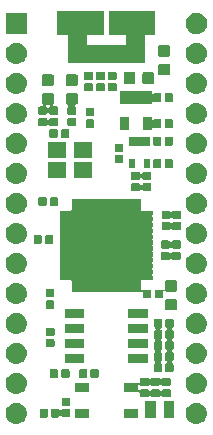
<source format=gts>
G04 #@! TF.GenerationSoftware,KiCad,Pcbnew,(5.0.1-3-g963ef8bb5)*
G04 #@! TF.CreationDate,2018-11-17T18:26:42+01:00*
G04 #@! TF.ProjectId,TinyFPGA-UP,54696E79465047412D55502E6B696361,A*
G04 #@! TF.SameCoordinates,Original*
G04 #@! TF.FileFunction,Soldermask,Top*
G04 #@! TF.FilePolarity,Negative*
%FSLAX46Y46*%
G04 Gerber Fmt 4.6, Leading zero omitted, Abs format (unit mm)*
G04 Created by KiCad (PCBNEW (5.0.1-3-g963ef8bb5)) date Saturday, 17 November 2018 at 18:26:42*
%MOMM*%
%LPD*%
G01*
G04 APERTURE LIST*
%ADD10C,0.100000*%
G04 APERTURE END LIST*
D10*
G36*
X158844362Y-129922645D02*
X158932588Y-129931334D01*
X159045789Y-129965673D01*
X159102390Y-129982843D01*
X159130559Y-129997900D01*
X159258879Y-130066489D01*
X159277561Y-130081821D01*
X159396044Y-130179056D01*
X159479288Y-130280491D01*
X159508611Y-130316221D01*
X159508612Y-130316223D01*
X159592257Y-130472710D01*
X159606050Y-130518179D01*
X159643766Y-130642512D01*
X159661158Y-130819100D01*
X159643766Y-130995688D01*
X159615108Y-131090159D01*
X159592257Y-131165490D01*
X159518178Y-131304080D01*
X159508611Y-131321979D01*
X159479288Y-131357709D01*
X159396044Y-131459144D01*
X159294609Y-131542388D01*
X159258879Y-131571711D01*
X159258877Y-131571712D01*
X159102390Y-131655357D01*
X159045789Y-131672527D01*
X158932588Y-131706866D01*
X158844362Y-131715555D01*
X158800250Y-131719900D01*
X158711750Y-131719900D01*
X158667638Y-131715555D01*
X158579412Y-131706866D01*
X158466211Y-131672527D01*
X158409610Y-131655357D01*
X158253123Y-131571712D01*
X158253121Y-131571711D01*
X158217391Y-131542388D01*
X158115956Y-131459144D01*
X158032712Y-131357709D01*
X158003389Y-131321979D01*
X157993822Y-131304080D01*
X157919743Y-131165490D01*
X157896892Y-131090159D01*
X157868234Y-130995688D01*
X157850842Y-130819100D01*
X157868234Y-130642512D01*
X157905950Y-130518179D01*
X157919743Y-130472710D01*
X158003388Y-130316223D01*
X158003389Y-130316221D01*
X158032712Y-130280491D01*
X158115956Y-130179056D01*
X158234439Y-130081821D01*
X158253121Y-130066489D01*
X158381441Y-129997900D01*
X158409610Y-129982843D01*
X158466211Y-129965673D01*
X158579412Y-129931334D01*
X158667638Y-129922645D01*
X158711750Y-129918300D01*
X158800250Y-129918300D01*
X158844362Y-129922645D01*
X158844362Y-129922645D01*
G37*
G36*
X143604362Y-129922645D02*
X143692588Y-129931334D01*
X143805789Y-129965673D01*
X143862390Y-129982843D01*
X143890559Y-129997900D01*
X144018879Y-130066489D01*
X144037561Y-130081821D01*
X144156044Y-130179056D01*
X144239288Y-130280491D01*
X144268611Y-130316221D01*
X144268612Y-130316223D01*
X144352257Y-130472710D01*
X144366050Y-130518179D01*
X144403766Y-130642512D01*
X144421158Y-130819100D01*
X144403766Y-130995688D01*
X144375108Y-131090159D01*
X144352257Y-131165490D01*
X144278178Y-131304080D01*
X144268611Y-131321979D01*
X144239288Y-131357709D01*
X144156044Y-131459144D01*
X144054609Y-131542388D01*
X144018879Y-131571711D01*
X144018877Y-131571712D01*
X143862390Y-131655357D01*
X143805789Y-131672527D01*
X143692588Y-131706866D01*
X143604362Y-131715555D01*
X143560250Y-131719900D01*
X143471750Y-131719900D01*
X143427638Y-131715555D01*
X143339412Y-131706866D01*
X143226211Y-131672527D01*
X143169610Y-131655357D01*
X143013123Y-131571712D01*
X143013121Y-131571711D01*
X142977391Y-131542388D01*
X142875956Y-131459144D01*
X142792712Y-131357709D01*
X142763389Y-131321979D01*
X142753822Y-131304080D01*
X142679743Y-131165490D01*
X142656892Y-131090159D01*
X142628234Y-130995688D01*
X142610842Y-130819100D01*
X142628234Y-130642512D01*
X142665950Y-130518179D01*
X142679743Y-130472710D01*
X142763388Y-130316223D01*
X142763389Y-130316221D01*
X142792712Y-130280491D01*
X142875956Y-130179056D01*
X142994439Y-130081821D01*
X143013121Y-130066489D01*
X143141441Y-129997900D01*
X143169610Y-129982843D01*
X143226211Y-129965673D01*
X143339412Y-129931334D01*
X143427638Y-129922645D01*
X143471750Y-129918300D01*
X143560250Y-129918300D01*
X143604362Y-129922645D01*
X143604362Y-129922645D01*
G37*
G36*
X156900800Y-131185800D02*
X155999200Y-131185800D01*
X155999200Y-129734200D01*
X156900800Y-129734200D01*
X156900800Y-131185800D01*
X156900800Y-131185800D01*
G37*
G36*
X155300800Y-131185800D02*
X154399200Y-131185800D01*
X154399200Y-129734200D01*
X155300800Y-129734200D01*
X155300800Y-131185800D01*
X155300800Y-131185800D01*
G37*
G36*
X153786800Y-131173900D02*
X152635200Y-131173900D01*
X152635200Y-130422300D01*
X153786800Y-130422300D01*
X153786800Y-131173900D01*
X153786800Y-131173900D01*
G37*
G36*
X149636800Y-131173900D02*
X148485200Y-131173900D01*
X148485200Y-130422300D01*
X149636800Y-130422300D01*
X149636800Y-131173900D01*
X149636800Y-131173900D01*
G37*
G36*
X146086821Y-130431914D02*
X146107415Y-130438162D01*
X146126397Y-130448308D01*
X146143037Y-130461963D01*
X146156692Y-130478603D01*
X146166838Y-130497585D01*
X146173086Y-130518179D01*
X146175800Y-130545740D01*
X146175800Y-131054260D01*
X146173086Y-131081821D01*
X146166838Y-131102415D01*
X146156692Y-131121397D01*
X146143037Y-131138037D01*
X146126397Y-131151692D01*
X146107415Y-131161838D01*
X146086821Y-131168086D01*
X146059260Y-131170800D01*
X145600740Y-131170800D01*
X145573179Y-131168086D01*
X145552585Y-131161838D01*
X145533603Y-131151692D01*
X145516963Y-131138037D01*
X145503308Y-131121397D01*
X145493162Y-131102415D01*
X145486914Y-131081821D01*
X145484200Y-131054260D01*
X145484200Y-130545740D01*
X145486914Y-130518179D01*
X145493162Y-130497585D01*
X145503308Y-130478603D01*
X145516963Y-130461963D01*
X145533603Y-130448308D01*
X145552585Y-130438162D01*
X145573179Y-130431914D01*
X145600740Y-130429200D01*
X146059260Y-130429200D01*
X146086821Y-130431914D01*
X146086821Y-130431914D01*
G37*
G36*
X147056821Y-130431914D02*
X147077415Y-130438162D01*
X147096397Y-130448308D01*
X147113037Y-130461963D01*
X147126691Y-130478601D01*
X147139454Y-130502480D01*
X147153068Y-130522854D01*
X147170395Y-130540182D01*
X147190770Y-130553796D01*
X147213409Y-130563173D01*
X147237442Y-130567954D01*
X147261946Y-130567954D01*
X147285980Y-130563174D01*
X147308619Y-130553797D01*
X147328993Y-130540183D01*
X147346321Y-130522856D01*
X147359935Y-130502480D01*
X147362007Y-130498604D01*
X147375663Y-130481963D01*
X147392303Y-130468308D01*
X147411285Y-130458162D01*
X147431879Y-130451914D01*
X147459440Y-130449200D01*
X147967960Y-130449200D01*
X147995521Y-130451914D01*
X148016115Y-130458162D01*
X148035097Y-130468308D01*
X148051737Y-130481963D01*
X148065392Y-130498603D01*
X148075538Y-130517585D01*
X148081786Y-130538179D01*
X148084500Y-130565740D01*
X148084500Y-131024260D01*
X148081786Y-131051821D01*
X148075538Y-131072415D01*
X148065392Y-131091397D01*
X148051737Y-131108037D01*
X148035097Y-131121692D01*
X148016115Y-131131838D01*
X147995521Y-131138086D01*
X147967960Y-131140800D01*
X147459440Y-131140800D01*
X147431879Y-131138086D01*
X147411285Y-131131838D01*
X147392303Y-131121692D01*
X147375663Y-131108037D01*
X147361203Y-131090416D01*
X147348998Y-131072149D01*
X147331671Y-131054821D01*
X147311297Y-131041206D01*
X147288659Y-131031828D01*
X147264625Y-131027046D01*
X147240121Y-131027045D01*
X147216088Y-131031825D01*
X147193448Y-131041201D01*
X147173073Y-131054814D01*
X147155745Y-131072141D01*
X147142128Y-131092519D01*
X147126692Y-131121397D01*
X147113037Y-131138037D01*
X147096397Y-131151692D01*
X147077415Y-131161838D01*
X147056821Y-131168086D01*
X147029260Y-131170800D01*
X146570740Y-131170800D01*
X146543179Y-131168086D01*
X146522585Y-131161838D01*
X146503603Y-131151692D01*
X146486963Y-131138037D01*
X146473308Y-131121397D01*
X146463162Y-131102415D01*
X146456914Y-131081821D01*
X146454200Y-131054260D01*
X146454200Y-130545740D01*
X146456914Y-130518179D01*
X146463162Y-130497585D01*
X146473308Y-130478603D01*
X146486963Y-130461963D01*
X146503603Y-130448308D01*
X146522585Y-130438162D01*
X146543179Y-130431914D01*
X146570740Y-130429200D01*
X147029260Y-130429200D01*
X147056821Y-130431914D01*
X147056821Y-130431914D01*
G37*
G36*
X147995521Y-129481914D02*
X148016115Y-129488162D01*
X148035097Y-129498308D01*
X148051737Y-129511963D01*
X148065392Y-129528603D01*
X148075538Y-129547585D01*
X148081786Y-129568179D01*
X148084500Y-129595740D01*
X148084500Y-130054260D01*
X148081786Y-130081821D01*
X148075538Y-130102415D01*
X148065392Y-130121397D01*
X148051737Y-130138037D01*
X148035097Y-130151692D01*
X148016115Y-130161838D01*
X147995521Y-130168086D01*
X147967960Y-130170800D01*
X147459440Y-130170800D01*
X147431879Y-130168086D01*
X147411285Y-130161838D01*
X147392303Y-130151692D01*
X147375663Y-130138037D01*
X147362008Y-130121397D01*
X147351862Y-130102415D01*
X147345614Y-130081821D01*
X147342900Y-130054260D01*
X147342900Y-129595740D01*
X147345614Y-129568179D01*
X147351862Y-129547585D01*
X147362008Y-129528603D01*
X147375663Y-129511963D01*
X147392303Y-129498308D01*
X147411285Y-129488162D01*
X147431879Y-129481914D01*
X147459440Y-129479200D01*
X147967960Y-129479200D01*
X147995521Y-129481914D01*
X147995521Y-129481914D01*
G37*
G36*
X154637621Y-127810214D02*
X154658215Y-127816462D01*
X154677197Y-127826608D01*
X154693837Y-127840263D01*
X154707492Y-127856902D01*
X154709109Y-127859928D01*
X154722723Y-127880303D01*
X154740050Y-127897630D01*
X154760424Y-127911244D01*
X154783063Y-127920622D01*
X154807096Y-127925403D01*
X154831601Y-127925403D01*
X154855634Y-127920623D01*
X154878273Y-127911246D01*
X154898648Y-127897632D01*
X154915975Y-127880305D01*
X154929591Y-127859928D01*
X154931208Y-127856902D01*
X154944863Y-127840263D01*
X154961503Y-127826608D01*
X154980485Y-127816462D01*
X155001079Y-127810214D01*
X155028640Y-127807500D01*
X155537160Y-127807500D01*
X155564721Y-127810214D01*
X155585315Y-127816462D01*
X155604297Y-127826608D01*
X155620937Y-127840263D01*
X155634592Y-127856902D01*
X155636209Y-127859928D01*
X155649823Y-127880303D01*
X155667150Y-127897630D01*
X155687524Y-127911244D01*
X155710163Y-127920622D01*
X155734196Y-127925403D01*
X155758701Y-127925403D01*
X155782734Y-127920623D01*
X155805373Y-127911246D01*
X155825748Y-127897632D01*
X155843075Y-127880305D01*
X155856691Y-127859928D01*
X155858308Y-127856902D01*
X155871963Y-127840263D01*
X155888603Y-127826608D01*
X155907585Y-127816462D01*
X155928179Y-127810214D01*
X155955740Y-127807500D01*
X156464260Y-127807500D01*
X156491821Y-127810214D01*
X156512415Y-127816462D01*
X156531397Y-127826608D01*
X156548037Y-127840263D01*
X156561692Y-127856903D01*
X156571838Y-127875885D01*
X156578086Y-127896479D01*
X156580800Y-127924040D01*
X156580800Y-128382560D01*
X156578086Y-128410121D01*
X156571838Y-128430715D01*
X156561692Y-128449697D01*
X156548037Y-128466337D01*
X156531397Y-128479992D01*
X156512415Y-128490138D01*
X156491821Y-128496386D01*
X156464260Y-128499100D01*
X155955740Y-128499100D01*
X155928179Y-128496386D01*
X155907585Y-128490138D01*
X155888603Y-128479992D01*
X155871963Y-128466337D01*
X155858308Y-128449698D01*
X155856691Y-128446672D01*
X155843077Y-128426297D01*
X155825750Y-128408970D01*
X155805376Y-128395356D01*
X155782737Y-128385978D01*
X155758704Y-128381197D01*
X155734199Y-128381197D01*
X155710166Y-128385977D01*
X155687527Y-128395354D01*
X155667152Y-128408968D01*
X155649825Y-128426295D01*
X155636209Y-128446672D01*
X155634592Y-128449698D01*
X155620937Y-128466337D01*
X155604297Y-128479992D01*
X155585315Y-128490138D01*
X155564721Y-128496386D01*
X155537160Y-128499100D01*
X155028640Y-128499100D01*
X155001079Y-128496386D01*
X154980485Y-128490138D01*
X154961503Y-128479992D01*
X154944863Y-128466337D01*
X154931208Y-128449698D01*
X154929591Y-128446672D01*
X154915977Y-128426297D01*
X154898650Y-128408970D01*
X154878276Y-128395356D01*
X154855637Y-128385978D01*
X154831604Y-128381197D01*
X154807099Y-128381197D01*
X154783066Y-128385977D01*
X154760427Y-128395354D01*
X154740052Y-128408968D01*
X154722725Y-128426295D01*
X154709109Y-128446672D01*
X154707492Y-128449698D01*
X154693837Y-128466337D01*
X154677197Y-128479992D01*
X154658215Y-128490138D01*
X154637621Y-128496386D01*
X154610060Y-128499100D01*
X154101540Y-128499100D01*
X154073979Y-128496386D01*
X154053385Y-128490138D01*
X154034403Y-128479992D01*
X154017761Y-128466335D01*
X154008427Y-128454961D01*
X153991100Y-128437633D01*
X153970725Y-128424019D01*
X153948086Y-128414642D01*
X153924053Y-128409861D01*
X153899549Y-128409861D01*
X153875515Y-128414641D01*
X153852876Y-128424018D01*
X153832502Y-128437632D01*
X153815174Y-128454959D01*
X153801560Y-128475334D01*
X153792183Y-128497973D01*
X153787402Y-128522006D01*
X153786800Y-128534259D01*
X153786800Y-128742341D01*
X153789202Y-128766727D01*
X153796315Y-128790176D01*
X153807866Y-128811787D01*
X153823412Y-128830729D01*
X153842354Y-128846275D01*
X153863965Y-128857826D01*
X153887414Y-128864939D01*
X153911800Y-128867341D01*
X153936186Y-128864939D01*
X153959635Y-128857826D01*
X153981246Y-128846275D01*
X154000188Y-128830729D01*
X154008427Y-128821639D01*
X154017761Y-128810265D01*
X154034403Y-128796608D01*
X154053385Y-128786462D01*
X154073979Y-128780214D01*
X154101540Y-128777500D01*
X154610060Y-128777500D01*
X154637621Y-128780214D01*
X154658215Y-128786462D01*
X154677197Y-128796608D01*
X154693837Y-128810263D01*
X154707492Y-128826902D01*
X154709109Y-128829928D01*
X154722723Y-128850303D01*
X154740050Y-128867630D01*
X154760424Y-128881244D01*
X154783063Y-128890622D01*
X154807096Y-128895403D01*
X154831601Y-128895403D01*
X154855634Y-128890623D01*
X154878273Y-128881246D01*
X154898648Y-128867632D01*
X154915975Y-128850305D01*
X154929591Y-128829928D01*
X154931208Y-128826902D01*
X154944863Y-128810263D01*
X154961503Y-128796608D01*
X154980485Y-128786462D01*
X155001079Y-128780214D01*
X155028640Y-128777500D01*
X155537160Y-128777500D01*
X155564721Y-128780214D01*
X155585315Y-128786462D01*
X155604297Y-128796608D01*
X155620937Y-128810263D01*
X155634592Y-128826902D01*
X155636209Y-128829928D01*
X155649823Y-128850303D01*
X155667150Y-128867630D01*
X155687524Y-128881244D01*
X155710163Y-128890622D01*
X155734196Y-128895403D01*
X155758701Y-128895403D01*
X155782734Y-128890623D01*
X155805373Y-128881246D01*
X155825748Y-128867632D01*
X155843075Y-128850305D01*
X155856691Y-128829928D01*
X155858308Y-128826902D01*
X155871963Y-128810263D01*
X155888603Y-128796608D01*
X155907585Y-128786462D01*
X155928179Y-128780214D01*
X155955740Y-128777500D01*
X156464260Y-128777500D01*
X156491821Y-128780214D01*
X156512415Y-128786462D01*
X156531397Y-128796608D01*
X156548037Y-128810263D01*
X156561692Y-128826903D01*
X156571838Y-128845885D01*
X156578086Y-128866479D01*
X156580800Y-128894040D01*
X156580800Y-129352560D01*
X156578086Y-129380121D01*
X156571838Y-129400715D01*
X156561692Y-129419697D01*
X156548037Y-129436337D01*
X156531397Y-129449992D01*
X156512415Y-129460138D01*
X156491821Y-129466386D01*
X156464260Y-129469100D01*
X155955740Y-129469100D01*
X155928179Y-129466386D01*
X155907585Y-129460138D01*
X155888603Y-129449992D01*
X155871963Y-129436337D01*
X155858308Y-129419698D01*
X155856691Y-129416672D01*
X155843077Y-129396297D01*
X155825750Y-129378970D01*
X155805376Y-129365356D01*
X155782737Y-129355978D01*
X155758704Y-129351197D01*
X155734199Y-129351197D01*
X155710166Y-129355977D01*
X155687527Y-129365354D01*
X155667152Y-129378968D01*
X155649825Y-129396295D01*
X155636209Y-129416672D01*
X155634592Y-129419698D01*
X155620937Y-129436337D01*
X155604297Y-129449992D01*
X155585315Y-129460138D01*
X155564721Y-129466386D01*
X155537160Y-129469100D01*
X155028640Y-129469100D01*
X155001079Y-129466386D01*
X154980485Y-129460138D01*
X154961503Y-129449992D01*
X154944863Y-129436337D01*
X154931208Y-129419698D01*
X154929591Y-129416672D01*
X154915977Y-129396297D01*
X154898650Y-129378970D01*
X154878276Y-129365356D01*
X154855637Y-129355978D01*
X154831604Y-129351197D01*
X154807099Y-129351197D01*
X154783066Y-129355977D01*
X154760427Y-129365354D01*
X154740052Y-129378968D01*
X154722725Y-129396295D01*
X154709109Y-129416672D01*
X154707492Y-129419698D01*
X154693837Y-129436337D01*
X154677197Y-129449992D01*
X154658215Y-129460138D01*
X154637621Y-129466386D01*
X154610060Y-129469100D01*
X154101540Y-129469100D01*
X154073979Y-129466386D01*
X154053385Y-129460138D01*
X154034403Y-129449992D01*
X154017763Y-129436337D01*
X154004108Y-129419697D01*
X153993962Y-129400715D01*
X153987714Y-129380121D01*
X153985000Y-129352560D01*
X153985000Y-129148900D01*
X153982598Y-129124514D01*
X153975485Y-129101065D01*
X153963934Y-129079454D01*
X153948388Y-129060512D01*
X153929446Y-129044966D01*
X153907835Y-129033415D01*
X153884386Y-129026302D01*
X153860000Y-129023900D01*
X152635200Y-129023900D01*
X152635200Y-128272300D01*
X153860000Y-128272300D01*
X153884386Y-128269898D01*
X153907835Y-128262785D01*
X153929446Y-128251234D01*
X153948388Y-128235688D01*
X153963934Y-128216746D01*
X153975485Y-128195135D01*
X153982598Y-128171686D01*
X153985000Y-128147300D01*
X153985000Y-127924040D01*
X153987714Y-127896479D01*
X153993962Y-127875885D01*
X154004108Y-127856903D01*
X154017763Y-127840263D01*
X154034403Y-127826608D01*
X154053385Y-127816462D01*
X154073979Y-127810214D01*
X154101540Y-127807500D01*
X154610060Y-127807500D01*
X154637621Y-127810214D01*
X154637621Y-127810214D01*
G37*
G36*
X143604362Y-127382645D02*
X143692588Y-127391334D01*
X143805789Y-127425673D01*
X143862390Y-127442843D01*
X144000980Y-127516922D01*
X144018879Y-127526489D01*
X144054609Y-127555812D01*
X144156044Y-127639056D01*
X144217602Y-127714066D01*
X144268611Y-127776221D01*
X144268612Y-127776223D01*
X144352257Y-127932710D01*
X144352257Y-127932711D01*
X144403766Y-128102512D01*
X144421158Y-128279100D01*
X144403766Y-128455688D01*
X144369427Y-128568889D01*
X144352257Y-128625490D01*
X144289798Y-128742341D01*
X144268611Y-128781979D01*
X144256605Y-128796608D01*
X144156044Y-128919144D01*
X144054609Y-129002388D01*
X144018879Y-129031711D01*
X144018877Y-129031712D01*
X143862390Y-129115357D01*
X143832203Y-129124514D01*
X143692588Y-129166866D01*
X143604362Y-129175555D01*
X143560250Y-129179900D01*
X143471750Y-129179900D01*
X143427638Y-129175555D01*
X143339412Y-129166866D01*
X143199797Y-129124514D01*
X143169610Y-129115357D01*
X143013123Y-129031712D01*
X143013121Y-129031711D01*
X142977391Y-129002388D01*
X142875956Y-128919144D01*
X142775395Y-128796608D01*
X142763389Y-128781979D01*
X142742202Y-128742341D01*
X142679743Y-128625490D01*
X142662573Y-128568889D01*
X142628234Y-128455688D01*
X142610842Y-128279100D01*
X142628234Y-128102512D01*
X142679743Y-127932711D01*
X142679743Y-127932710D01*
X142763388Y-127776223D01*
X142763389Y-127776221D01*
X142814398Y-127714066D01*
X142875956Y-127639056D01*
X142977391Y-127555812D01*
X143013121Y-127526489D01*
X143031020Y-127516922D01*
X143169610Y-127442843D01*
X143226211Y-127425673D01*
X143339412Y-127391334D01*
X143427638Y-127382645D01*
X143471750Y-127378300D01*
X143560250Y-127378300D01*
X143604362Y-127382645D01*
X143604362Y-127382645D01*
G37*
G36*
X158844362Y-127382645D02*
X158932588Y-127391334D01*
X159045789Y-127425673D01*
X159102390Y-127442843D01*
X159240980Y-127516922D01*
X159258879Y-127526489D01*
X159294609Y-127555812D01*
X159396044Y-127639056D01*
X159457602Y-127714066D01*
X159508611Y-127776221D01*
X159508612Y-127776223D01*
X159592257Y-127932710D01*
X159592257Y-127932711D01*
X159643766Y-128102512D01*
X159661158Y-128279100D01*
X159643766Y-128455688D01*
X159609427Y-128568889D01*
X159592257Y-128625490D01*
X159529798Y-128742341D01*
X159508611Y-128781979D01*
X159496605Y-128796608D01*
X159396044Y-128919144D01*
X159294609Y-129002388D01*
X159258879Y-129031711D01*
X159258877Y-129031712D01*
X159102390Y-129115357D01*
X159072203Y-129124514D01*
X158932588Y-129166866D01*
X158844362Y-129175555D01*
X158800250Y-129179900D01*
X158711750Y-129179900D01*
X158667638Y-129175555D01*
X158579412Y-129166866D01*
X158439797Y-129124514D01*
X158409610Y-129115357D01*
X158253123Y-129031712D01*
X158253121Y-129031711D01*
X158217391Y-129002388D01*
X158115956Y-128919144D01*
X158015395Y-128796608D01*
X158003389Y-128781979D01*
X157982202Y-128742341D01*
X157919743Y-128625490D01*
X157902573Y-128568889D01*
X157868234Y-128455688D01*
X157850842Y-128279100D01*
X157868234Y-128102512D01*
X157919743Y-127932711D01*
X157919743Y-127932710D01*
X158003388Y-127776223D01*
X158003389Y-127776221D01*
X158054398Y-127714066D01*
X158115956Y-127639056D01*
X158217391Y-127555812D01*
X158253121Y-127526489D01*
X158271020Y-127516922D01*
X158409610Y-127442843D01*
X158466211Y-127425673D01*
X158579412Y-127391334D01*
X158667638Y-127382645D01*
X158711750Y-127378300D01*
X158800250Y-127378300D01*
X158844362Y-127382645D01*
X158844362Y-127382645D01*
G37*
G36*
X149636800Y-129023900D02*
X148485200Y-129023900D01*
X148485200Y-128272300D01*
X149636800Y-128272300D01*
X149636800Y-129023900D01*
X149636800Y-129023900D01*
G37*
G36*
X150391821Y-127081914D02*
X150412415Y-127088162D01*
X150431397Y-127098308D01*
X150448037Y-127111963D01*
X150461692Y-127128603D01*
X150471838Y-127147585D01*
X150478086Y-127168179D01*
X150480800Y-127195740D01*
X150480800Y-127704260D01*
X150478086Y-127731821D01*
X150471838Y-127752415D01*
X150461692Y-127771397D01*
X150448037Y-127788037D01*
X150431397Y-127801692D01*
X150412415Y-127811838D01*
X150391821Y-127818086D01*
X150364260Y-127820800D01*
X149905740Y-127820800D01*
X149878179Y-127818086D01*
X149857585Y-127811838D01*
X149838603Y-127801692D01*
X149821963Y-127788037D01*
X149808308Y-127771397D01*
X149798162Y-127752415D01*
X149791914Y-127731821D01*
X149789200Y-127704260D01*
X149789200Y-127195740D01*
X149791914Y-127168179D01*
X149798162Y-127147585D01*
X149808308Y-127128603D01*
X149821963Y-127111963D01*
X149838603Y-127098308D01*
X149857585Y-127088162D01*
X149878179Y-127081914D01*
X149905740Y-127079200D01*
X150364260Y-127079200D01*
X150391821Y-127081914D01*
X150391821Y-127081914D01*
G37*
G36*
X149421821Y-127081914D02*
X149442415Y-127088162D01*
X149461397Y-127098308D01*
X149478037Y-127111963D01*
X149491692Y-127128603D01*
X149501838Y-127147585D01*
X149508086Y-127168179D01*
X149510800Y-127195740D01*
X149510800Y-127704260D01*
X149508086Y-127731821D01*
X149501838Y-127752415D01*
X149491692Y-127771397D01*
X149478037Y-127788037D01*
X149461397Y-127801692D01*
X149442415Y-127811838D01*
X149421821Y-127818086D01*
X149394260Y-127820800D01*
X148935740Y-127820800D01*
X148908179Y-127818086D01*
X148887585Y-127811838D01*
X148868603Y-127801692D01*
X148851963Y-127788037D01*
X148838308Y-127771397D01*
X148828162Y-127752415D01*
X148821914Y-127731821D01*
X148819200Y-127704260D01*
X148819200Y-127195740D01*
X148821914Y-127168179D01*
X148828162Y-127147585D01*
X148838308Y-127128603D01*
X148851963Y-127111963D01*
X148868603Y-127098308D01*
X148887585Y-127088162D01*
X148908179Y-127081914D01*
X148935740Y-127079200D01*
X149394260Y-127079200D01*
X149421821Y-127081914D01*
X149421821Y-127081914D01*
G37*
G36*
X147926821Y-127081914D02*
X147947415Y-127088162D01*
X147966397Y-127098308D01*
X147983037Y-127111963D01*
X147996692Y-127128603D01*
X148006838Y-127147585D01*
X148013086Y-127168179D01*
X148015800Y-127195740D01*
X148015800Y-127704260D01*
X148013086Y-127731821D01*
X148006838Y-127752415D01*
X147996692Y-127771397D01*
X147983037Y-127788037D01*
X147966397Y-127801692D01*
X147947415Y-127811838D01*
X147926821Y-127818086D01*
X147899260Y-127820800D01*
X147440740Y-127820800D01*
X147413179Y-127818086D01*
X147392585Y-127811838D01*
X147373603Y-127801692D01*
X147356963Y-127788037D01*
X147343308Y-127771397D01*
X147333162Y-127752415D01*
X147326914Y-127731821D01*
X147324200Y-127704260D01*
X147324200Y-127195740D01*
X147326914Y-127168179D01*
X147333162Y-127147585D01*
X147343308Y-127128603D01*
X147356963Y-127111963D01*
X147373603Y-127098308D01*
X147392585Y-127088162D01*
X147413179Y-127081914D01*
X147440740Y-127079200D01*
X147899260Y-127079200D01*
X147926821Y-127081914D01*
X147926821Y-127081914D01*
G37*
G36*
X146956821Y-127081914D02*
X146977415Y-127088162D01*
X146996397Y-127098308D01*
X147013037Y-127111963D01*
X147026692Y-127128603D01*
X147036838Y-127147585D01*
X147043086Y-127168179D01*
X147045800Y-127195740D01*
X147045800Y-127704260D01*
X147043086Y-127731821D01*
X147036838Y-127752415D01*
X147026692Y-127771397D01*
X147013037Y-127788037D01*
X146996397Y-127801692D01*
X146977415Y-127811838D01*
X146956821Y-127818086D01*
X146929260Y-127820800D01*
X146470740Y-127820800D01*
X146443179Y-127818086D01*
X146422585Y-127811838D01*
X146403603Y-127801692D01*
X146386963Y-127788037D01*
X146373308Y-127771397D01*
X146363162Y-127752415D01*
X146356914Y-127731821D01*
X146354200Y-127704260D01*
X146354200Y-127195740D01*
X146356914Y-127168179D01*
X146363162Y-127147585D01*
X146373308Y-127128603D01*
X146386963Y-127111963D01*
X146403603Y-127098308D01*
X146422585Y-127088162D01*
X146443179Y-127081914D01*
X146470740Y-127079200D01*
X146929260Y-127079200D01*
X146956821Y-127081914D01*
X146956821Y-127081914D01*
G37*
G36*
X156735921Y-122824454D02*
X156756515Y-122830702D01*
X156775497Y-122840848D01*
X156792137Y-122854503D01*
X156805792Y-122871143D01*
X156815938Y-122890125D01*
X156822186Y-122910719D01*
X156824900Y-122938280D01*
X156824900Y-123446800D01*
X156822186Y-123474361D01*
X156815938Y-123494955D01*
X156805792Y-123513937D01*
X156792137Y-123530577D01*
X156775496Y-123544234D01*
X156751087Y-123557280D01*
X156730712Y-123570893D01*
X156713385Y-123588220D01*
X156699771Y-123608595D01*
X156690394Y-123631234D01*
X156685613Y-123655267D01*
X156685613Y-123679772D01*
X156690393Y-123703805D01*
X156699771Y-123726444D01*
X156713384Y-123746819D01*
X156730711Y-123764146D01*
X156751087Y-123777760D01*
X156775496Y-123790806D01*
X156792137Y-123804463D01*
X156805792Y-123821103D01*
X156815938Y-123840085D01*
X156822186Y-123860679D01*
X156824900Y-123888240D01*
X156824900Y-124396760D01*
X156822186Y-124424321D01*
X156815938Y-124444915D01*
X156805792Y-124463897D01*
X156792137Y-124480537D01*
X156775499Y-124494191D01*
X156760591Y-124502159D01*
X156740216Y-124515773D01*
X156722889Y-124533100D01*
X156709275Y-124553475D01*
X156699898Y-124576114D01*
X156695117Y-124600147D01*
X156695117Y-124624651D01*
X156699897Y-124648685D01*
X156709274Y-124671324D01*
X156722888Y-124691699D01*
X156740215Y-124709026D01*
X156760591Y-124722641D01*
X156775499Y-124730609D01*
X156792137Y-124744263D01*
X156805792Y-124760903D01*
X156815938Y-124779885D01*
X156822186Y-124800479D01*
X156824900Y-124828040D01*
X156824900Y-125336560D01*
X156822186Y-125364121D01*
X156815938Y-125384715D01*
X156805792Y-125403697D01*
X156792137Y-125420337D01*
X156775499Y-125433991D01*
X156760591Y-125441959D01*
X156740216Y-125455573D01*
X156722889Y-125472900D01*
X156709275Y-125493275D01*
X156699898Y-125515914D01*
X156695117Y-125539947D01*
X156695117Y-125564451D01*
X156699897Y-125588485D01*
X156709274Y-125611124D01*
X156722888Y-125631499D01*
X156740215Y-125648826D01*
X156760591Y-125662441D01*
X156775499Y-125670409D01*
X156792137Y-125684063D01*
X156805792Y-125700703D01*
X156815938Y-125719685D01*
X156822186Y-125740279D01*
X156824900Y-125767840D01*
X156824900Y-126276360D01*
X156822186Y-126303921D01*
X156815938Y-126324515D01*
X156805792Y-126343497D01*
X156792137Y-126360137D01*
X156775499Y-126373791D01*
X156760591Y-126381759D01*
X156740216Y-126395373D01*
X156722889Y-126412700D01*
X156709275Y-126433075D01*
X156699898Y-126455714D01*
X156695117Y-126479747D01*
X156695117Y-126504251D01*
X156699897Y-126528285D01*
X156709274Y-126550924D01*
X156722888Y-126571299D01*
X156740215Y-126588626D01*
X156760591Y-126602241D01*
X156775499Y-126610209D01*
X156792137Y-126623863D01*
X156805792Y-126640503D01*
X156815938Y-126659485D01*
X156822186Y-126680079D01*
X156824900Y-126707640D01*
X156824900Y-127216160D01*
X156822186Y-127243721D01*
X156815938Y-127264315D01*
X156805792Y-127283297D01*
X156792137Y-127299937D01*
X156775497Y-127313592D01*
X156756515Y-127323738D01*
X156735921Y-127329986D01*
X156708360Y-127332700D01*
X156249840Y-127332700D01*
X156222279Y-127329986D01*
X156201685Y-127323738D01*
X156182703Y-127313592D01*
X156166063Y-127299937D01*
X156152408Y-127283297D01*
X156142262Y-127264315D01*
X156136014Y-127243721D01*
X156133300Y-127216160D01*
X156133300Y-126707640D01*
X156136014Y-126680079D01*
X156142262Y-126659485D01*
X156152408Y-126640503D01*
X156166063Y-126623863D01*
X156182701Y-126610209D01*
X156197609Y-126602241D01*
X156217984Y-126588627D01*
X156235311Y-126571300D01*
X156248925Y-126550925D01*
X156258302Y-126528286D01*
X156263083Y-126504253D01*
X156263083Y-126479749D01*
X156258303Y-126455715D01*
X156248926Y-126433076D01*
X156235312Y-126412701D01*
X156217985Y-126395374D01*
X156197609Y-126381759D01*
X156182701Y-126373791D01*
X156166063Y-126360137D01*
X156152408Y-126343497D01*
X156142262Y-126324515D01*
X156136014Y-126303921D01*
X156133300Y-126276360D01*
X156133300Y-125767840D01*
X156136014Y-125740279D01*
X156142262Y-125719685D01*
X156152408Y-125700703D01*
X156166063Y-125684063D01*
X156182701Y-125670409D01*
X156197609Y-125662441D01*
X156217984Y-125648827D01*
X156235311Y-125631500D01*
X156248925Y-125611125D01*
X156258302Y-125588486D01*
X156263083Y-125564453D01*
X156263083Y-125539949D01*
X156258303Y-125515915D01*
X156248926Y-125493276D01*
X156235312Y-125472901D01*
X156217985Y-125455574D01*
X156197609Y-125441959D01*
X156182701Y-125433991D01*
X156166063Y-125420337D01*
X156152408Y-125403697D01*
X156142262Y-125384715D01*
X156136014Y-125364121D01*
X156133300Y-125336560D01*
X156133300Y-124828040D01*
X156136014Y-124800479D01*
X156142262Y-124779885D01*
X156152408Y-124760903D01*
X156166063Y-124744263D01*
X156182701Y-124730609D01*
X156197609Y-124722641D01*
X156217984Y-124709027D01*
X156235311Y-124691700D01*
X156248925Y-124671325D01*
X156258302Y-124648686D01*
X156263083Y-124624653D01*
X156263083Y-124600149D01*
X156258303Y-124576115D01*
X156248926Y-124553476D01*
X156235312Y-124533101D01*
X156217985Y-124515774D01*
X156197609Y-124502159D01*
X156182701Y-124494191D01*
X156166063Y-124480537D01*
X156152408Y-124463897D01*
X156142262Y-124444915D01*
X156136014Y-124424321D01*
X156133300Y-124396760D01*
X156133300Y-123888240D01*
X156136014Y-123860679D01*
X156142262Y-123840085D01*
X156152408Y-123821103D01*
X156166063Y-123804463D01*
X156182704Y-123790806D01*
X156207113Y-123777760D01*
X156227488Y-123764147D01*
X156244815Y-123746820D01*
X156258429Y-123726445D01*
X156267806Y-123703806D01*
X156272587Y-123679773D01*
X156272587Y-123655268D01*
X156267807Y-123631235D01*
X156258429Y-123608596D01*
X156244816Y-123588221D01*
X156227489Y-123570894D01*
X156207113Y-123557280D01*
X156182704Y-123544234D01*
X156166063Y-123530577D01*
X156152408Y-123513937D01*
X156142262Y-123494955D01*
X156136014Y-123474361D01*
X156133300Y-123446800D01*
X156133300Y-122938280D01*
X156136014Y-122910719D01*
X156142262Y-122890125D01*
X156152408Y-122871143D01*
X156166063Y-122854503D01*
X156182703Y-122840848D01*
X156201685Y-122830702D01*
X156222279Y-122824454D01*
X156249840Y-122821740D01*
X156708360Y-122821740D01*
X156735921Y-122824454D01*
X156735921Y-122824454D01*
G37*
G36*
X155765921Y-122824454D02*
X155786515Y-122830702D01*
X155805497Y-122840848D01*
X155822137Y-122854503D01*
X155835792Y-122871143D01*
X155845938Y-122890125D01*
X155852186Y-122910719D01*
X155854900Y-122938280D01*
X155854900Y-123446800D01*
X155852186Y-123474361D01*
X155845938Y-123494955D01*
X155835792Y-123513937D01*
X155822137Y-123530577D01*
X155805496Y-123544234D01*
X155781087Y-123557280D01*
X155760712Y-123570893D01*
X155743385Y-123588220D01*
X155729771Y-123608595D01*
X155720394Y-123631234D01*
X155715613Y-123655267D01*
X155715613Y-123679772D01*
X155720393Y-123703805D01*
X155729771Y-123726444D01*
X155743384Y-123746819D01*
X155760711Y-123764146D01*
X155781087Y-123777760D01*
X155805496Y-123790806D01*
X155822137Y-123804463D01*
X155835792Y-123821103D01*
X155845938Y-123840085D01*
X155852186Y-123860679D01*
X155854900Y-123888240D01*
X155854900Y-124396760D01*
X155852186Y-124424321D01*
X155845938Y-124444915D01*
X155835792Y-124463897D01*
X155822137Y-124480537D01*
X155805499Y-124494191D01*
X155790591Y-124502159D01*
X155770216Y-124515773D01*
X155752889Y-124533100D01*
X155739275Y-124553475D01*
X155729898Y-124576114D01*
X155725117Y-124600147D01*
X155725117Y-124624651D01*
X155729897Y-124648685D01*
X155739274Y-124671324D01*
X155752888Y-124691699D01*
X155770215Y-124709026D01*
X155790591Y-124722641D01*
X155805499Y-124730609D01*
X155822137Y-124744263D01*
X155835792Y-124760903D01*
X155845938Y-124779885D01*
X155852186Y-124800479D01*
X155854900Y-124828040D01*
X155854900Y-125336560D01*
X155852186Y-125364121D01*
X155845938Y-125384715D01*
X155835792Y-125403697D01*
X155822137Y-125420337D01*
X155805499Y-125433991D01*
X155790591Y-125441959D01*
X155770216Y-125455573D01*
X155752889Y-125472900D01*
X155739275Y-125493275D01*
X155729898Y-125515914D01*
X155725117Y-125539947D01*
X155725117Y-125564451D01*
X155729897Y-125588485D01*
X155739274Y-125611124D01*
X155752888Y-125631499D01*
X155770215Y-125648826D01*
X155790591Y-125662441D01*
X155805499Y-125670409D01*
X155822137Y-125684063D01*
X155835792Y-125700703D01*
X155845938Y-125719685D01*
X155852186Y-125740279D01*
X155854900Y-125767840D01*
X155854900Y-126276360D01*
X155852186Y-126303921D01*
X155845938Y-126324515D01*
X155835792Y-126343497D01*
X155822137Y-126360137D01*
X155805499Y-126373791D01*
X155790591Y-126381759D01*
X155770216Y-126395373D01*
X155752889Y-126412700D01*
X155739275Y-126433075D01*
X155729898Y-126455714D01*
X155725117Y-126479747D01*
X155725117Y-126504251D01*
X155729897Y-126528285D01*
X155739274Y-126550924D01*
X155752888Y-126571299D01*
X155770215Y-126588626D01*
X155790591Y-126602241D01*
X155805499Y-126610209D01*
X155822137Y-126623863D01*
X155835792Y-126640503D01*
X155845938Y-126659485D01*
X155852186Y-126680079D01*
X155854900Y-126707640D01*
X155854900Y-127216160D01*
X155852186Y-127243721D01*
X155845938Y-127264315D01*
X155835792Y-127283297D01*
X155822137Y-127299937D01*
X155805497Y-127313592D01*
X155786515Y-127323738D01*
X155765921Y-127329986D01*
X155738360Y-127332700D01*
X155279840Y-127332700D01*
X155252279Y-127329986D01*
X155231685Y-127323738D01*
X155212703Y-127313592D01*
X155196063Y-127299937D01*
X155182408Y-127283297D01*
X155172262Y-127264315D01*
X155166014Y-127243721D01*
X155163300Y-127216160D01*
X155163300Y-126707640D01*
X155166014Y-126680079D01*
X155172262Y-126659485D01*
X155182408Y-126640503D01*
X155196063Y-126623863D01*
X155212701Y-126610209D01*
X155227609Y-126602241D01*
X155247984Y-126588627D01*
X155265311Y-126571300D01*
X155278925Y-126550925D01*
X155288302Y-126528286D01*
X155293083Y-126504253D01*
X155293083Y-126479749D01*
X155288303Y-126455715D01*
X155278926Y-126433076D01*
X155265312Y-126412701D01*
X155247985Y-126395374D01*
X155227609Y-126381759D01*
X155212701Y-126373791D01*
X155196063Y-126360137D01*
X155182408Y-126343497D01*
X155172262Y-126324515D01*
X155166014Y-126303921D01*
X155163300Y-126276360D01*
X155163300Y-125767840D01*
X155166014Y-125740279D01*
X155172262Y-125719685D01*
X155182408Y-125700703D01*
X155196063Y-125684063D01*
X155212701Y-125670409D01*
X155227609Y-125662441D01*
X155247984Y-125648827D01*
X155265311Y-125631500D01*
X155278925Y-125611125D01*
X155288302Y-125588486D01*
X155293083Y-125564453D01*
X155293083Y-125539949D01*
X155288303Y-125515915D01*
X155278926Y-125493276D01*
X155265312Y-125472901D01*
X155247985Y-125455574D01*
X155227609Y-125441959D01*
X155212701Y-125433991D01*
X155196063Y-125420337D01*
X155182408Y-125403697D01*
X155172262Y-125384715D01*
X155166014Y-125364121D01*
X155163300Y-125336560D01*
X155163300Y-124828040D01*
X155166014Y-124800479D01*
X155172262Y-124779885D01*
X155182408Y-124760903D01*
X155196063Y-124744263D01*
X155212701Y-124730609D01*
X155227609Y-124722641D01*
X155247984Y-124709027D01*
X155265311Y-124691700D01*
X155278925Y-124671325D01*
X155288302Y-124648686D01*
X155293083Y-124624653D01*
X155293083Y-124600149D01*
X155288303Y-124576115D01*
X155278926Y-124553476D01*
X155265312Y-124533101D01*
X155247985Y-124515774D01*
X155227609Y-124502159D01*
X155212701Y-124494191D01*
X155196063Y-124480537D01*
X155182408Y-124463897D01*
X155172262Y-124444915D01*
X155166014Y-124424321D01*
X155163300Y-124396760D01*
X155163300Y-123888240D01*
X155166014Y-123860679D01*
X155172262Y-123840085D01*
X155182408Y-123821103D01*
X155196063Y-123804463D01*
X155212704Y-123790806D01*
X155237113Y-123777760D01*
X155257488Y-123764147D01*
X155274815Y-123746820D01*
X155288429Y-123726445D01*
X155297806Y-123703806D01*
X155302587Y-123679773D01*
X155302587Y-123655268D01*
X155297807Y-123631235D01*
X155288429Y-123608596D01*
X155274816Y-123588221D01*
X155257489Y-123570894D01*
X155237113Y-123557280D01*
X155212704Y-123544234D01*
X155196063Y-123530577D01*
X155182408Y-123513937D01*
X155172262Y-123494955D01*
X155166014Y-123474361D01*
X155163300Y-123446800D01*
X155163300Y-122938280D01*
X155166014Y-122910719D01*
X155172262Y-122890125D01*
X155182408Y-122871143D01*
X155196063Y-122854503D01*
X155212703Y-122840848D01*
X155231685Y-122830702D01*
X155252279Y-122824454D01*
X155279840Y-122821740D01*
X155738360Y-122821740D01*
X155765921Y-122824454D01*
X155765921Y-122824454D01*
G37*
G36*
X143604362Y-124842645D02*
X143692588Y-124851334D01*
X143801591Y-124884400D01*
X143862390Y-124902843D01*
X144000980Y-124976922D01*
X144018879Y-124986489D01*
X144054609Y-125015812D01*
X144156044Y-125099056D01*
X144208040Y-125162415D01*
X144268611Y-125236221D01*
X144278178Y-125254120D01*
X144352257Y-125392710D01*
X144352257Y-125392711D01*
X144403766Y-125562512D01*
X144421158Y-125739100D01*
X144403766Y-125915688D01*
X144369427Y-126028889D01*
X144352257Y-126085490D01*
X144280359Y-126220000D01*
X144268611Y-126241979D01*
X144258966Y-126253731D01*
X144156044Y-126379144D01*
X144090326Y-126433076D01*
X144018879Y-126491711D01*
X144018877Y-126491712D01*
X143862390Y-126575357D01*
X143818644Y-126588627D01*
X143692588Y-126626866D01*
X143604362Y-126635555D01*
X143560250Y-126639900D01*
X143471750Y-126639900D01*
X143427638Y-126635555D01*
X143339412Y-126626866D01*
X143213356Y-126588627D01*
X143169610Y-126575357D01*
X143013123Y-126491712D01*
X143013121Y-126491711D01*
X142941674Y-126433076D01*
X142875956Y-126379144D01*
X142773034Y-126253731D01*
X142763389Y-126241979D01*
X142751641Y-126220000D01*
X142679743Y-126085490D01*
X142662573Y-126028889D01*
X142628234Y-125915688D01*
X142610842Y-125739100D01*
X142628234Y-125562512D01*
X142679743Y-125392711D01*
X142679743Y-125392710D01*
X142753822Y-125254120D01*
X142763389Y-125236221D01*
X142823960Y-125162415D01*
X142875956Y-125099056D01*
X142977391Y-125015812D01*
X143013121Y-124986489D01*
X143031020Y-124976922D01*
X143169610Y-124902843D01*
X143230409Y-124884400D01*
X143339412Y-124851334D01*
X143427638Y-124842645D01*
X143471750Y-124838300D01*
X143560250Y-124838300D01*
X143604362Y-124842645D01*
X143604362Y-124842645D01*
G37*
G36*
X158844362Y-124842645D02*
X158932588Y-124851334D01*
X159041591Y-124884400D01*
X159102390Y-124902843D01*
X159240980Y-124976922D01*
X159258879Y-124986489D01*
X159294609Y-125015812D01*
X159396044Y-125099056D01*
X159448040Y-125162415D01*
X159508611Y-125236221D01*
X159518178Y-125254120D01*
X159592257Y-125392710D01*
X159592257Y-125392711D01*
X159643766Y-125562512D01*
X159661158Y-125739100D01*
X159643766Y-125915688D01*
X159609427Y-126028889D01*
X159592257Y-126085490D01*
X159520359Y-126220000D01*
X159508611Y-126241979D01*
X159498966Y-126253731D01*
X159396044Y-126379144D01*
X159330326Y-126433076D01*
X159258879Y-126491711D01*
X159258877Y-126491712D01*
X159102390Y-126575357D01*
X159058644Y-126588627D01*
X158932588Y-126626866D01*
X158844362Y-126635555D01*
X158800250Y-126639900D01*
X158711750Y-126639900D01*
X158667638Y-126635555D01*
X158579412Y-126626866D01*
X158453356Y-126588627D01*
X158409610Y-126575357D01*
X158253123Y-126491712D01*
X158253121Y-126491711D01*
X158181674Y-126433076D01*
X158115956Y-126379144D01*
X158013034Y-126253731D01*
X158003389Y-126241979D01*
X157991641Y-126220000D01*
X157919743Y-126085490D01*
X157902573Y-126028889D01*
X157868234Y-125915688D01*
X157850842Y-125739100D01*
X157868234Y-125562512D01*
X157919743Y-125392711D01*
X157919743Y-125392710D01*
X157993822Y-125254120D01*
X158003389Y-125236221D01*
X158063960Y-125162415D01*
X158115956Y-125099056D01*
X158217391Y-125015812D01*
X158253121Y-124986489D01*
X158271020Y-124976922D01*
X158409610Y-124902843D01*
X158470409Y-124884400D01*
X158579412Y-124851334D01*
X158667638Y-124842645D01*
X158711750Y-124838300D01*
X158800250Y-124838300D01*
X158844362Y-124842645D01*
X158844362Y-124842645D01*
G37*
G36*
X149261800Y-126513900D02*
X147610200Y-126513900D01*
X147610200Y-125812300D01*
X149261800Y-125812300D01*
X149261800Y-126513900D01*
X149261800Y-126513900D01*
G37*
G36*
X154661800Y-126513900D02*
X153010200Y-126513900D01*
X153010200Y-125812300D01*
X154661800Y-125812300D01*
X154661800Y-126513900D01*
X154661800Y-126513900D01*
G37*
G36*
X154661800Y-125243900D02*
X153010200Y-125243900D01*
X153010200Y-124542300D01*
X154661800Y-124542300D01*
X154661800Y-125243900D01*
X154661800Y-125243900D01*
G37*
G36*
X149261800Y-125243900D02*
X147610200Y-125243900D01*
X147610200Y-124542300D01*
X149261800Y-124542300D01*
X149261800Y-125243900D01*
X149261800Y-125243900D01*
G37*
G36*
X146656821Y-124541914D02*
X146677415Y-124548162D01*
X146696397Y-124558308D01*
X146713037Y-124571963D01*
X146726692Y-124588603D01*
X146736838Y-124607585D01*
X146743086Y-124628179D01*
X146745800Y-124655740D01*
X146745800Y-125114260D01*
X146743086Y-125141821D01*
X146736838Y-125162415D01*
X146726692Y-125181397D01*
X146713037Y-125198037D01*
X146696397Y-125211692D01*
X146677415Y-125221838D01*
X146656821Y-125228086D01*
X146629260Y-125230800D01*
X146120740Y-125230800D01*
X146093179Y-125228086D01*
X146072585Y-125221838D01*
X146053603Y-125211692D01*
X146036963Y-125198037D01*
X146023308Y-125181397D01*
X146013162Y-125162415D01*
X146006914Y-125141821D01*
X146004200Y-125114260D01*
X146004200Y-124655740D01*
X146006914Y-124628179D01*
X146013162Y-124607585D01*
X146023308Y-124588603D01*
X146036963Y-124571963D01*
X146053603Y-124558308D01*
X146072585Y-124548162D01*
X146093179Y-124541914D01*
X146120740Y-124539200D01*
X146629260Y-124539200D01*
X146656821Y-124541914D01*
X146656821Y-124541914D01*
G37*
G36*
X146656821Y-123571914D02*
X146677415Y-123578162D01*
X146696397Y-123588308D01*
X146713037Y-123601963D01*
X146726692Y-123618603D01*
X146736838Y-123637585D01*
X146743086Y-123658179D01*
X146745800Y-123685740D01*
X146745800Y-124144260D01*
X146743086Y-124171821D01*
X146736838Y-124192415D01*
X146726692Y-124211397D01*
X146713037Y-124228037D01*
X146696397Y-124241692D01*
X146677415Y-124251838D01*
X146656821Y-124258086D01*
X146629260Y-124260800D01*
X146120740Y-124260800D01*
X146093179Y-124258086D01*
X146072585Y-124251838D01*
X146053603Y-124241692D01*
X146036963Y-124228037D01*
X146023308Y-124211397D01*
X146013162Y-124192415D01*
X146006914Y-124171821D01*
X146004200Y-124144260D01*
X146004200Y-123685740D01*
X146006914Y-123658179D01*
X146013162Y-123637585D01*
X146023308Y-123618603D01*
X146036963Y-123601963D01*
X146053603Y-123588308D01*
X146072585Y-123578162D01*
X146093179Y-123571914D01*
X146120740Y-123569200D01*
X146629260Y-123569200D01*
X146656821Y-123571914D01*
X146656821Y-123571914D01*
G37*
G36*
X158844362Y-122302645D02*
X158932588Y-122311334D01*
X159045789Y-122345673D01*
X159102390Y-122362843D01*
X159240980Y-122436922D01*
X159258879Y-122446489D01*
X159294609Y-122475812D01*
X159396044Y-122559056D01*
X159479288Y-122660491D01*
X159508611Y-122696221D01*
X159518178Y-122714120D01*
X159592257Y-122852710D01*
X159598224Y-122872381D01*
X159643766Y-123022512D01*
X159661158Y-123199100D01*
X159643766Y-123375688D01*
X159613834Y-123474361D01*
X159592257Y-123545490D01*
X159538510Y-123646042D01*
X159508611Y-123701979D01*
X159488533Y-123726444D01*
X159396044Y-123839144D01*
X159308645Y-123910869D01*
X159258879Y-123951711D01*
X159258877Y-123951712D01*
X159102390Y-124035357D01*
X159045789Y-124052527D01*
X158932588Y-124086866D01*
X158844362Y-124095555D01*
X158800250Y-124099900D01*
X158711750Y-124099900D01*
X158667638Y-124095555D01*
X158579412Y-124086866D01*
X158466211Y-124052527D01*
X158409610Y-124035357D01*
X158253123Y-123951712D01*
X158253121Y-123951711D01*
X158203355Y-123910869D01*
X158115956Y-123839144D01*
X158023467Y-123726444D01*
X158003389Y-123701979D01*
X157973490Y-123646042D01*
X157919743Y-123545490D01*
X157898166Y-123474361D01*
X157868234Y-123375688D01*
X157850842Y-123199100D01*
X157868234Y-123022512D01*
X157913776Y-122872381D01*
X157919743Y-122852710D01*
X157993822Y-122714120D01*
X158003389Y-122696221D01*
X158032712Y-122660491D01*
X158115956Y-122559056D01*
X158217391Y-122475812D01*
X158253121Y-122446489D01*
X158271020Y-122436922D01*
X158409610Y-122362843D01*
X158466211Y-122345673D01*
X158579412Y-122311334D01*
X158667638Y-122302645D01*
X158711750Y-122298300D01*
X158800250Y-122298300D01*
X158844362Y-122302645D01*
X158844362Y-122302645D01*
G37*
G36*
X143604362Y-122302645D02*
X143692588Y-122311334D01*
X143805789Y-122345673D01*
X143862390Y-122362843D01*
X144000980Y-122436922D01*
X144018879Y-122446489D01*
X144054609Y-122475812D01*
X144156044Y-122559056D01*
X144239288Y-122660491D01*
X144268611Y-122696221D01*
X144278178Y-122714120D01*
X144352257Y-122852710D01*
X144358224Y-122872381D01*
X144403766Y-123022512D01*
X144421158Y-123199100D01*
X144403766Y-123375688D01*
X144373834Y-123474361D01*
X144352257Y-123545490D01*
X144298510Y-123646042D01*
X144268611Y-123701979D01*
X144248533Y-123726444D01*
X144156044Y-123839144D01*
X144068645Y-123910869D01*
X144018879Y-123951711D01*
X144018877Y-123951712D01*
X143862390Y-124035357D01*
X143805789Y-124052527D01*
X143692588Y-124086866D01*
X143604362Y-124095555D01*
X143560250Y-124099900D01*
X143471750Y-124099900D01*
X143427638Y-124095555D01*
X143339412Y-124086866D01*
X143226211Y-124052527D01*
X143169610Y-124035357D01*
X143013123Y-123951712D01*
X143013121Y-123951711D01*
X142963355Y-123910869D01*
X142875956Y-123839144D01*
X142783467Y-123726444D01*
X142763389Y-123701979D01*
X142733490Y-123646042D01*
X142679743Y-123545490D01*
X142658166Y-123474361D01*
X142628234Y-123375688D01*
X142610842Y-123199100D01*
X142628234Y-123022512D01*
X142673776Y-122872381D01*
X142679743Y-122852710D01*
X142753822Y-122714120D01*
X142763389Y-122696221D01*
X142792712Y-122660491D01*
X142875956Y-122559056D01*
X142977391Y-122475812D01*
X143013121Y-122446489D01*
X143031020Y-122436922D01*
X143169610Y-122362843D01*
X143226211Y-122345673D01*
X143339412Y-122311334D01*
X143427638Y-122302645D01*
X143471750Y-122298300D01*
X143560250Y-122298300D01*
X143604362Y-122302645D01*
X143604362Y-122302645D01*
G37*
G36*
X154661800Y-123973900D02*
X153010200Y-123973900D01*
X153010200Y-123272300D01*
X154661800Y-123272300D01*
X154661800Y-123973900D01*
X154661800Y-123973900D01*
G37*
G36*
X149261800Y-123973900D02*
X147610200Y-123973900D01*
X147610200Y-123272300D01*
X149261800Y-123272300D01*
X149261800Y-123973900D01*
X149261800Y-123973900D01*
G37*
G36*
X149261800Y-122703900D02*
X147610200Y-122703900D01*
X147610200Y-122002300D01*
X149261800Y-122002300D01*
X149261800Y-122703900D01*
X149261800Y-122703900D01*
G37*
G36*
X154661800Y-122703900D02*
X153010200Y-122703900D01*
X153010200Y-122002300D01*
X154661800Y-122002300D01*
X154661800Y-122703900D01*
X154661800Y-122703900D01*
G37*
G36*
X156979468Y-121128283D02*
X157013434Y-121138586D01*
X157044732Y-121155316D01*
X157072168Y-121177832D01*
X157094684Y-121205268D01*
X157111414Y-121236566D01*
X157121717Y-121270532D01*
X157125800Y-121311990D01*
X157125800Y-121913010D01*
X157121717Y-121954468D01*
X157111414Y-121988434D01*
X157094684Y-122019732D01*
X157072168Y-122047168D01*
X157044732Y-122069684D01*
X157013434Y-122086414D01*
X156979468Y-122096717D01*
X156938010Y-122100800D01*
X156261990Y-122100800D01*
X156220532Y-122096717D01*
X156186566Y-122086414D01*
X156155268Y-122069684D01*
X156127832Y-122047168D01*
X156105316Y-122019732D01*
X156088586Y-121988434D01*
X156078283Y-121954468D01*
X156074200Y-121913010D01*
X156074200Y-121311990D01*
X156078283Y-121270532D01*
X156088586Y-121236566D01*
X156105316Y-121205268D01*
X156127832Y-121177832D01*
X156155268Y-121155316D01*
X156186566Y-121138586D01*
X156220532Y-121128283D01*
X156261990Y-121124200D01*
X156938010Y-121124200D01*
X156979468Y-121128283D01*
X156979468Y-121128283D01*
G37*
G36*
X146651821Y-121261914D02*
X146672415Y-121268162D01*
X146691397Y-121278308D01*
X146708037Y-121291963D01*
X146721692Y-121308603D01*
X146731838Y-121327585D01*
X146738086Y-121348179D01*
X146740800Y-121375740D01*
X146740800Y-121834260D01*
X146738086Y-121861821D01*
X146731838Y-121882415D01*
X146721692Y-121901397D01*
X146708037Y-121918037D01*
X146691397Y-121931692D01*
X146672415Y-121941838D01*
X146651821Y-121948086D01*
X146624260Y-121950800D01*
X146115740Y-121950800D01*
X146088179Y-121948086D01*
X146067585Y-121941838D01*
X146048603Y-121931692D01*
X146031963Y-121918037D01*
X146018308Y-121901397D01*
X146008162Y-121882415D01*
X146001914Y-121861821D01*
X145999200Y-121834260D01*
X145999200Y-121375740D01*
X146001914Y-121348179D01*
X146008162Y-121327585D01*
X146018308Y-121308603D01*
X146031963Y-121291963D01*
X146048603Y-121278308D01*
X146067585Y-121268162D01*
X146088179Y-121261914D01*
X146115740Y-121259200D01*
X146624260Y-121259200D01*
X146651821Y-121261914D01*
X146651821Y-121261914D01*
G37*
G36*
X143604362Y-119762645D02*
X143692588Y-119771334D01*
X143765164Y-119793350D01*
X143862390Y-119822843D01*
X144000980Y-119896922D01*
X144018879Y-119906489D01*
X144054609Y-119935812D01*
X144156044Y-120019056D01*
X144239288Y-120120491D01*
X144268611Y-120156221D01*
X144268612Y-120156223D01*
X144352257Y-120312710D01*
X144366098Y-120358339D01*
X144403766Y-120482512D01*
X144421158Y-120659100D01*
X144403766Y-120835688D01*
X144392124Y-120874066D01*
X144352257Y-121005490D01*
X144288804Y-121124200D01*
X144268611Y-121161979D01*
X144240929Y-121195710D01*
X144156044Y-121299144D01*
X144062710Y-121375740D01*
X144018879Y-121411711D01*
X144018877Y-121411712D01*
X143862390Y-121495357D01*
X143805789Y-121512527D01*
X143692588Y-121546866D01*
X143604362Y-121555555D01*
X143560250Y-121559900D01*
X143471750Y-121559900D01*
X143427638Y-121555555D01*
X143339412Y-121546866D01*
X143226211Y-121512527D01*
X143169610Y-121495357D01*
X143013123Y-121411712D01*
X143013121Y-121411711D01*
X142969290Y-121375740D01*
X142875956Y-121299144D01*
X142791071Y-121195710D01*
X142763389Y-121161979D01*
X142743196Y-121124200D01*
X142679743Y-121005490D01*
X142639876Y-120874066D01*
X142628234Y-120835688D01*
X142610842Y-120659100D01*
X142628234Y-120482512D01*
X142665902Y-120358339D01*
X142679743Y-120312710D01*
X142763388Y-120156223D01*
X142763389Y-120156221D01*
X142792712Y-120120491D01*
X142875956Y-120019056D01*
X142977391Y-119935812D01*
X143013121Y-119906489D01*
X143031020Y-119896922D01*
X143169610Y-119822843D01*
X143266836Y-119793350D01*
X143339412Y-119771334D01*
X143427638Y-119762645D01*
X143471750Y-119758300D01*
X143560250Y-119758300D01*
X143604362Y-119762645D01*
X143604362Y-119762645D01*
G37*
G36*
X158844362Y-119762645D02*
X158932588Y-119771334D01*
X159005164Y-119793350D01*
X159102390Y-119822843D01*
X159240980Y-119896922D01*
X159258879Y-119906489D01*
X159294609Y-119935812D01*
X159396044Y-120019056D01*
X159479288Y-120120491D01*
X159508611Y-120156221D01*
X159508612Y-120156223D01*
X159592257Y-120312710D01*
X159606098Y-120358339D01*
X159643766Y-120482512D01*
X159661158Y-120659100D01*
X159643766Y-120835688D01*
X159632124Y-120874066D01*
X159592257Y-121005490D01*
X159528804Y-121124200D01*
X159508611Y-121161979D01*
X159480929Y-121195710D01*
X159396044Y-121299144D01*
X159302710Y-121375740D01*
X159258879Y-121411711D01*
X159258877Y-121411712D01*
X159102390Y-121495357D01*
X159045789Y-121512527D01*
X158932588Y-121546866D01*
X158844362Y-121555555D01*
X158800250Y-121559900D01*
X158711750Y-121559900D01*
X158667638Y-121555555D01*
X158579412Y-121546866D01*
X158466211Y-121512527D01*
X158409610Y-121495357D01*
X158253123Y-121411712D01*
X158253121Y-121411711D01*
X158209290Y-121375740D01*
X158115956Y-121299144D01*
X158031071Y-121195710D01*
X158003389Y-121161979D01*
X157983196Y-121124200D01*
X157919743Y-121005490D01*
X157879876Y-120874066D01*
X157868234Y-120835688D01*
X157850842Y-120659100D01*
X157868234Y-120482512D01*
X157905902Y-120358339D01*
X157919743Y-120312710D01*
X158003388Y-120156223D01*
X158003389Y-120156221D01*
X158032712Y-120120491D01*
X158115956Y-120019056D01*
X158217391Y-119935812D01*
X158253121Y-119906489D01*
X158271020Y-119896922D01*
X158409610Y-119822843D01*
X158506836Y-119793350D01*
X158579412Y-119771334D01*
X158667638Y-119762645D01*
X158711750Y-119758300D01*
X158800250Y-119758300D01*
X158844362Y-119762645D01*
X158844362Y-119762645D01*
G37*
G36*
X156979468Y-119553283D02*
X157013434Y-119563586D01*
X157044732Y-119580316D01*
X157072168Y-119602832D01*
X157094684Y-119630268D01*
X157111414Y-119661566D01*
X157121717Y-119695532D01*
X157125800Y-119736990D01*
X157125800Y-120338010D01*
X157121717Y-120379468D01*
X157111414Y-120413434D01*
X157094684Y-120444732D01*
X157072168Y-120472168D01*
X157044732Y-120494684D01*
X157013434Y-120511414D01*
X156979468Y-120521717D01*
X156938010Y-120525800D01*
X156261990Y-120525800D01*
X156220532Y-120521717D01*
X156186566Y-120511414D01*
X156155265Y-120494683D01*
X156120100Y-120465823D01*
X156099726Y-120452208D01*
X156077087Y-120442831D01*
X156053053Y-120438050D01*
X156028549Y-120438050D01*
X156004516Y-120442830D01*
X155981877Y-120452207D01*
X155961502Y-120465821D01*
X155944175Y-120483148D01*
X155930560Y-120503522D01*
X155921183Y-120526161D01*
X155916402Y-120550195D01*
X155915800Y-120562448D01*
X155915800Y-120954260D01*
X155913086Y-120981821D01*
X155906838Y-121002415D01*
X155896692Y-121021397D01*
X155883037Y-121038037D01*
X155866397Y-121051692D01*
X155847415Y-121061838D01*
X155826821Y-121068086D01*
X155799260Y-121070800D01*
X155340740Y-121070800D01*
X155313179Y-121068086D01*
X155292585Y-121061838D01*
X155273603Y-121051692D01*
X155256963Y-121038037D01*
X155243308Y-121021397D01*
X155233162Y-121002415D01*
X155226914Y-120981821D01*
X155224200Y-120954260D01*
X155224200Y-120445740D01*
X155226914Y-120418179D01*
X155233162Y-120397585D01*
X155243308Y-120378603D01*
X155256963Y-120361963D01*
X155273603Y-120348308D01*
X155292585Y-120338162D01*
X155313179Y-120331914D01*
X155340740Y-120329200D01*
X155799260Y-120329200D01*
X155826821Y-120331914D01*
X155847415Y-120338162D01*
X155866400Y-120348309D01*
X155869903Y-120351184D01*
X155890278Y-120364797D01*
X155912917Y-120374174D01*
X155936950Y-120378954D01*
X155961455Y-120378954D01*
X155985488Y-120374173D01*
X156008127Y-120364795D01*
X156028501Y-120351181D01*
X156045828Y-120333853D01*
X156059441Y-120313478D01*
X156068818Y-120290839D01*
X156074200Y-120254556D01*
X156074200Y-119736990D01*
X156078283Y-119695532D01*
X156088586Y-119661566D01*
X156105316Y-119630268D01*
X156127832Y-119602832D01*
X156155268Y-119580316D01*
X156186566Y-119563586D01*
X156220532Y-119553283D01*
X156261990Y-119549200D01*
X156938010Y-119549200D01*
X156979468Y-119553283D01*
X156979468Y-119553283D01*
G37*
G36*
X148541237Y-112675281D02*
X148545889Y-112676692D01*
X148550178Y-112678985D01*
X148556702Y-112684339D01*
X148577077Y-112697953D01*
X148599716Y-112707330D01*
X148623749Y-112712110D01*
X148648254Y-112712110D01*
X148672287Y-112707329D01*
X148694926Y-112697951D01*
X148715298Y-112684339D01*
X148721822Y-112678985D01*
X148726111Y-112676692D01*
X148730763Y-112675281D01*
X148741740Y-112674200D01*
X149030260Y-112674200D01*
X149041237Y-112675281D01*
X149045889Y-112676692D01*
X149050178Y-112678985D01*
X149056702Y-112684339D01*
X149077077Y-112697953D01*
X149099716Y-112707330D01*
X149123749Y-112712110D01*
X149148254Y-112712110D01*
X149172287Y-112707329D01*
X149194926Y-112697951D01*
X149215298Y-112684339D01*
X149221822Y-112678985D01*
X149226111Y-112676692D01*
X149230763Y-112675281D01*
X149241740Y-112674200D01*
X149530260Y-112674200D01*
X149541237Y-112675281D01*
X149545889Y-112676692D01*
X149550178Y-112678985D01*
X149556702Y-112684339D01*
X149577077Y-112697953D01*
X149599716Y-112707330D01*
X149623749Y-112712110D01*
X149648254Y-112712110D01*
X149672287Y-112707329D01*
X149694926Y-112697951D01*
X149715298Y-112684339D01*
X149721822Y-112678985D01*
X149726111Y-112676692D01*
X149730763Y-112675281D01*
X149741740Y-112674200D01*
X150030260Y-112674200D01*
X150041237Y-112675281D01*
X150045889Y-112676692D01*
X150050178Y-112678985D01*
X150056702Y-112684339D01*
X150077077Y-112697953D01*
X150099716Y-112707330D01*
X150123749Y-112712110D01*
X150148254Y-112712110D01*
X150172287Y-112707329D01*
X150194926Y-112697951D01*
X150215298Y-112684339D01*
X150221822Y-112678985D01*
X150226111Y-112676692D01*
X150230763Y-112675281D01*
X150241740Y-112674200D01*
X150530260Y-112674200D01*
X150541237Y-112675281D01*
X150545889Y-112676692D01*
X150550178Y-112678985D01*
X150556702Y-112684339D01*
X150577077Y-112697953D01*
X150599716Y-112707330D01*
X150623749Y-112712110D01*
X150648254Y-112712110D01*
X150672287Y-112707329D01*
X150694926Y-112697951D01*
X150715298Y-112684339D01*
X150721822Y-112678985D01*
X150726111Y-112676692D01*
X150730763Y-112675281D01*
X150741740Y-112674200D01*
X151030260Y-112674200D01*
X151041237Y-112675281D01*
X151045889Y-112676692D01*
X151050178Y-112678985D01*
X151056702Y-112684339D01*
X151077077Y-112697953D01*
X151099716Y-112707330D01*
X151123749Y-112712110D01*
X151148254Y-112712110D01*
X151172287Y-112707329D01*
X151194926Y-112697951D01*
X151215298Y-112684339D01*
X151221822Y-112678985D01*
X151226111Y-112676692D01*
X151230763Y-112675281D01*
X151241740Y-112674200D01*
X151530260Y-112674200D01*
X151541237Y-112675281D01*
X151545889Y-112676692D01*
X151550178Y-112678985D01*
X151556702Y-112684339D01*
X151577077Y-112697953D01*
X151599716Y-112707330D01*
X151623749Y-112712110D01*
X151648254Y-112712110D01*
X151672287Y-112707329D01*
X151694926Y-112697951D01*
X151715298Y-112684339D01*
X151721822Y-112678985D01*
X151726111Y-112676692D01*
X151730763Y-112675281D01*
X151741740Y-112674200D01*
X152030260Y-112674200D01*
X152041237Y-112675281D01*
X152045889Y-112676692D01*
X152050178Y-112678985D01*
X152056702Y-112684339D01*
X152077077Y-112697953D01*
X152099716Y-112707330D01*
X152123749Y-112712110D01*
X152148254Y-112712110D01*
X152172287Y-112707329D01*
X152194926Y-112697951D01*
X152215298Y-112684339D01*
X152221822Y-112678985D01*
X152226111Y-112676692D01*
X152230763Y-112675281D01*
X152241740Y-112674200D01*
X152530260Y-112674200D01*
X152541237Y-112675281D01*
X152545889Y-112676692D01*
X152550178Y-112678985D01*
X152556702Y-112684339D01*
X152577077Y-112697953D01*
X152599716Y-112707330D01*
X152623749Y-112712110D01*
X152648254Y-112712110D01*
X152672287Y-112707329D01*
X152694926Y-112697951D01*
X152715298Y-112684339D01*
X152721822Y-112678985D01*
X152726111Y-112676692D01*
X152730763Y-112675281D01*
X152741740Y-112674200D01*
X153030260Y-112674200D01*
X153041237Y-112675281D01*
X153045889Y-112676692D01*
X153050178Y-112678985D01*
X153056702Y-112684339D01*
X153077077Y-112697953D01*
X153099716Y-112707330D01*
X153123749Y-112712110D01*
X153148254Y-112712110D01*
X153172287Y-112707329D01*
X153194926Y-112697951D01*
X153215298Y-112684339D01*
X153221822Y-112678985D01*
X153226111Y-112676692D01*
X153230763Y-112675281D01*
X153241740Y-112674200D01*
X153530260Y-112674200D01*
X153541237Y-112675281D01*
X153545889Y-112676692D01*
X153550178Y-112678985D01*
X153556702Y-112684339D01*
X153577077Y-112697953D01*
X153599716Y-112707330D01*
X153623749Y-112712110D01*
X153648254Y-112712110D01*
X153672287Y-112707329D01*
X153694926Y-112697951D01*
X153715298Y-112684339D01*
X153721822Y-112678985D01*
X153726111Y-112676692D01*
X153730763Y-112675281D01*
X153741740Y-112674200D01*
X154030260Y-112674200D01*
X154041237Y-112675281D01*
X154045889Y-112676692D01*
X154050178Y-112678985D01*
X154053933Y-112682067D01*
X154057015Y-112685822D01*
X154059308Y-112690111D01*
X154060719Y-112694763D01*
X154061800Y-112705740D01*
X154061800Y-113549200D01*
X154064202Y-113573586D01*
X154071315Y-113597035D01*
X154082866Y-113618646D01*
X154098412Y-113637588D01*
X154117354Y-113653134D01*
X154138965Y-113664685D01*
X154162414Y-113671798D01*
X154186800Y-113674200D01*
X155030260Y-113674200D01*
X155041237Y-113675281D01*
X155045889Y-113676692D01*
X155050178Y-113678985D01*
X155053933Y-113682067D01*
X155057015Y-113685822D01*
X155059308Y-113690111D01*
X155060719Y-113694763D01*
X155061800Y-113705740D01*
X155061800Y-113994260D01*
X155060719Y-114005237D01*
X155059308Y-114009889D01*
X155057015Y-114014178D01*
X155051661Y-114020702D01*
X155038047Y-114041077D01*
X155028670Y-114063716D01*
X155023890Y-114087749D01*
X155023890Y-114112254D01*
X155028671Y-114136287D01*
X155038049Y-114158926D01*
X155051661Y-114179298D01*
X155057015Y-114185822D01*
X155059308Y-114190111D01*
X155060719Y-114194763D01*
X155061800Y-114205740D01*
X155061800Y-114494260D01*
X155060719Y-114505237D01*
X155059308Y-114509889D01*
X155057015Y-114514178D01*
X155051661Y-114520702D01*
X155038047Y-114541077D01*
X155028670Y-114563716D01*
X155023890Y-114587749D01*
X155023890Y-114612254D01*
X155028671Y-114636287D01*
X155038049Y-114658926D01*
X155051661Y-114679298D01*
X155057015Y-114685822D01*
X155059308Y-114690111D01*
X155060719Y-114694763D01*
X155061800Y-114705740D01*
X155061800Y-114994260D01*
X155060719Y-115005237D01*
X155059308Y-115009889D01*
X155057015Y-115014178D01*
X155051661Y-115020702D01*
X155038047Y-115041077D01*
X155028670Y-115063716D01*
X155023890Y-115087749D01*
X155023890Y-115112254D01*
X155028671Y-115136287D01*
X155038049Y-115158926D01*
X155051661Y-115179298D01*
X155057015Y-115185822D01*
X155059308Y-115190111D01*
X155060719Y-115194763D01*
X155061800Y-115205740D01*
X155061800Y-115494260D01*
X155060719Y-115505237D01*
X155059308Y-115509889D01*
X155057015Y-115514178D01*
X155051661Y-115520702D01*
X155038047Y-115541077D01*
X155028670Y-115563716D01*
X155023890Y-115587749D01*
X155023890Y-115612254D01*
X155028671Y-115636287D01*
X155038049Y-115658926D01*
X155051661Y-115679298D01*
X155057015Y-115685822D01*
X155059308Y-115690111D01*
X155060719Y-115694763D01*
X155061800Y-115705740D01*
X155061800Y-115994260D01*
X155060719Y-116005237D01*
X155059308Y-116009889D01*
X155057015Y-116014178D01*
X155051661Y-116020702D01*
X155038047Y-116041077D01*
X155028670Y-116063716D01*
X155023890Y-116087749D01*
X155023890Y-116112254D01*
X155028671Y-116136287D01*
X155038049Y-116158926D01*
X155051661Y-116179298D01*
X155057015Y-116185822D01*
X155059308Y-116190111D01*
X155060719Y-116194763D01*
X155061800Y-116205740D01*
X155061800Y-116494260D01*
X155060719Y-116505237D01*
X155059308Y-116509889D01*
X155057015Y-116514178D01*
X155051661Y-116520702D01*
X155038047Y-116541077D01*
X155028670Y-116563716D01*
X155023890Y-116587749D01*
X155023890Y-116612254D01*
X155028671Y-116636287D01*
X155038049Y-116658926D01*
X155051661Y-116679298D01*
X155057015Y-116685822D01*
X155059308Y-116690111D01*
X155060719Y-116694763D01*
X155061800Y-116705740D01*
X155061800Y-116994260D01*
X155060719Y-117005237D01*
X155059308Y-117009889D01*
X155057015Y-117014178D01*
X155051661Y-117020702D01*
X155038047Y-117041077D01*
X155028670Y-117063716D01*
X155023890Y-117087749D01*
X155023890Y-117112254D01*
X155028671Y-117136287D01*
X155038049Y-117158926D01*
X155051661Y-117179298D01*
X155057015Y-117185822D01*
X155059308Y-117190111D01*
X155060719Y-117194763D01*
X155061800Y-117205740D01*
X155061800Y-117494260D01*
X155060719Y-117505237D01*
X155059308Y-117509889D01*
X155057015Y-117514178D01*
X155051661Y-117520702D01*
X155038047Y-117541077D01*
X155028670Y-117563716D01*
X155023890Y-117587749D01*
X155023890Y-117612254D01*
X155028671Y-117636287D01*
X155038049Y-117658926D01*
X155051661Y-117679298D01*
X155057015Y-117685822D01*
X155059308Y-117690111D01*
X155060719Y-117694763D01*
X155061800Y-117705740D01*
X155061800Y-117994260D01*
X155060719Y-118005237D01*
X155059308Y-118009889D01*
X155057015Y-118014178D01*
X155051661Y-118020702D01*
X155038047Y-118041077D01*
X155028670Y-118063716D01*
X155023890Y-118087749D01*
X155023890Y-118112254D01*
X155028671Y-118136287D01*
X155038049Y-118158926D01*
X155051661Y-118179298D01*
X155057015Y-118185822D01*
X155059308Y-118190111D01*
X155060719Y-118194763D01*
X155061800Y-118205740D01*
X155061800Y-118494260D01*
X155060719Y-118505237D01*
X155059308Y-118509889D01*
X155057015Y-118514178D01*
X155051661Y-118520702D01*
X155038047Y-118541077D01*
X155028670Y-118563716D01*
X155023890Y-118587749D01*
X155023890Y-118612254D01*
X155028671Y-118636287D01*
X155038049Y-118658926D01*
X155051661Y-118679298D01*
X155057015Y-118685822D01*
X155059308Y-118690111D01*
X155060719Y-118694763D01*
X155061800Y-118705740D01*
X155061800Y-118994260D01*
X155060719Y-119005237D01*
X155059308Y-119009889D01*
X155057015Y-119014178D01*
X155051661Y-119020702D01*
X155038047Y-119041077D01*
X155028670Y-119063716D01*
X155023890Y-119087749D01*
X155023890Y-119112254D01*
X155028671Y-119136287D01*
X155038049Y-119158926D01*
X155051661Y-119179298D01*
X155057015Y-119185822D01*
X155059308Y-119190111D01*
X155060719Y-119194763D01*
X155061800Y-119205740D01*
X155061800Y-119494260D01*
X155060719Y-119505237D01*
X155059308Y-119509889D01*
X155057015Y-119514178D01*
X155053933Y-119517933D01*
X155050178Y-119521015D01*
X155045889Y-119523308D01*
X155041237Y-119524719D01*
X155030260Y-119525800D01*
X154186800Y-119525800D01*
X154162414Y-119528202D01*
X154138965Y-119535315D01*
X154117354Y-119546866D01*
X154098412Y-119562412D01*
X154082866Y-119581354D01*
X154071315Y-119602965D01*
X154064202Y-119626414D01*
X154061800Y-119650800D01*
X154061800Y-120286973D01*
X154064202Y-120311359D01*
X154071315Y-120334808D01*
X154082866Y-120356419D01*
X154098412Y-120375361D01*
X154117354Y-120390907D01*
X154138965Y-120402458D01*
X154162414Y-120409571D01*
X154186800Y-120411973D01*
X154211186Y-120409571D01*
X154234635Y-120402458D01*
X154256246Y-120390907D01*
X154283425Y-120366273D01*
X154286959Y-120361967D01*
X154303603Y-120348308D01*
X154322585Y-120338162D01*
X154343179Y-120331914D01*
X154370740Y-120329200D01*
X154829260Y-120329200D01*
X154856821Y-120331914D01*
X154877415Y-120338162D01*
X154896397Y-120348308D01*
X154913037Y-120361963D01*
X154926692Y-120378603D01*
X154936838Y-120397585D01*
X154943086Y-120418179D01*
X154945800Y-120445740D01*
X154945800Y-120954260D01*
X154943086Y-120981821D01*
X154936838Y-121002415D01*
X154926692Y-121021397D01*
X154913037Y-121038037D01*
X154896397Y-121051692D01*
X154877415Y-121061838D01*
X154856821Y-121068086D01*
X154829260Y-121070800D01*
X154370740Y-121070800D01*
X154343179Y-121068086D01*
X154322585Y-121061838D01*
X154303603Y-121051692D01*
X154286963Y-121038037D01*
X154273308Y-121021397D01*
X154263162Y-121002415D01*
X154256914Y-120981821D01*
X154254200Y-120954260D01*
X154254200Y-120617868D01*
X154251798Y-120593482D01*
X154244685Y-120570033D01*
X154233134Y-120548422D01*
X154217588Y-120529480D01*
X154198646Y-120513934D01*
X154177035Y-120502383D01*
X154153586Y-120495270D01*
X154129200Y-120492868D01*
X154104814Y-120495270D01*
X154081365Y-120502383D01*
X154059754Y-120513934D01*
X154050280Y-120520961D01*
X154045889Y-120523308D01*
X154041237Y-120524719D01*
X154030260Y-120525800D01*
X153741740Y-120525800D01*
X153730763Y-120524719D01*
X153726111Y-120523308D01*
X153721822Y-120521015D01*
X153715298Y-120515661D01*
X153694923Y-120502047D01*
X153672284Y-120492670D01*
X153648251Y-120487890D01*
X153623746Y-120487890D01*
X153599713Y-120492671D01*
X153577074Y-120502049D01*
X153556702Y-120515661D01*
X153550178Y-120521015D01*
X153545889Y-120523308D01*
X153541237Y-120524719D01*
X153530260Y-120525800D01*
X153241740Y-120525800D01*
X153230763Y-120524719D01*
X153226111Y-120523308D01*
X153221822Y-120521015D01*
X153215298Y-120515661D01*
X153194923Y-120502047D01*
X153172284Y-120492670D01*
X153148251Y-120487890D01*
X153123746Y-120487890D01*
X153099713Y-120492671D01*
X153077074Y-120502049D01*
X153056702Y-120515661D01*
X153050178Y-120521015D01*
X153045889Y-120523308D01*
X153041237Y-120524719D01*
X153030260Y-120525800D01*
X152741740Y-120525800D01*
X152730763Y-120524719D01*
X152726111Y-120523308D01*
X152721822Y-120521015D01*
X152715298Y-120515661D01*
X152694923Y-120502047D01*
X152672284Y-120492670D01*
X152648251Y-120487890D01*
X152623746Y-120487890D01*
X152599713Y-120492671D01*
X152577074Y-120502049D01*
X152556702Y-120515661D01*
X152550178Y-120521015D01*
X152545889Y-120523308D01*
X152541237Y-120524719D01*
X152530260Y-120525800D01*
X152241740Y-120525800D01*
X152230763Y-120524719D01*
X152226111Y-120523308D01*
X152221822Y-120521015D01*
X152215298Y-120515661D01*
X152194923Y-120502047D01*
X152172284Y-120492670D01*
X152148251Y-120487890D01*
X152123746Y-120487890D01*
X152099713Y-120492671D01*
X152077074Y-120502049D01*
X152056702Y-120515661D01*
X152050178Y-120521015D01*
X152045889Y-120523308D01*
X152041237Y-120524719D01*
X152030260Y-120525800D01*
X151741740Y-120525800D01*
X151730763Y-120524719D01*
X151726111Y-120523308D01*
X151721822Y-120521015D01*
X151715298Y-120515661D01*
X151694923Y-120502047D01*
X151672284Y-120492670D01*
X151648251Y-120487890D01*
X151623746Y-120487890D01*
X151599713Y-120492671D01*
X151577074Y-120502049D01*
X151556702Y-120515661D01*
X151550178Y-120521015D01*
X151545889Y-120523308D01*
X151541237Y-120524719D01*
X151530260Y-120525800D01*
X151241740Y-120525800D01*
X151230763Y-120524719D01*
X151226111Y-120523308D01*
X151221822Y-120521015D01*
X151215298Y-120515661D01*
X151194923Y-120502047D01*
X151172284Y-120492670D01*
X151148251Y-120487890D01*
X151123746Y-120487890D01*
X151099713Y-120492671D01*
X151077074Y-120502049D01*
X151056702Y-120515661D01*
X151050178Y-120521015D01*
X151045889Y-120523308D01*
X151041237Y-120524719D01*
X151030260Y-120525800D01*
X150741740Y-120525800D01*
X150730763Y-120524719D01*
X150726111Y-120523308D01*
X150721822Y-120521015D01*
X150715298Y-120515661D01*
X150694923Y-120502047D01*
X150672284Y-120492670D01*
X150648251Y-120487890D01*
X150623746Y-120487890D01*
X150599713Y-120492671D01*
X150577074Y-120502049D01*
X150556702Y-120515661D01*
X150550178Y-120521015D01*
X150545889Y-120523308D01*
X150541237Y-120524719D01*
X150530260Y-120525800D01*
X150241740Y-120525800D01*
X150230763Y-120524719D01*
X150226111Y-120523308D01*
X150221822Y-120521015D01*
X150215298Y-120515661D01*
X150194923Y-120502047D01*
X150172284Y-120492670D01*
X150148251Y-120487890D01*
X150123746Y-120487890D01*
X150099713Y-120492671D01*
X150077074Y-120502049D01*
X150056702Y-120515661D01*
X150050178Y-120521015D01*
X150045889Y-120523308D01*
X150041237Y-120524719D01*
X150030260Y-120525800D01*
X149741740Y-120525800D01*
X149730763Y-120524719D01*
X149726111Y-120523308D01*
X149721822Y-120521015D01*
X149715298Y-120515661D01*
X149694923Y-120502047D01*
X149672284Y-120492670D01*
X149648251Y-120487890D01*
X149623746Y-120487890D01*
X149599713Y-120492671D01*
X149577074Y-120502049D01*
X149556702Y-120515661D01*
X149550178Y-120521015D01*
X149545889Y-120523308D01*
X149541237Y-120524719D01*
X149530260Y-120525800D01*
X149241740Y-120525800D01*
X149230763Y-120524719D01*
X149226111Y-120523308D01*
X149221822Y-120521015D01*
X149215298Y-120515661D01*
X149194923Y-120502047D01*
X149172284Y-120492670D01*
X149148251Y-120487890D01*
X149123746Y-120487890D01*
X149099713Y-120492671D01*
X149077074Y-120502049D01*
X149056702Y-120515661D01*
X149050178Y-120521015D01*
X149045889Y-120523308D01*
X149041237Y-120524719D01*
X149030260Y-120525800D01*
X148741740Y-120525800D01*
X148730763Y-120524719D01*
X148726111Y-120523308D01*
X148721822Y-120521015D01*
X148715298Y-120515661D01*
X148694923Y-120502047D01*
X148672284Y-120492670D01*
X148648251Y-120487890D01*
X148623746Y-120487890D01*
X148599713Y-120492671D01*
X148577074Y-120502049D01*
X148556702Y-120515661D01*
X148550178Y-120521015D01*
X148545889Y-120523308D01*
X148541237Y-120524719D01*
X148530260Y-120525800D01*
X148241740Y-120525800D01*
X148230763Y-120524719D01*
X148226111Y-120523308D01*
X148221822Y-120521015D01*
X148218067Y-120517933D01*
X148214985Y-120514178D01*
X148212692Y-120509889D01*
X148211281Y-120505237D01*
X148210200Y-120494260D01*
X148210200Y-119650800D01*
X148207798Y-119626414D01*
X148200685Y-119602965D01*
X148189134Y-119581354D01*
X148173588Y-119562412D01*
X148154646Y-119546866D01*
X148133035Y-119535315D01*
X148109586Y-119528202D01*
X148085200Y-119525800D01*
X147241740Y-119525800D01*
X147230763Y-119524719D01*
X147226111Y-119523308D01*
X147221822Y-119521015D01*
X147218067Y-119517933D01*
X147214985Y-119514178D01*
X147212692Y-119509889D01*
X147211281Y-119505237D01*
X147210200Y-119494260D01*
X147210200Y-119205740D01*
X147211281Y-119194763D01*
X147212692Y-119190111D01*
X147214985Y-119185822D01*
X147220339Y-119179298D01*
X147233953Y-119158923D01*
X147243330Y-119136284D01*
X147248110Y-119112251D01*
X147248110Y-119087746D01*
X147243329Y-119063713D01*
X147233951Y-119041074D01*
X147220339Y-119020702D01*
X147214985Y-119014178D01*
X147212692Y-119009889D01*
X147211281Y-119005237D01*
X147210200Y-118994260D01*
X147210200Y-118705740D01*
X147211281Y-118694763D01*
X147212692Y-118690111D01*
X147214985Y-118685822D01*
X147220339Y-118679298D01*
X147233953Y-118658923D01*
X147243330Y-118636284D01*
X147248110Y-118612251D01*
X147248110Y-118587746D01*
X147243329Y-118563713D01*
X147233951Y-118541074D01*
X147220339Y-118520702D01*
X147214985Y-118514178D01*
X147212692Y-118509889D01*
X147211281Y-118505237D01*
X147210200Y-118494260D01*
X147210200Y-118205740D01*
X147211281Y-118194763D01*
X147212692Y-118190111D01*
X147214985Y-118185822D01*
X147220339Y-118179298D01*
X147233953Y-118158923D01*
X147243330Y-118136284D01*
X147248110Y-118112251D01*
X147248110Y-118087746D01*
X147243329Y-118063713D01*
X147233951Y-118041074D01*
X147220339Y-118020702D01*
X147214985Y-118014178D01*
X147212692Y-118009889D01*
X147211281Y-118005237D01*
X147210200Y-117994260D01*
X147210200Y-117705740D01*
X147211281Y-117694763D01*
X147212692Y-117690111D01*
X147214985Y-117685822D01*
X147220339Y-117679298D01*
X147233953Y-117658923D01*
X147243330Y-117636284D01*
X147248110Y-117612251D01*
X147248110Y-117587746D01*
X147243329Y-117563713D01*
X147233951Y-117541074D01*
X147220339Y-117520702D01*
X147214985Y-117514178D01*
X147212692Y-117509889D01*
X147211281Y-117505237D01*
X147210200Y-117494260D01*
X147210200Y-117205740D01*
X147211281Y-117194763D01*
X147212692Y-117190111D01*
X147214985Y-117185822D01*
X147220339Y-117179298D01*
X147233953Y-117158923D01*
X147243330Y-117136284D01*
X147248110Y-117112251D01*
X147248110Y-117087746D01*
X147243329Y-117063713D01*
X147233951Y-117041074D01*
X147220339Y-117020702D01*
X147214985Y-117014178D01*
X147212692Y-117009889D01*
X147211281Y-117005237D01*
X147210200Y-116994260D01*
X147210200Y-116705740D01*
X147211281Y-116694763D01*
X147212692Y-116690111D01*
X147214985Y-116685822D01*
X147220339Y-116679298D01*
X147233953Y-116658923D01*
X147243330Y-116636284D01*
X147248110Y-116612251D01*
X147248110Y-116587746D01*
X147243329Y-116563713D01*
X147233951Y-116541074D01*
X147220339Y-116520702D01*
X147214985Y-116514178D01*
X147212692Y-116509889D01*
X147211281Y-116505237D01*
X147210200Y-116494260D01*
X147210200Y-116205740D01*
X147211281Y-116194763D01*
X147212692Y-116190111D01*
X147214985Y-116185822D01*
X147220339Y-116179298D01*
X147233953Y-116158923D01*
X147243330Y-116136284D01*
X147248110Y-116112251D01*
X147248110Y-116087746D01*
X147243329Y-116063713D01*
X147233951Y-116041074D01*
X147220339Y-116020702D01*
X147214985Y-116014178D01*
X147212692Y-116009889D01*
X147211281Y-116005237D01*
X147210200Y-115994260D01*
X147210200Y-115705740D01*
X147211281Y-115694763D01*
X147212692Y-115690111D01*
X147214985Y-115685822D01*
X147220339Y-115679298D01*
X147233953Y-115658923D01*
X147243330Y-115636284D01*
X147248110Y-115612251D01*
X147248110Y-115587746D01*
X147243329Y-115563713D01*
X147233951Y-115541074D01*
X147220339Y-115520702D01*
X147214985Y-115514178D01*
X147212692Y-115509889D01*
X147211281Y-115505237D01*
X147210200Y-115494260D01*
X147210200Y-115205740D01*
X147211281Y-115194763D01*
X147212692Y-115190111D01*
X147214985Y-115185822D01*
X147220339Y-115179298D01*
X147233953Y-115158923D01*
X147243330Y-115136284D01*
X147248110Y-115112251D01*
X147248110Y-115087746D01*
X147243329Y-115063713D01*
X147233951Y-115041074D01*
X147220339Y-115020702D01*
X147214985Y-115014178D01*
X147212692Y-115009889D01*
X147211281Y-115005237D01*
X147210200Y-114994260D01*
X147210200Y-114705740D01*
X147211281Y-114694763D01*
X147212692Y-114690111D01*
X147214985Y-114685822D01*
X147220339Y-114679298D01*
X147233953Y-114658923D01*
X147243330Y-114636284D01*
X147248110Y-114612251D01*
X147248110Y-114587746D01*
X147243329Y-114563713D01*
X147233951Y-114541074D01*
X147220339Y-114520702D01*
X147214985Y-114514178D01*
X147212692Y-114509889D01*
X147211281Y-114505237D01*
X147210200Y-114494260D01*
X147210200Y-114205740D01*
X147211281Y-114194763D01*
X147212692Y-114190111D01*
X147214985Y-114185822D01*
X147220339Y-114179298D01*
X147233953Y-114158923D01*
X147243330Y-114136284D01*
X147248110Y-114112251D01*
X147248110Y-114087746D01*
X147243329Y-114063713D01*
X147233951Y-114041074D01*
X147220339Y-114020702D01*
X147214985Y-114014178D01*
X147212692Y-114009889D01*
X147211281Y-114005237D01*
X147210200Y-113994260D01*
X147210200Y-113705740D01*
X147211281Y-113694763D01*
X147212692Y-113690111D01*
X147214985Y-113685822D01*
X147218067Y-113682067D01*
X147221822Y-113678985D01*
X147226111Y-113676692D01*
X147230763Y-113675281D01*
X147241740Y-113674200D01*
X148085200Y-113674200D01*
X148109586Y-113671798D01*
X148133035Y-113664685D01*
X148154646Y-113653134D01*
X148173588Y-113637588D01*
X148189134Y-113618646D01*
X148200685Y-113597035D01*
X148207798Y-113573586D01*
X148210200Y-113549200D01*
X148210200Y-112705740D01*
X148211281Y-112694763D01*
X148212692Y-112690111D01*
X148214985Y-112685822D01*
X148218067Y-112682067D01*
X148221822Y-112678985D01*
X148226111Y-112676692D01*
X148230763Y-112675281D01*
X148241740Y-112674200D01*
X148530260Y-112674200D01*
X148541237Y-112675281D01*
X148541237Y-112675281D01*
G37*
G36*
X146651821Y-120291914D02*
X146672415Y-120298162D01*
X146691397Y-120308308D01*
X146708037Y-120321963D01*
X146721692Y-120338603D01*
X146731838Y-120357585D01*
X146738086Y-120378179D01*
X146740800Y-120405740D01*
X146740800Y-120864260D01*
X146738086Y-120891821D01*
X146731838Y-120912415D01*
X146721692Y-120931397D01*
X146708037Y-120948037D01*
X146691397Y-120961692D01*
X146672415Y-120971838D01*
X146651821Y-120978086D01*
X146624260Y-120980800D01*
X146115740Y-120980800D01*
X146088179Y-120978086D01*
X146067585Y-120971838D01*
X146048603Y-120961692D01*
X146031963Y-120948037D01*
X146018308Y-120931397D01*
X146008162Y-120912415D01*
X146001914Y-120891821D01*
X145999200Y-120864260D01*
X145999200Y-120405740D01*
X146001914Y-120378179D01*
X146008162Y-120357585D01*
X146018308Y-120338603D01*
X146031963Y-120321963D01*
X146048603Y-120308308D01*
X146067585Y-120298162D01*
X146088179Y-120291914D01*
X146115740Y-120289200D01*
X146624260Y-120289200D01*
X146651821Y-120291914D01*
X146651821Y-120291914D01*
G37*
G36*
X158844362Y-117222645D02*
X158932588Y-117231334D01*
X159034009Y-117262100D01*
X159102390Y-117282843D01*
X159240980Y-117356922D01*
X159258879Y-117366489D01*
X159294609Y-117395812D01*
X159396044Y-117479056D01*
X159446942Y-117541077D01*
X159508611Y-117616221D01*
X159508612Y-117616223D01*
X159592257Y-117772710D01*
X159604082Y-117811692D01*
X159643766Y-117942512D01*
X159661158Y-118119100D01*
X159643766Y-118295688D01*
X159609427Y-118408889D01*
X159592257Y-118465490D01*
X159526909Y-118587746D01*
X159508611Y-118621979D01*
X159479288Y-118657709D01*
X159396044Y-118759144D01*
X159294609Y-118842388D01*
X159258879Y-118871711D01*
X159258877Y-118871712D01*
X159102390Y-118955357D01*
X159049048Y-118971538D01*
X158932588Y-119006866D01*
X158844362Y-119015555D01*
X158800250Y-119019900D01*
X158711750Y-119019900D01*
X158667638Y-119015555D01*
X158579412Y-119006866D01*
X158462952Y-118971538D01*
X158409610Y-118955357D01*
X158253123Y-118871712D01*
X158253121Y-118871711D01*
X158217391Y-118842388D01*
X158115956Y-118759144D01*
X158032712Y-118657709D01*
X158003389Y-118621979D01*
X157985091Y-118587746D01*
X157919743Y-118465490D01*
X157902573Y-118408889D01*
X157868234Y-118295688D01*
X157850842Y-118119100D01*
X157868234Y-117942512D01*
X157907918Y-117811692D01*
X157919743Y-117772710D01*
X158003388Y-117616223D01*
X158003389Y-117616221D01*
X158065058Y-117541077D01*
X158115956Y-117479056D01*
X158217391Y-117395812D01*
X158253121Y-117366489D01*
X158271020Y-117356922D01*
X158409610Y-117282843D01*
X158477991Y-117262100D01*
X158579412Y-117231334D01*
X158667638Y-117222645D01*
X158711750Y-117218300D01*
X158800250Y-117218300D01*
X158844362Y-117222645D01*
X158844362Y-117222645D01*
G37*
G36*
X143604362Y-117222645D02*
X143692588Y-117231334D01*
X143794009Y-117262100D01*
X143862390Y-117282843D01*
X144000980Y-117356922D01*
X144018879Y-117366489D01*
X144054609Y-117395812D01*
X144156044Y-117479056D01*
X144206942Y-117541077D01*
X144268611Y-117616221D01*
X144268612Y-117616223D01*
X144352257Y-117772710D01*
X144364082Y-117811692D01*
X144403766Y-117942512D01*
X144421158Y-118119100D01*
X144403766Y-118295688D01*
X144369427Y-118408889D01*
X144352257Y-118465490D01*
X144286909Y-118587746D01*
X144268611Y-118621979D01*
X144239288Y-118657709D01*
X144156044Y-118759144D01*
X144054609Y-118842388D01*
X144018879Y-118871711D01*
X144018877Y-118871712D01*
X143862390Y-118955357D01*
X143809048Y-118971538D01*
X143692588Y-119006866D01*
X143604362Y-119015555D01*
X143560250Y-119019900D01*
X143471750Y-119019900D01*
X143427638Y-119015555D01*
X143339412Y-119006866D01*
X143222952Y-118971538D01*
X143169610Y-118955357D01*
X143013123Y-118871712D01*
X143013121Y-118871711D01*
X142977391Y-118842388D01*
X142875956Y-118759144D01*
X142792712Y-118657709D01*
X142763389Y-118621979D01*
X142745091Y-118587746D01*
X142679743Y-118465490D01*
X142662573Y-118408889D01*
X142628234Y-118295688D01*
X142610842Y-118119100D01*
X142628234Y-117942512D01*
X142667918Y-117811692D01*
X142679743Y-117772710D01*
X142763388Y-117616223D01*
X142763389Y-117616221D01*
X142825058Y-117541077D01*
X142875956Y-117479056D01*
X142977391Y-117395812D01*
X143013121Y-117366489D01*
X143031020Y-117356922D01*
X143169610Y-117282843D01*
X143237991Y-117262100D01*
X143339412Y-117231334D01*
X143427638Y-117222645D01*
X143471750Y-117218300D01*
X143560250Y-117218300D01*
X143604362Y-117222645D01*
X143604362Y-117222645D01*
G37*
G36*
X157331821Y-117141914D02*
X157352415Y-117148162D01*
X157371397Y-117158308D01*
X157388037Y-117171963D01*
X157401692Y-117188603D01*
X157411838Y-117207585D01*
X157418086Y-117228179D01*
X157420800Y-117255740D01*
X157420800Y-117714260D01*
X157418086Y-117741821D01*
X157411838Y-117762415D01*
X157401692Y-117781397D01*
X157388037Y-117798037D01*
X157371397Y-117811692D01*
X157352415Y-117821838D01*
X157331821Y-117828086D01*
X157304260Y-117830800D01*
X156795740Y-117830800D01*
X156768179Y-117828086D01*
X156747585Y-117821838D01*
X156728603Y-117811692D01*
X156711963Y-117798037D01*
X156692117Y-117773853D01*
X156689311Y-117769653D01*
X156671987Y-117752323D01*
X156651615Y-117738706D01*
X156628977Y-117729325D01*
X156604944Y-117724541D01*
X156580440Y-117724537D01*
X156556406Y-117729314D01*
X156533765Y-117738688D01*
X156513389Y-117752299D01*
X156496059Y-117769623D01*
X156482435Y-117790009D01*
X156481694Y-117791394D01*
X156468037Y-117808037D01*
X156451397Y-117821692D01*
X156432415Y-117831838D01*
X156411821Y-117838086D01*
X156384260Y-117840800D01*
X155875740Y-117840800D01*
X155848179Y-117838086D01*
X155827585Y-117831838D01*
X155808603Y-117821692D01*
X155791963Y-117808037D01*
X155778308Y-117791397D01*
X155768162Y-117772415D01*
X155761914Y-117751821D01*
X155759200Y-117724260D01*
X155759200Y-117265740D01*
X155761914Y-117238179D01*
X155768162Y-117217585D01*
X155778308Y-117198603D01*
X155791963Y-117181963D01*
X155808603Y-117168308D01*
X155827585Y-117158162D01*
X155848179Y-117151914D01*
X155875740Y-117149200D01*
X156384260Y-117149200D01*
X156411821Y-117151914D01*
X156432415Y-117158162D01*
X156451397Y-117168308D01*
X156468037Y-117181963D01*
X156487883Y-117206147D01*
X156490689Y-117210347D01*
X156508013Y-117227677D01*
X156528385Y-117241294D01*
X156551023Y-117250675D01*
X156575056Y-117255459D01*
X156599560Y-117255463D01*
X156623594Y-117250686D01*
X156646235Y-117241312D01*
X156666611Y-117227701D01*
X156683941Y-117210377D01*
X156697565Y-117189991D01*
X156698306Y-117188606D01*
X156711963Y-117171963D01*
X156728603Y-117158308D01*
X156747585Y-117148162D01*
X156768179Y-117141914D01*
X156795740Y-117139200D01*
X157304260Y-117139200D01*
X157331821Y-117141914D01*
X157331821Y-117141914D01*
G37*
G36*
X157331821Y-116171914D02*
X157352415Y-116178162D01*
X157371397Y-116188308D01*
X157388037Y-116201963D01*
X157401692Y-116218603D01*
X157411838Y-116237585D01*
X157418086Y-116258179D01*
X157420800Y-116285740D01*
X157420800Y-116744260D01*
X157418086Y-116771821D01*
X157411838Y-116792415D01*
X157401692Y-116811397D01*
X157388037Y-116828037D01*
X157371397Y-116841692D01*
X157352415Y-116851838D01*
X157331821Y-116858086D01*
X157304260Y-116860800D01*
X156795740Y-116860800D01*
X156768179Y-116858086D01*
X156747585Y-116851838D01*
X156728603Y-116841692D01*
X156711963Y-116828037D01*
X156692117Y-116803853D01*
X156689311Y-116799653D01*
X156671987Y-116782323D01*
X156651615Y-116768706D01*
X156628977Y-116759325D01*
X156604944Y-116754541D01*
X156580440Y-116754537D01*
X156556406Y-116759314D01*
X156533765Y-116768688D01*
X156513389Y-116782299D01*
X156496059Y-116799623D01*
X156482435Y-116820009D01*
X156481694Y-116821394D01*
X156468037Y-116838037D01*
X156451397Y-116851692D01*
X156432415Y-116861838D01*
X156411821Y-116868086D01*
X156384260Y-116870800D01*
X155875740Y-116870800D01*
X155848179Y-116868086D01*
X155827585Y-116861838D01*
X155808603Y-116851692D01*
X155791963Y-116838037D01*
X155778308Y-116821397D01*
X155768162Y-116802415D01*
X155761914Y-116781821D01*
X155759200Y-116754260D01*
X155759200Y-116295740D01*
X155761914Y-116268179D01*
X155768162Y-116247585D01*
X155778308Y-116228603D01*
X155791963Y-116211963D01*
X155808603Y-116198308D01*
X155827585Y-116188162D01*
X155848179Y-116181914D01*
X155875740Y-116179200D01*
X156384260Y-116179200D01*
X156411821Y-116181914D01*
X156432415Y-116188162D01*
X156451397Y-116198308D01*
X156468037Y-116211963D01*
X156487883Y-116236147D01*
X156490689Y-116240347D01*
X156508013Y-116257677D01*
X156528385Y-116271294D01*
X156551023Y-116280675D01*
X156575056Y-116285459D01*
X156599560Y-116285463D01*
X156623594Y-116280686D01*
X156646235Y-116271312D01*
X156666611Y-116257701D01*
X156683941Y-116240377D01*
X156697565Y-116219991D01*
X156698306Y-116218606D01*
X156711963Y-116201963D01*
X156728603Y-116188308D01*
X156747585Y-116178162D01*
X156768179Y-116171914D01*
X156795740Y-116169200D01*
X157304260Y-116169200D01*
X157331821Y-116171914D01*
X157331821Y-116171914D01*
G37*
G36*
X158844362Y-114682645D02*
X158932588Y-114691334D01*
X159017401Y-114717062D01*
X159102390Y-114742843D01*
X159194542Y-114792100D01*
X159258879Y-114826489D01*
X159294609Y-114855812D01*
X159396044Y-114939056D01*
X159479288Y-115040491D01*
X159508611Y-115076221D01*
X159508612Y-115076223D01*
X159592257Y-115232710D01*
X159598490Y-115253257D01*
X159643766Y-115402512D01*
X159661158Y-115579100D01*
X159643766Y-115755688D01*
X159628491Y-115806042D01*
X159592257Y-115925490D01*
X159530475Y-116041074D01*
X159508611Y-116081979D01*
X159483767Y-116112251D01*
X159396044Y-116219144D01*
X159302710Y-116295740D01*
X159258879Y-116331711D01*
X159258877Y-116331712D01*
X159102390Y-116415357D01*
X159045789Y-116432527D01*
X158932588Y-116466866D01*
X158885151Y-116471538D01*
X158800250Y-116479900D01*
X158711750Y-116479900D01*
X158626849Y-116471538D01*
X158579412Y-116466866D01*
X158466211Y-116432527D01*
X158409610Y-116415357D01*
X158253123Y-116331712D01*
X158253121Y-116331711D01*
X158209290Y-116295740D01*
X158115956Y-116219144D01*
X158028233Y-116112251D01*
X158003389Y-116081979D01*
X157981525Y-116041074D01*
X157919743Y-115925490D01*
X157883509Y-115806042D01*
X157868234Y-115755688D01*
X157850842Y-115579100D01*
X157868234Y-115402512D01*
X157913510Y-115253257D01*
X157919743Y-115232710D01*
X158003388Y-115076223D01*
X158003389Y-115076221D01*
X158032712Y-115040491D01*
X158115956Y-114939056D01*
X158217391Y-114855812D01*
X158253121Y-114826489D01*
X158317458Y-114792100D01*
X158409610Y-114742843D01*
X158494599Y-114717062D01*
X158579412Y-114691334D01*
X158667638Y-114682645D01*
X158711750Y-114678300D01*
X158800250Y-114678300D01*
X158844362Y-114682645D01*
X158844362Y-114682645D01*
G37*
G36*
X143604362Y-114682645D02*
X143692588Y-114691334D01*
X143777401Y-114717062D01*
X143862390Y-114742843D01*
X143954542Y-114792100D01*
X144018879Y-114826489D01*
X144054609Y-114855812D01*
X144156044Y-114939056D01*
X144239288Y-115040491D01*
X144268611Y-115076221D01*
X144268612Y-115076223D01*
X144352257Y-115232710D01*
X144358490Y-115253257D01*
X144403766Y-115402512D01*
X144421158Y-115579100D01*
X144403766Y-115755688D01*
X144388491Y-115806042D01*
X144352257Y-115925490D01*
X144290475Y-116041074D01*
X144268611Y-116081979D01*
X144243767Y-116112251D01*
X144156044Y-116219144D01*
X144062710Y-116295740D01*
X144018879Y-116331711D01*
X144018877Y-116331712D01*
X143862390Y-116415357D01*
X143805789Y-116432527D01*
X143692588Y-116466866D01*
X143645151Y-116471538D01*
X143560250Y-116479900D01*
X143471750Y-116479900D01*
X143386849Y-116471538D01*
X143339412Y-116466866D01*
X143226211Y-116432527D01*
X143169610Y-116415357D01*
X143013123Y-116331712D01*
X143013121Y-116331711D01*
X142969290Y-116295740D01*
X142875956Y-116219144D01*
X142788233Y-116112251D01*
X142763389Y-116081979D01*
X142741525Y-116041074D01*
X142679743Y-115925490D01*
X142643509Y-115806042D01*
X142628234Y-115755688D01*
X142610842Y-115579100D01*
X142628234Y-115402512D01*
X142673510Y-115253257D01*
X142679743Y-115232710D01*
X142763388Y-115076223D01*
X142763389Y-115076221D01*
X142792712Y-115040491D01*
X142875956Y-114939056D01*
X142977391Y-114855812D01*
X143013121Y-114826489D01*
X143077458Y-114792100D01*
X143169610Y-114742843D01*
X143254599Y-114717062D01*
X143339412Y-114691334D01*
X143427638Y-114682645D01*
X143471750Y-114678300D01*
X143560250Y-114678300D01*
X143604362Y-114682645D01*
X143604362Y-114682645D01*
G37*
G36*
X145571821Y-115731914D02*
X145592415Y-115738162D01*
X145611397Y-115748308D01*
X145628037Y-115761963D01*
X145641692Y-115778603D01*
X145651838Y-115797585D01*
X145658086Y-115818179D01*
X145660800Y-115845740D01*
X145660800Y-116354260D01*
X145658086Y-116381821D01*
X145651838Y-116402415D01*
X145641692Y-116421397D01*
X145628037Y-116438037D01*
X145611397Y-116451692D01*
X145592415Y-116461838D01*
X145571821Y-116468086D01*
X145544260Y-116470800D01*
X145085740Y-116470800D01*
X145058179Y-116468086D01*
X145037585Y-116461838D01*
X145018603Y-116451692D01*
X145001963Y-116438037D01*
X144988308Y-116421397D01*
X144978162Y-116402415D01*
X144971914Y-116381821D01*
X144969200Y-116354260D01*
X144969200Y-115845740D01*
X144971914Y-115818179D01*
X144978162Y-115797585D01*
X144988308Y-115778603D01*
X145001963Y-115761963D01*
X145018603Y-115748308D01*
X145037585Y-115738162D01*
X145058179Y-115731914D01*
X145085740Y-115729200D01*
X145544260Y-115729200D01*
X145571821Y-115731914D01*
X145571821Y-115731914D01*
G37*
G36*
X146541821Y-115731914D02*
X146562415Y-115738162D01*
X146581397Y-115748308D01*
X146598037Y-115761963D01*
X146611692Y-115778603D01*
X146621838Y-115797585D01*
X146628086Y-115818179D01*
X146630800Y-115845740D01*
X146630800Y-116354260D01*
X146628086Y-116381821D01*
X146621838Y-116402415D01*
X146611692Y-116421397D01*
X146598037Y-116438037D01*
X146581397Y-116451692D01*
X146562415Y-116461838D01*
X146541821Y-116468086D01*
X146514260Y-116470800D01*
X146055740Y-116470800D01*
X146028179Y-116468086D01*
X146007585Y-116461838D01*
X145988603Y-116451692D01*
X145971963Y-116438037D01*
X145958308Y-116421397D01*
X145948162Y-116402415D01*
X145941914Y-116381821D01*
X145939200Y-116354260D01*
X145939200Y-115845740D01*
X145941914Y-115818179D01*
X145948162Y-115797585D01*
X145958308Y-115778603D01*
X145971963Y-115761963D01*
X145988603Y-115748308D01*
X146007585Y-115738162D01*
X146028179Y-115731914D01*
X146055740Y-115729200D01*
X146514260Y-115729200D01*
X146541821Y-115731914D01*
X146541821Y-115731914D01*
G37*
G36*
X156471821Y-114621914D02*
X156492415Y-114628162D01*
X156511397Y-114638308D01*
X156528039Y-114651965D01*
X156548373Y-114676743D01*
X156565700Y-114694070D01*
X156586074Y-114707684D01*
X156608713Y-114717062D01*
X156632746Y-114721843D01*
X156657251Y-114721843D01*
X156681284Y-114717063D01*
X156703923Y-114707686D01*
X156724298Y-114694072D01*
X156741627Y-114676743D01*
X156761961Y-114651965D01*
X156778603Y-114638308D01*
X156797585Y-114628162D01*
X156818179Y-114621914D01*
X156845740Y-114619200D01*
X157354260Y-114619200D01*
X157381821Y-114621914D01*
X157402415Y-114628162D01*
X157421397Y-114638308D01*
X157438037Y-114651963D01*
X157451692Y-114668603D01*
X157461838Y-114687585D01*
X157468086Y-114708179D01*
X157470800Y-114735740D01*
X157470800Y-115194260D01*
X157468086Y-115221821D01*
X157461838Y-115242415D01*
X157451692Y-115261397D01*
X157438037Y-115278037D01*
X157421397Y-115291692D01*
X157402415Y-115301838D01*
X157381821Y-115308086D01*
X157354260Y-115310800D01*
X156845740Y-115310800D01*
X156818179Y-115308086D01*
X156797585Y-115301838D01*
X156778603Y-115291692D01*
X156761961Y-115278035D01*
X156741627Y-115253257D01*
X156724300Y-115235930D01*
X156703926Y-115222316D01*
X156681287Y-115212938D01*
X156657254Y-115208157D01*
X156632749Y-115208157D01*
X156608716Y-115212937D01*
X156586077Y-115222314D01*
X156565702Y-115235928D01*
X156548373Y-115253257D01*
X156528039Y-115278035D01*
X156511397Y-115291692D01*
X156492415Y-115301838D01*
X156471821Y-115308086D01*
X156444260Y-115310800D01*
X155935740Y-115310800D01*
X155908179Y-115308086D01*
X155887585Y-115301838D01*
X155868603Y-115291692D01*
X155851963Y-115278037D01*
X155838308Y-115261397D01*
X155828162Y-115242415D01*
X155821914Y-115221821D01*
X155819200Y-115194260D01*
X155819200Y-114735740D01*
X155821914Y-114708179D01*
X155828162Y-114687585D01*
X155838308Y-114668603D01*
X155851963Y-114651963D01*
X155868603Y-114638308D01*
X155887585Y-114628162D01*
X155908179Y-114621914D01*
X155935740Y-114619200D01*
X156444260Y-114619200D01*
X156471821Y-114621914D01*
X156471821Y-114621914D01*
G37*
G36*
X156471821Y-113651914D02*
X156492415Y-113658162D01*
X156511397Y-113668308D01*
X156528039Y-113681965D01*
X156548373Y-113706743D01*
X156565700Y-113724070D01*
X156586074Y-113737684D01*
X156608713Y-113747062D01*
X156632746Y-113751843D01*
X156657251Y-113751843D01*
X156681284Y-113747063D01*
X156703923Y-113737686D01*
X156724298Y-113724072D01*
X156741627Y-113706743D01*
X156761961Y-113681965D01*
X156778603Y-113668308D01*
X156797585Y-113658162D01*
X156818179Y-113651914D01*
X156845740Y-113649200D01*
X157354260Y-113649200D01*
X157381821Y-113651914D01*
X157402415Y-113658162D01*
X157421397Y-113668308D01*
X157438037Y-113681963D01*
X157451692Y-113698603D01*
X157461838Y-113717585D01*
X157468086Y-113738179D01*
X157470800Y-113765740D01*
X157470800Y-114224260D01*
X157468086Y-114251821D01*
X157461838Y-114272415D01*
X157451692Y-114291397D01*
X157438037Y-114308037D01*
X157421397Y-114321692D01*
X157402415Y-114331838D01*
X157381821Y-114338086D01*
X157354260Y-114340800D01*
X156845740Y-114340800D01*
X156818179Y-114338086D01*
X156797585Y-114331838D01*
X156778603Y-114321692D01*
X156761961Y-114308035D01*
X156741627Y-114283257D01*
X156724300Y-114265930D01*
X156703926Y-114252316D01*
X156681287Y-114242938D01*
X156657254Y-114238157D01*
X156632749Y-114238157D01*
X156608716Y-114242937D01*
X156586077Y-114252314D01*
X156565702Y-114265928D01*
X156548373Y-114283257D01*
X156528039Y-114308035D01*
X156511397Y-114321692D01*
X156492415Y-114331838D01*
X156471821Y-114338086D01*
X156444260Y-114340800D01*
X155935740Y-114340800D01*
X155908179Y-114338086D01*
X155887585Y-114331838D01*
X155868603Y-114321692D01*
X155851963Y-114308037D01*
X155838308Y-114291397D01*
X155828162Y-114272415D01*
X155821914Y-114251821D01*
X155819200Y-114224260D01*
X155819200Y-113765740D01*
X155821914Y-113738179D01*
X155828162Y-113717585D01*
X155838308Y-113698603D01*
X155851963Y-113681963D01*
X155868603Y-113668308D01*
X155887585Y-113658162D01*
X155908179Y-113651914D01*
X155935740Y-113649200D01*
X156444260Y-113649200D01*
X156471821Y-113651914D01*
X156471821Y-113651914D01*
G37*
G36*
X158844362Y-112142645D02*
X158932588Y-112151334D01*
X159045789Y-112185673D01*
X159102390Y-112202843D01*
X159240980Y-112276922D01*
X159258879Y-112286489D01*
X159294609Y-112315812D01*
X159396044Y-112399056D01*
X159479288Y-112500491D01*
X159508611Y-112536221D01*
X159508612Y-112536223D01*
X159592257Y-112692710D01*
X159596692Y-112707330D01*
X159643766Y-112862512D01*
X159661158Y-113039100D01*
X159643766Y-113215688D01*
X159627871Y-113268086D01*
X159592257Y-113385490D01*
X159518178Y-113524080D01*
X159508611Y-113541979D01*
X159482672Y-113573586D01*
X159396044Y-113679144D01*
X159324108Y-113738179D01*
X159258879Y-113791711D01*
X159258877Y-113791712D01*
X159102390Y-113875357D01*
X159045789Y-113892527D01*
X158932588Y-113926866D01*
X158844362Y-113935555D01*
X158800250Y-113939900D01*
X158711750Y-113939900D01*
X158667638Y-113935555D01*
X158579412Y-113926866D01*
X158466211Y-113892527D01*
X158409610Y-113875357D01*
X158253123Y-113791712D01*
X158253121Y-113791711D01*
X158187892Y-113738179D01*
X158115956Y-113679144D01*
X158029328Y-113573586D01*
X158003389Y-113541979D01*
X157993822Y-113524080D01*
X157919743Y-113385490D01*
X157884129Y-113268086D01*
X157868234Y-113215688D01*
X157850842Y-113039100D01*
X157868234Y-112862512D01*
X157915308Y-112707330D01*
X157919743Y-112692710D01*
X158003388Y-112536223D01*
X158003389Y-112536221D01*
X158032712Y-112500491D01*
X158115956Y-112399056D01*
X158217391Y-112315812D01*
X158253121Y-112286489D01*
X158271020Y-112276922D01*
X158409610Y-112202843D01*
X158466211Y-112185673D01*
X158579412Y-112151334D01*
X158667638Y-112142645D01*
X158711750Y-112138300D01*
X158800250Y-112138300D01*
X158844362Y-112142645D01*
X158844362Y-112142645D01*
G37*
G36*
X143604362Y-112142645D02*
X143692588Y-112151334D01*
X143805789Y-112185673D01*
X143862390Y-112202843D01*
X144000980Y-112276922D01*
X144018879Y-112286489D01*
X144054609Y-112315812D01*
X144156044Y-112399056D01*
X144239288Y-112500491D01*
X144268611Y-112536221D01*
X144268612Y-112536223D01*
X144352257Y-112692710D01*
X144356692Y-112707330D01*
X144403766Y-112862512D01*
X144421158Y-113039100D01*
X144403766Y-113215688D01*
X144387871Y-113268086D01*
X144352257Y-113385490D01*
X144278178Y-113524080D01*
X144268611Y-113541979D01*
X144242672Y-113573586D01*
X144156044Y-113679144D01*
X144084108Y-113738179D01*
X144018879Y-113791711D01*
X144018877Y-113791712D01*
X143862390Y-113875357D01*
X143805789Y-113892527D01*
X143692588Y-113926866D01*
X143604362Y-113935555D01*
X143560250Y-113939900D01*
X143471750Y-113939900D01*
X143427638Y-113935555D01*
X143339412Y-113926866D01*
X143226211Y-113892527D01*
X143169610Y-113875357D01*
X143013123Y-113791712D01*
X143013121Y-113791711D01*
X142947892Y-113738179D01*
X142875956Y-113679144D01*
X142789328Y-113573586D01*
X142763389Y-113541979D01*
X142753822Y-113524080D01*
X142679743Y-113385490D01*
X142644129Y-113268086D01*
X142628234Y-113215688D01*
X142610842Y-113039100D01*
X142628234Y-112862512D01*
X142675308Y-112707330D01*
X142679743Y-112692710D01*
X142763388Y-112536223D01*
X142763389Y-112536221D01*
X142792712Y-112500491D01*
X142875956Y-112399056D01*
X142977391Y-112315812D01*
X143013121Y-112286489D01*
X143031020Y-112276922D01*
X143169610Y-112202843D01*
X143226211Y-112185673D01*
X143339412Y-112151334D01*
X143427638Y-112142645D01*
X143471750Y-112138300D01*
X143560250Y-112138300D01*
X143604362Y-112142645D01*
X143604362Y-112142645D01*
G37*
G36*
X145986821Y-112531914D02*
X146007415Y-112538162D01*
X146026397Y-112548308D01*
X146043037Y-112561963D01*
X146056692Y-112578603D01*
X146066838Y-112597585D01*
X146073086Y-112618179D01*
X146075800Y-112645740D01*
X146075800Y-113154260D01*
X146073086Y-113181821D01*
X146066838Y-113202415D01*
X146056692Y-113221397D01*
X146043037Y-113238037D01*
X146026397Y-113251692D01*
X146007415Y-113261838D01*
X145986821Y-113268086D01*
X145959260Y-113270800D01*
X145500740Y-113270800D01*
X145473179Y-113268086D01*
X145452585Y-113261838D01*
X145433603Y-113251692D01*
X145416963Y-113238037D01*
X145403308Y-113221397D01*
X145393162Y-113202415D01*
X145386914Y-113181821D01*
X145384200Y-113154260D01*
X145384200Y-112645740D01*
X145386914Y-112618179D01*
X145393162Y-112597585D01*
X145403308Y-112578603D01*
X145416963Y-112561963D01*
X145433603Y-112548308D01*
X145452585Y-112538162D01*
X145473179Y-112531914D01*
X145500740Y-112529200D01*
X145959260Y-112529200D01*
X145986821Y-112531914D01*
X145986821Y-112531914D01*
G37*
G36*
X146956821Y-112531914D02*
X146977415Y-112538162D01*
X146996397Y-112548308D01*
X147013037Y-112561963D01*
X147026692Y-112578603D01*
X147036838Y-112597585D01*
X147043086Y-112618179D01*
X147045800Y-112645740D01*
X147045800Y-113154260D01*
X147043086Y-113181821D01*
X147036838Y-113202415D01*
X147026692Y-113221397D01*
X147013037Y-113238037D01*
X146996397Y-113251692D01*
X146977415Y-113261838D01*
X146956821Y-113268086D01*
X146929260Y-113270800D01*
X146470740Y-113270800D01*
X146443179Y-113268086D01*
X146422585Y-113261838D01*
X146403603Y-113251692D01*
X146386963Y-113238037D01*
X146373308Y-113221397D01*
X146363162Y-113202415D01*
X146356914Y-113181821D01*
X146354200Y-113154260D01*
X146354200Y-112645740D01*
X146356914Y-112618179D01*
X146363162Y-112597585D01*
X146373308Y-112578603D01*
X146386963Y-112561963D01*
X146403603Y-112548308D01*
X146422585Y-112538162D01*
X146443179Y-112531914D01*
X146470740Y-112529200D01*
X146929260Y-112529200D01*
X146956821Y-112531914D01*
X146956821Y-112531914D01*
G37*
G36*
X153891821Y-111331914D02*
X153912415Y-111338162D01*
X153931397Y-111348308D01*
X153948037Y-111361963D01*
X153961692Y-111378603D01*
X153971838Y-111397585D01*
X153975383Y-111409270D01*
X153984760Y-111431909D01*
X153998374Y-111452283D01*
X154015701Y-111469610D01*
X154036076Y-111483224D01*
X154058715Y-111492602D01*
X154082748Y-111497382D01*
X154107252Y-111497382D01*
X154131286Y-111492601D01*
X154153925Y-111483224D01*
X154174299Y-111469610D01*
X154191626Y-111452283D01*
X154205240Y-111431908D01*
X154214617Y-111409270D01*
X154218162Y-111397585D01*
X154228308Y-111378603D01*
X154241963Y-111361963D01*
X154258603Y-111348308D01*
X154277585Y-111338162D01*
X154298179Y-111331914D01*
X154325740Y-111329200D01*
X154834260Y-111329200D01*
X154861821Y-111331914D01*
X154882415Y-111338162D01*
X154901397Y-111348308D01*
X154918037Y-111361963D01*
X154931692Y-111378603D01*
X154941838Y-111397585D01*
X154948086Y-111418179D01*
X154950800Y-111445740D01*
X154950800Y-111904260D01*
X154948086Y-111931821D01*
X154941838Y-111952415D01*
X154931692Y-111971397D01*
X154918037Y-111988037D01*
X154901397Y-112001692D01*
X154882415Y-112011838D01*
X154861821Y-112018086D01*
X154834260Y-112020800D01*
X154325740Y-112020800D01*
X154298179Y-112018086D01*
X154277585Y-112011838D01*
X154258603Y-112001692D01*
X154241963Y-111988037D01*
X154228308Y-111971397D01*
X154218162Y-111952415D01*
X154214617Y-111940730D01*
X154205240Y-111918091D01*
X154191626Y-111897717D01*
X154174299Y-111880390D01*
X154153924Y-111866776D01*
X154131285Y-111857398D01*
X154107252Y-111852618D01*
X154082748Y-111852618D01*
X154058714Y-111857399D01*
X154036075Y-111866776D01*
X154015701Y-111880390D01*
X153998374Y-111897717D01*
X153984760Y-111918092D01*
X153975383Y-111940730D01*
X153971838Y-111952415D01*
X153961692Y-111971397D01*
X153948037Y-111988037D01*
X153931397Y-112001692D01*
X153912415Y-112011838D01*
X153891821Y-112018086D01*
X153864260Y-112020800D01*
X153355740Y-112020800D01*
X153328179Y-112018086D01*
X153307585Y-112011838D01*
X153288603Y-112001692D01*
X153271963Y-111988037D01*
X153258308Y-111971397D01*
X153248162Y-111952415D01*
X153241914Y-111931821D01*
X153239200Y-111904260D01*
X153239200Y-111445740D01*
X153241914Y-111418179D01*
X153248162Y-111397585D01*
X153258308Y-111378603D01*
X153271963Y-111361963D01*
X153288603Y-111348308D01*
X153307585Y-111338162D01*
X153328179Y-111331914D01*
X153355740Y-111329200D01*
X153864260Y-111329200D01*
X153891821Y-111331914D01*
X153891821Y-111331914D01*
G37*
G36*
X158844362Y-109602645D02*
X158932588Y-109611334D01*
X159040071Y-109643939D01*
X159102390Y-109662843D01*
X159240980Y-109736922D01*
X159258879Y-109746489D01*
X159294609Y-109775812D01*
X159396044Y-109859056D01*
X159461705Y-109939066D01*
X159508611Y-109996221D01*
X159508612Y-109996223D01*
X159592257Y-110152710D01*
X159592257Y-110152711D01*
X159643766Y-110322512D01*
X159661158Y-110499100D01*
X159643766Y-110675688D01*
X159609427Y-110788889D01*
X159592257Y-110845490D01*
X159557567Y-110910390D01*
X159508611Y-111001979D01*
X159495432Y-111018037D01*
X159396044Y-111139144D01*
X159294609Y-111222388D01*
X159258879Y-111251711D01*
X159258877Y-111251712D01*
X159102390Y-111335357D01*
X159059696Y-111348308D01*
X158932588Y-111386866D01*
X158844362Y-111395555D01*
X158800250Y-111399900D01*
X158711750Y-111399900D01*
X158667638Y-111395555D01*
X158579412Y-111386866D01*
X158452304Y-111348308D01*
X158409610Y-111335357D01*
X158253123Y-111251712D01*
X158253121Y-111251711D01*
X158217391Y-111222388D01*
X158115956Y-111139144D01*
X158016568Y-111018037D01*
X158003389Y-111001979D01*
X157954433Y-110910390D01*
X157919743Y-110845490D01*
X157902573Y-110788889D01*
X157868234Y-110675688D01*
X157850842Y-110499100D01*
X157868234Y-110322512D01*
X157919743Y-110152711D01*
X157919743Y-110152710D01*
X158003388Y-109996223D01*
X158003389Y-109996221D01*
X158050295Y-109939066D01*
X158115956Y-109859056D01*
X158217391Y-109775812D01*
X158253121Y-109746489D01*
X158271020Y-109736922D01*
X158409610Y-109662843D01*
X158471929Y-109643939D01*
X158579412Y-109611334D01*
X158667638Y-109602645D01*
X158711750Y-109598300D01*
X158800250Y-109598300D01*
X158844362Y-109602645D01*
X158844362Y-109602645D01*
G37*
G36*
X143604362Y-109602645D02*
X143692588Y-109611334D01*
X143800071Y-109643939D01*
X143862390Y-109662843D01*
X144000980Y-109736922D01*
X144018879Y-109746489D01*
X144054609Y-109775812D01*
X144156044Y-109859056D01*
X144221705Y-109939066D01*
X144268611Y-109996221D01*
X144268612Y-109996223D01*
X144352257Y-110152710D01*
X144352257Y-110152711D01*
X144403766Y-110322512D01*
X144421158Y-110499100D01*
X144403766Y-110675688D01*
X144369427Y-110788889D01*
X144352257Y-110845490D01*
X144317567Y-110910390D01*
X144268611Y-111001979D01*
X144255432Y-111018037D01*
X144156044Y-111139144D01*
X144054609Y-111222388D01*
X144018879Y-111251711D01*
X144018877Y-111251712D01*
X143862390Y-111335357D01*
X143819696Y-111348308D01*
X143692588Y-111386866D01*
X143604362Y-111395555D01*
X143560250Y-111399900D01*
X143471750Y-111399900D01*
X143427638Y-111395555D01*
X143339412Y-111386866D01*
X143212304Y-111348308D01*
X143169610Y-111335357D01*
X143013123Y-111251712D01*
X143013121Y-111251711D01*
X142977391Y-111222388D01*
X142875956Y-111139144D01*
X142776568Y-111018037D01*
X142763389Y-111001979D01*
X142714433Y-110910390D01*
X142679743Y-110845490D01*
X142662573Y-110788889D01*
X142628234Y-110675688D01*
X142610842Y-110499100D01*
X142628234Y-110322512D01*
X142679743Y-110152711D01*
X142679743Y-110152710D01*
X142763388Y-109996223D01*
X142763389Y-109996221D01*
X142810295Y-109939066D01*
X142875956Y-109859056D01*
X142977391Y-109775812D01*
X143013121Y-109746489D01*
X143031020Y-109736922D01*
X143169610Y-109662843D01*
X143231929Y-109643939D01*
X143339412Y-109611334D01*
X143427638Y-109602645D01*
X143471750Y-109598300D01*
X143560250Y-109598300D01*
X143604362Y-109602645D01*
X143604362Y-109602645D01*
G37*
G36*
X153891821Y-110361914D02*
X153912415Y-110368162D01*
X153931397Y-110378308D01*
X153948037Y-110391963D01*
X153961692Y-110408603D01*
X153971838Y-110427585D01*
X153975383Y-110439270D01*
X153984760Y-110461909D01*
X153998374Y-110482283D01*
X154015701Y-110499610D01*
X154036076Y-110513224D01*
X154058715Y-110522602D01*
X154082748Y-110527382D01*
X154107252Y-110527382D01*
X154131286Y-110522601D01*
X154153925Y-110513224D01*
X154174299Y-110499610D01*
X154191626Y-110482283D01*
X154205240Y-110461908D01*
X154214617Y-110439270D01*
X154218162Y-110427585D01*
X154228308Y-110408603D01*
X154241963Y-110391963D01*
X154258603Y-110378308D01*
X154277585Y-110368162D01*
X154298179Y-110361914D01*
X154325740Y-110359200D01*
X154834260Y-110359200D01*
X154861821Y-110361914D01*
X154882415Y-110368162D01*
X154901397Y-110378308D01*
X154918037Y-110391963D01*
X154931692Y-110408603D01*
X154941838Y-110427585D01*
X154948086Y-110448179D01*
X154950800Y-110475740D01*
X154950800Y-110934260D01*
X154948086Y-110961821D01*
X154941838Y-110982415D01*
X154931692Y-111001397D01*
X154918037Y-111018037D01*
X154901397Y-111031692D01*
X154882415Y-111041838D01*
X154861821Y-111048086D01*
X154834260Y-111050800D01*
X154325740Y-111050800D01*
X154298179Y-111048086D01*
X154277585Y-111041838D01*
X154258603Y-111031692D01*
X154241963Y-111018037D01*
X154228308Y-111001397D01*
X154218162Y-110982415D01*
X154214617Y-110970730D01*
X154205240Y-110948091D01*
X154191626Y-110927717D01*
X154174299Y-110910390D01*
X154153924Y-110896776D01*
X154131285Y-110887398D01*
X154107252Y-110882618D01*
X154082748Y-110882618D01*
X154058714Y-110887399D01*
X154036075Y-110896776D01*
X154015701Y-110910390D01*
X153998374Y-110927717D01*
X153984760Y-110948092D01*
X153975383Y-110970730D01*
X153971838Y-110982415D01*
X153961692Y-111001397D01*
X153948037Y-111018037D01*
X153931397Y-111031692D01*
X153912415Y-111041838D01*
X153891821Y-111048086D01*
X153864260Y-111050800D01*
X153355740Y-111050800D01*
X153328179Y-111048086D01*
X153307585Y-111041838D01*
X153288603Y-111031692D01*
X153271963Y-111018037D01*
X153258308Y-111001397D01*
X153248162Y-110982415D01*
X153241914Y-110961821D01*
X153239200Y-110934260D01*
X153239200Y-110475740D01*
X153241914Y-110448179D01*
X153248162Y-110427585D01*
X153258308Y-110408603D01*
X153271963Y-110391963D01*
X153288603Y-110378308D01*
X153307585Y-110368162D01*
X153328179Y-110361914D01*
X153355740Y-110359200D01*
X153864260Y-110359200D01*
X153891821Y-110361914D01*
X153891821Y-110361914D01*
G37*
G36*
X149890414Y-110865654D02*
X148388814Y-110865654D01*
X148388814Y-109564054D01*
X149890414Y-109564054D01*
X149890414Y-110865654D01*
X149890414Y-110865654D01*
G37*
G36*
X147690414Y-110865654D02*
X146188814Y-110865654D01*
X146188814Y-109564054D01*
X147690414Y-109564054D01*
X147690414Y-110865654D01*
X147690414Y-110865654D01*
G37*
G36*
X154836800Y-110048900D02*
X154335200Y-110048900D01*
X154335200Y-109297300D01*
X154836800Y-109297300D01*
X154836800Y-110048900D01*
X154836800Y-110048900D01*
G37*
G36*
X153536800Y-110048900D02*
X153035200Y-110048900D01*
X153035200Y-109297300D01*
X153536800Y-109297300D01*
X153536800Y-110048900D01*
X153536800Y-110048900D01*
G37*
G36*
X156677821Y-109306914D02*
X156698415Y-109313162D01*
X156717397Y-109323308D01*
X156734037Y-109336963D01*
X156747692Y-109353603D01*
X156757838Y-109372585D01*
X156764086Y-109393179D01*
X156766800Y-109420740D01*
X156766800Y-109929260D01*
X156764086Y-109956821D01*
X156757838Y-109977415D01*
X156747692Y-109996397D01*
X156734037Y-110013037D01*
X156717397Y-110026692D01*
X156698415Y-110036838D01*
X156677821Y-110043086D01*
X156650260Y-110045800D01*
X156191740Y-110045800D01*
X156164179Y-110043086D01*
X156143585Y-110036838D01*
X156124603Y-110026692D01*
X156107963Y-110013037D01*
X156094308Y-109996397D01*
X156084162Y-109977415D01*
X156077914Y-109956821D01*
X156075200Y-109929260D01*
X156075200Y-109420740D01*
X156077914Y-109393179D01*
X156084162Y-109372585D01*
X156094308Y-109353603D01*
X156107963Y-109336963D01*
X156124603Y-109323308D01*
X156143585Y-109313162D01*
X156164179Y-109306914D01*
X156191740Y-109304200D01*
X156650260Y-109304200D01*
X156677821Y-109306914D01*
X156677821Y-109306914D01*
G37*
G36*
X155707821Y-109306914D02*
X155728415Y-109313162D01*
X155747397Y-109323308D01*
X155764037Y-109336963D01*
X155777692Y-109353603D01*
X155787838Y-109372585D01*
X155794086Y-109393179D01*
X155796800Y-109420740D01*
X155796800Y-109929260D01*
X155794086Y-109956821D01*
X155787838Y-109977415D01*
X155777692Y-109996397D01*
X155764037Y-110013037D01*
X155747397Y-110026692D01*
X155728415Y-110036838D01*
X155707821Y-110043086D01*
X155680260Y-110045800D01*
X155221740Y-110045800D01*
X155194179Y-110043086D01*
X155173585Y-110036838D01*
X155154603Y-110026692D01*
X155137963Y-110013037D01*
X155124308Y-109996397D01*
X155114162Y-109977415D01*
X155107914Y-109956821D01*
X155105200Y-109929260D01*
X155105200Y-109420740D01*
X155107914Y-109393179D01*
X155114162Y-109372585D01*
X155124308Y-109353603D01*
X155137963Y-109336963D01*
X155154603Y-109323308D01*
X155173585Y-109313162D01*
X155194179Y-109306914D01*
X155221740Y-109304200D01*
X155680260Y-109304200D01*
X155707821Y-109306914D01*
X155707821Y-109306914D01*
G37*
G36*
X152491321Y-108968214D02*
X152511915Y-108974462D01*
X152530897Y-108984608D01*
X152547537Y-108998263D01*
X152561192Y-109014903D01*
X152571338Y-109033885D01*
X152577586Y-109054479D01*
X152580300Y-109082040D01*
X152580300Y-109540560D01*
X152577586Y-109568121D01*
X152571338Y-109588715D01*
X152561192Y-109607697D01*
X152547537Y-109624337D01*
X152530897Y-109637992D01*
X152511915Y-109648138D01*
X152491321Y-109654386D01*
X152463760Y-109657100D01*
X151955240Y-109657100D01*
X151927679Y-109654386D01*
X151907085Y-109648138D01*
X151888103Y-109637992D01*
X151871463Y-109624337D01*
X151857808Y-109607697D01*
X151847662Y-109588715D01*
X151841414Y-109568121D01*
X151838700Y-109540560D01*
X151838700Y-109082040D01*
X151841414Y-109054479D01*
X151847662Y-109033885D01*
X151857808Y-109014903D01*
X151871463Y-108998263D01*
X151888103Y-108984608D01*
X151907085Y-108974462D01*
X151927679Y-108968214D01*
X151955240Y-108965500D01*
X152463760Y-108965500D01*
X152491321Y-108968214D01*
X152491321Y-108968214D01*
G37*
G36*
X149890414Y-109165654D02*
X148388814Y-109165654D01*
X148388814Y-107864054D01*
X149890414Y-107864054D01*
X149890414Y-109165654D01*
X149890414Y-109165654D01*
G37*
G36*
X147690414Y-109165654D02*
X146188814Y-109165654D01*
X146188814Y-107864054D01*
X147690414Y-107864054D01*
X147690414Y-109165654D01*
X147690414Y-109165654D01*
G37*
G36*
X143604362Y-107062645D02*
X143692588Y-107071334D01*
X143805789Y-107105673D01*
X143862390Y-107122843D01*
X144000980Y-107196922D01*
X144018879Y-107206489D01*
X144054609Y-107235812D01*
X144156044Y-107319056D01*
X144228146Y-107406914D01*
X144268611Y-107456221D01*
X144268612Y-107456223D01*
X144352257Y-107612710D01*
X144352257Y-107612711D01*
X144403766Y-107782512D01*
X144421158Y-107959100D01*
X144403766Y-108135688D01*
X144369427Y-108248889D01*
X144352257Y-108305490D01*
X144278178Y-108444080D01*
X144268611Y-108461979D01*
X144239288Y-108497709D01*
X144156044Y-108599144D01*
X144072151Y-108667992D01*
X144018879Y-108711711D01*
X144018877Y-108711712D01*
X143862390Y-108795357D01*
X143805789Y-108812527D01*
X143692588Y-108846866D01*
X143604362Y-108855555D01*
X143560250Y-108859900D01*
X143471750Y-108859900D01*
X143427638Y-108855555D01*
X143339412Y-108846866D01*
X143226211Y-108812527D01*
X143169610Y-108795357D01*
X143013123Y-108711712D01*
X143013121Y-108711711D01*
X142959849Y-108667992D01*
X142875956Y-108599144D01*
X142792712Y-108497709D01*
X142763389Y-108461979D01*
X142753822Y-108444080D01*
X142679743Y-108305490D01*
X142662573Y-108248889D01*
X142628234Y-108135688D01*
X142610842Y-107959100D01*
X142628234Y-107782512D01*
X142679743Y-107612711D01*
X142679743Y-107612710D01*
X142763388Y-107456223D01*
X142763389Y-107456221D01*
X142803854Y-107406914D01*
X142875956Y-107319056D01*
X142977391Y-107235812D01*
X143013121Y-107206489D01*
X143031020Y-107196922D01*
X143169610Y-107122843D01*
X143226211Y-107105673D01*
X143339412Y-107071334D01*
X143427638Y-107062645D01*
X143471750Y-107058300D01*
X143560250Y-107058300D01*
X143604362Y-107062645D01*
X143604362Y-107062645D01*
G37*
G36*
X158844362Y-107062645D02*
X158932588Y-107071334D01*
X159045789Y-107105673D01*
X159102390Y-107122843D01*
X159240980Y-107196922D01*
X159258879Y-107206489D01*
X159294609Y-107235812D01*
X159396044Y-107319056D01*
X159468146Y-107406914D01*
X159508611Y-107456221D01*
X159508612Y-107456223D01*
X159592257Y-107612710D01*
X159592257Y-107612711D01*
X159643766Y-107782512D01*
X159661158Y-107959100D01*
X159643766Y-108135688D01*
X159609427Y-108248889D01*
X159592257Y-108305490D01*
X159518178Y-108444080D01*
X159508611Y-108461979D01*
X159479288Y-108497709D01*
X159396044Y-108599144D01*
X159312151Y-108667992D01*
X159258879Y-108711711D01*
X159258877Y-108711712D01*
X159102390Y-108795357D01*
X159045789Y-108812527D01*
X158932588Y-108846866D01*
X158844362Y-108855555D01*
X158800250Y-108859900D01*
X158711750Y-108859900D01*
X158667638Y-108855555D01*
X158579412Y-108846866D01*
X158466211Y-108812527D01*
X158409610Y-108795357D01*
X158253123Y-108711712D01*
X158253121Y-108711711D01*
X158199849Y-108667992D01*
X158115956Y-108599144D01*
X158032712Y-108497709D01*
X158003389Y-108461979D01*
X157993822Y-108444080D01*
X157919743Y-108305490D01*
X157902573Y-108248889D01*
X157868234Y-108135688D01*
X157850842Y-107959100D01*
X157868234Y-107782512D01*
X157919743Y-107612711D01*
X157919743Y-107612710D01*
X158003388Y-107456223D01*
X158003389Y-107456221D01*
X158043854Y-107406914D01*
X158115956Y-107319056D01*
X158217391Y-107235812D01*
X158253121Y-107206489D01*
X158271020Y-107196922D01*
X158409610Y-107122843D01*
X158466211Y-107105673D01*
X158579412Y-107071334D01*
X158667638Y-107062645D01*
X158711750Y-107058300D01*
X158800250Y-107058300D01*
X158844362Y-107062645D01*
X158844362Y-107062645D01*
G37*
G36*
X152491321Y-107998214D02*
X152511915Y-108004462D01*
X152530897Y-108014608D01*
X152547537Y-108028263D01*
X152561192Y-108044903D01*
X152571338Y-108063885D01*
X152577586Y-108084479D01*
X152580300Y-108112040D01*
X152580300Y-108570560D01*
X152577586Y-108598121D01*
X152571338Y-108618715D01*
X152561192Y-108637697D01*
X152547537Y-108654337D01*
X152530897Y-108667992D01*
X152511915Y-108678138D01*
X152491321Y-108684386D01*
X152463760Y-108687100D01*
X151955240Y-108687100D01*
X151927679Y-108684386D01*
X151907085Y-108678138D01*
X151888103Y-108667992D01*
X151871463Y-108654337D01*
X151857808Y-108637697D01*
X151847662Y-108618715D01*
X151841414Y-108598121D01*
X151838700Y-108570560D01*
X151838700Y-108112040D01*
X151841414Y-108084479D01*
X151847662Y-108063885D01*
X151857808Y-108044903D01*
X151871463Y-108028263D01*
X151888103Y-108014608D01*
X151907085Y-108004462D01*
X151927679Y-107998214D01*
X151955240Y-107995500D01*
X152463760Y-107995500D01*
X152491321Y-107998214D01*
X152491321Y-107998214D01*
G37*
G36*
X154836800Y-108148900D02*
X153035200Y-108148900D01*
X153035200Y-107397300D01*
X154836800Y-107397300D01*
X154836800Y-108148900D01*
X154836800Y-108148900D01*
G37*
G36*
X155707821Y-107406914D02*
X155728415Y-107413162D01*
X155747397Y-107423308D01*
X155764037Y-107436963D01*
X155777692Y-107453603D01*
X155787838Y-107472585D01*
X155794086Y-107493179D01*
X155796800Y-107520740D01*
X155796800Y-108029260D01*
X155794086Y-108056821D01*
X155787838Y-108077415D01*
X155777692Y-108096397D01*
X155764037Y-108113037D01*
X155747397Y-108126692D01*
X155728415Y-108136838D01*
X155707821Y-108143086D01*
X155680260Y-108145800D01*
X155221740Y-108145800D01*
X155194179Y-108143086D01*
X155173585Y-108136838D01*
X155154603Y-108126692D01*
X155137963Y-108113037D01*
X155124308Y-108096397D01*
X155114162Y-108077415D01*
X155107914Y-108056821D01*
X155105200Y-108029260D01*
X155105200Y-107520740D01*
X155107914Y-107493179D01*
X155114162Y-107472585D01*
X155124308Y-107453603D01*
X155137963Y-107436963D01*
X155154603Y-107423308D01*
X155173585Y-107413162D01*
X155194179Y-107406914D01*
X155221740Y-107404200D01*
X155680260Y-107404200D01*
X155707821Y-107406914D01*
X155707821Y-107406914D01*
G37*
G36*
X156677821Y-107406914D02*
X156698415Y-107413162D01*
X156717397Y-107423308D01*
X156734037Y-107436963D01*
X156747692Y-107453603D01*
X156757838Y-107472585D01*
X156764086Y-107493179D01*
X156766800Y-107520740D01*
X156766800Y-108029260D01*
X156764086Y-108056821D01*
X156757838Y-108077415D01*
X156747692Y-108096397D01*
X156734037Y-108113037D01*
X156717397Y-108126692D01*
X156698415Y-108136838D01*
X156677821Y-108143086D01*
X156650260Y-108145800D01*
X156191740Y-108145800D01*
X156164179Y-108143086D01*
X156143585Y-108136838D01*
X156124603Y-108126692D01*
X156107963Y-108113037D01*
X156094308Y-108096397D01*
X156084162Y-108077415D01*
X156077914Y-108056821D01*
X156075200Y-108029260D01*
X156075200Y-107520740D01*
X156077914Y-107493179D01*
X156084162Y-107472585D01*
X156094308Y-107453603D01*
X156107963Y-107436963D01*
X156124603Y-107423308D01*
X156143585Y-107413162D01*
X156164179Y-107406914D01*
X156191740Y-107404200D01*
X156650260Y-107404200D01*
X156677821Y-107406914D01*
X156677821Y-107406914D01*
G37*
G36*
X146921821Y-106751914D02*
X146942415Y-106758162D01*
X146961397Y-106768308D01*
X146978037Y-106781963D01*
X146991692Y-106798603D01*
X147001838Y-106817585D01*
X147008086Y-106838179D01*
X147010800Y-106865740D01*
X147010800Y-107374260D01*
X147008086Y-107401821D01*
X147001838Y-107422415D01*
X146991692Y-107441397D01*
X146978037Y-107458037D01*
X146961397Y-107471692D01*
X146942415Y-107481838D01*
X146921821Y-107488086D01*
X146894260Y-107490800D01*
X146435740Y-107490800D01*
X146408179Y-107488086D01*
X146387585Y-107481838D01*
X146368603Y-107471692D01*
X146351963Y-107458037D01*
X146338308Y-107441397D01*
X146328162Y-107422415D01*
X146321914Y-107401821D01*
X146319200Y-107374260D01*
X146319200Y-106865740D01*
X146321914Y-106838179D01*
X146328162Y-106817585D01*
X146338308Y-106798603D01*
X146351963Y-106781963D01*
X146368603Y-106768308D01*
X146387585Y-106758162D01*
X146408179Y-106751914D01*
X146435740Y-106749200D01*
X146894260Y-106749200D01*
X146921821Y-106751914D01*
X146921821Y-106751914D01*
G37*
G36*
X147891821Y-106751914D02*
X147912415Y-106758162D01*
X147931397Y-106768308D01*
X147948037Y-106781963D01*
X147961692Y-106798603D01*
X147971838Y-106817585D01*
X147978086Y-106838179D01*
X147980800Y-106865740D01*
X147980800Y-107374260D01*
X147978086Y-107401821D01*
X147971838Y-107422415D01*
X147961692Y-107441397D01*
X147948037Y-107458037D01*
X147931397Y-107471692D01*
X147912415Y-107481838D01*
X147891821Y-107488086D01*
X147864260Y-107490800D01*
X147405740Y-107490800D01*
X147378179Y-107488086D01*
X147357585Y-107481838D01*
X147338603Y-107471692D01*
X147321963Y-107458037D01*
X147308308Y-107441397D01*
X147298162Y-107422415D01*
X147291914Y-107401821D01*
X147289200Y-107374260D01*
X147289200Y-106865740D01*
X147291914Y-106838179D01*
X147298162Y-106817585D01*
X147308308Y-106798603D01*
X147321963Y-106781963D01*
X147338603Y-106768308D01*
X147357585Y-106758162D01*
X147378179Y-106751914D01*
X147405740Y-106749200D01*
X147864260Y-106749200D01*
X147891821Y-106751914D01*
X147891821Y-106751914D01*
G37*
G36*
X153061800Y-106853900D02*
X152310200Y-106853900D01*
X152310200Y-105692300D01*
X153061800Y-105692300D01*
X153061800Y-106853900D01*
X153061800Y-106853900D01*
G37*
G36*
X154961800Y-105817813D02*
X154964202Y-105842199D01*
X154971315Y-105865648D01*
X154982866Y-105887259D01*
X154998412Y-105906201D01*
X155017354Y-105921747D01*
X155038965Y-105933298D01*
X155062414Y-105940411D01*
X155086800Y-105942813D01*
X155111186Y-105940411D01*
X155145724Y-105928053D01*
X155173583Y-105913162D01*
X155194179Y-105906914D01*
X155221740Y-105904200D01*
X155680260Y-105904200D01*
X155707821Y-105906914D01*
X155728415Y-105913162D01*
X155747397Y-105923308D01*
X155764037Y-105936963D01*
X155777692Y-105953603D01*
X155787838Y-105972585D01*
X155794086Y-105993179D01*
X155796800Y-106020740D01*
X155796800Y-106529260D01*
X155794086Y-106556821D01*
X155787838Y-106577415D01*
X155777692Y-106596397D01*
X155764037Y-106613037D01*
X155747397Y-106626692D01*
X155728415Y-106636838D01*
X155707821Y-106643086D01*
X155680260Y-106645800D01*
X155221740Y-106645800D01*
X155194179Y-106643086D01*
X155173583Y-106636838D01*
X155145724Y-106621947D01*
X155123085Y-106612569D01*
X155099052Y-106607789D01*
X155074548Y-106607789D01*
X155050514Y-106612570D01*
X155027875Y-106621947D01*
X155007501Y-106635561D01*
X154990173Y-106652888D01*
X154976560Y-106673263D01*
X154967182Y-106695902D01*
X154961800Y-106732187D01*
X154961800Y-106853900D01*
X154210200Y-106853900D01*
X154210200Y-105692300D01*
X154961800Y-105692300D01*
X154961800Y-105817813D01*
X154961800Y-105817813D01*
G37*
G36*
X156677821Y-105906914D02*
X156698415Y-105913162D01*
X156717397Y-105923308D01*
X156734037Y-105936963D01*
X156747692Y-105953603D01*
X156757838Y-105972585D01*
X156764086Y-105993179D01*
X156766800Y-106020740D01*
X156766800Y-106529260D01*
X156764086Y-106556821D01*
X156757838Y-106577415D01*
X156747692Y-106596397D01*
X156734037Y-106613037D01*
X156717397Y-106626692D01*
X156698415Y-106636838D01*
X156677821Y-106643086D01*
X156650260Y-106645800D01*
X156191740Y-106645800D01*
X156164179Y-106643086D01*
X156143585Y-106636838D01*
X156124603Y-106626692D01*
X156107963Y-106613037D01*
X156094308Y-106596397D01*
X156084162Y-106577415D01*
X156077914Y-106556821D01*
X156075200Y-106529260D01*
X156075200Y-106020740D01*
X156077914Y-105993179D01*
X156084162Y-105972585D01*
X156094308Y-105953603D01*
X156107963Y-105936963D01*
X156124603Y-105923308D01*
X156143585Y-105913162D01*
X156164179Y-105906914D01*
X156191740Y-105904200D01*
X156650260Y-105904200D01*
X156677821Y-105906914D01*
X156677821Y-105906914D01*
G37*
G36*
X150040221Y-105935314D02*
X150060815Y-105941562D01*
X150079797Y-105951708D01*
X150096437Y-105965363D01*
X150110092Y-105982003D01*
X150120238Y-106000985D01*
X150126486Y-106021579D01*
X150129200Y-106049140D01*
X150129200Y-106507660D01*
X150126486Y-106535221D01*
X150120238Y-106555815D01*
X150110092Y-106574797D01*
X150096437Y-106591437D01*
X150079797Y-106605092D01*
X150060815Y-106615238D01*
X150040221Y-106621486D01*
X150012660Y-106624200D01*
X149504140Y-106624200D01*
X149476579Y-106621486D01*
X149455985Y-106615238D01*
X149437003Y-106605092D01*
X149420363Y-106591437D01*
X149406708Y-106574797D01*
X149396562Y-106555815D01*
X149390314Y-106535221D01*
X149387600Y-106507660D01*
X149387600Y-106049140D01*
X149390314Y-106021579D01*
X149396562Y-106000985D01*
X149406708Y-105982003D01*
X149420363Y-105965363D01*
X149437003Y-105951708D01*
X149455985Y-105941562D01*
X149476579Y-105935314D01*
X149504140Y-105932600D01*
X150012660Y-105932600D01*
X150040221Y-105935314D01*
X150040221Y-105935314D01*
G37*
G36*
X148496821Y-105815014D02*
X148517415Y-105821262D01*
X148536397Y-105831408D01*
X148553037Y-105845063D01*
X148566692Y-105861703D01*
X148576838Y-105880685D01*
X148583086Y-105901279D01*
X148585800Y-105928840D01*
X148585800Y-106387360D01*
X148583086Y-106414921D01*
X148576838Y-106435515D01*
X148566692Y-106454497D01*
X148553037Y-106471137D01*
X148536397Y-106484792D01*
X148517415Y-106494938D01*
X148496821Y-106501186D01*
X148469260Y-106503900D01*
X147960740Y-106503900D01*
X147933179Y-106501186D01*
X147912585Y-106494938D01*
X147893603Y-106484792D01*
X147876963Y-106471137D01*
X147863308Y-106454497D01*
X147853162Y-106435515D01*
X147846914Y-106414921D01*
X147844200Y-106387360D01*
X147844200Y-105928840D01*
X147846914Y-105901279D01*
X147853162Y-105880685D01*
X147863308Y-105861703D01*
X147876963Y-105845063D01*
X147893603Y-105831408D01*
X147912585Y-105821262D01*
X147933179Y-105815014D01*
X147960740Y-105812300D01*
X148469260Y-105812300D01*
X148496821Y-105815014D01*
X148496821Y-105815014D01*
G37*
G36*
X146014321Y-105805914D02*
X146034915Y-105812162D01*
X146053897Y-105822308D01*
X146070537Y-105835963D01*
X146084194Y-105852604D01*
X146098510Y-105879389D01*
X146112123Y-105899764D01*
X146129450Y-105917091D01*
X146149825Y-105930705D01*
X146172464Y-105940082D01*
X146196497Y-105944863D01*
X146221002Y-105944863D01*
X146245035Y-105940083D01*
X146267674Y-105930705D01*
X146288049Y-105917092D01*
X146305376Y-105899765D01*
X146318990Y-105879389D01*
X146333306Y-105852604D01*
X146346963Y-105835963D01*
X146363603Y-105822308D01*
X146382585Y-105812162D01*
X146403179Y-105805914D01*
X146430740Y-105803200D01*
X146939260Y-105803200D01*
X146966821Y-105805914D01*
X146987415Y-105812162D01*
X147006397Y-105822308D01*
X147023037Y-105835963D01*
X147036692Y-105852603D01*
X147046838Y-105871585D01*
X147053086Y-105892179D01*
X147055800Y-105919740D01*
X147055800Y-106378260D01*
X147053086Y-106405821D01*
X147046838Y-106426415D01*
X147036692Y-106445397D01*
X147023037Y-106462037D01*
X147006397Y-106475692D01*
X146987415Y-106485838D01*
X146966821Y-106492086D01*
X146939260Y-106494800D01*
X146430740Y-106494800D01*
X146403179Y-106492086D01*
X146382585Y-106485838D01*
X146363603Y-106475692D01*
X146346963Y-106462037D01*
X146333306Y-106445396D01*
X146318990Y-106418611D01*
X146305377Y-106398236D01*
X146288050Y-106380909D01*
X146267675Y-106367295D01*
X146245036Y-106357918D01*
X146221003Y-106353137D01*
X146196498Y-106353137D01*
X146172465Y-106357917D01*
X146149826Y-106367295D01*
X146129451Y-106380908D01*
X146112124Y-106398235D01*
X146098510Y-106418611D01*
X146084194Y-106445396D01*
X146070537Y-106462037D01*
X146053897Y-106475692D01*
X146034915Y-106485838D01*
X146014321Y-106492086D01*
X145986760Y-106494800D01*
X145478240Y-106494800D01*
X145450679Y-106492086D01*
X145430085Y-106485838D01*
X145411103Y-106475692D01*
X145394463Y-106462037D01*
X145380808Y-106445397D01*
X145370662Y-106426415D01*
X145364414Y-106405821D01*
X145361700Y-106378260D01*
X145361700Y-105919740D01*
X145364414Y-105892179D01*
X145370662Y-105871585D01*
X145380808Y-105852603D01*
X145394463Y-105835963D01*
X145411103Y-105822308D01*
X145430085Y-105812162D01*
X145450679Y-105805914D01*
X145478240Y-105803200D01*
X145986760Y-105803200D01*
X146014321Y-105805914D01*
X146014321Y-105805914D01*
G37*
G36*
X158844362Y-104522645D02*
X158932588Y-104531334D01*
X158995881Y-104550534D01*
X159102390Y-104582843D01*
X159188559Y-104628902D01*
X159258879Y-104666489D01*
X159289078Y-104691273D01*
X159396044Y-104779056D01*
X159460869Y-104858047D01*
X159508611Y-104916221D01*
X159508612Y-104916223D01*
X159592257Y-105072710D01*
X159601072Y-105101769D01*
X159643766Y-105242512D01*
X159661158Y-105419100D01*
X159643766Y-105595688D01*
X159626016Y-105654200D01*
X159592257Y-105765490D01*
X159520485Y-105899764D01*
X159508611Y-105921979D01*
X159484409Y-105951469D01*
X159396044Y-106059144D01*
X159294609Y-106142388D01*
X159258879Y-106171711D01*
X159258877Y-106171712D01*
X159102390Y-106255357D01*
X159045789Y-106272527D01*
X158932588Y-106306866D01*
X158844362Y-106315555D01*
X158800250Y-106319900D01*
X158711750Y-106319900D01*
X158667638Y-106315555D01*
X158579412Y-106306866D01*
X158466211Y-106272527D01*
X158409610Y-106255357D01*
X158253123Y-106171712D01*
X158253121Y-106171711D01*
X158217391Y-106142388D01*
X158115956Y-106059144D01*
X158027591Y-105951469D01*
X158003389Y-105921979D01*
X157991515Y-105899764D01*
X157919743Y-105765490D01*
X157885984Y-105654200D01*
X157868234Y-105595688D01*
X157850842Y-105419100D01*
X157868234Y-105242512D01*
X157910928Y-105101769D01*
X157919743Y-105072710D01*
X158003388Y-104916223D01*
X158003389Y-104916221D01*
X158051131Y-104858047D01*
X158115956Y-104779056D01*
X158222922Y-104691273D01*
X158253121Y-104666489D01*
X158323441Y-104628902D01*
X158409610Y-104582843D01*
X158516119Y-104550534D01*
X158579412Y-104531334D01*
X158667638Y-104522645D01*
X158711750Y-104518300D01*
X158800250Y-104518300D01*
X158844362Y-104522645D01*
X158844362Y-104522645D01*
G37*
G36*
X143604362Y-104522645D02*
X143692588Y-104531334D01*
X143755881Y-104550534D01*
X143862390Y-104582843D01*
X143948559Y-104628902D01*
X144018879Y-104666489D01*
X144049078Y-104691273D01*
X144156044Y-104779056D01*
X144220869Y-104858047D01*
X144268611Y-104916221D01*
X144268612Y-104916223D01*
X144352257Y-105072710D01*
X144361072Y-105101769D01*
X144403766Y-105242512D01*
X144421158Y-105419100D01*
X144403766Y-105595688D01*
X144386016Y-105654200D01*
X144352257Y-105765490D01*
X144280485Y-105899764D01*
X144268611Y-105921979D01*
X144244409Y-105951469D01*
X144156044Y-106059144D01*
X144054609Y-106142388D01*
X144018879Y-106171711D01*
X144018877Y-106171712D01*
X143862390Y-106255357D01*
X143805789Y-106272527D01*
X143692588Y-106306866D01*
X143604362Y-106315555D01*
X143560250Y-106319900D01*
X143471750Y-106319900D01*
X143427638Y-106315555D01*
X143339412Y-106306866D01*
X143226211Y-106272527D01*
X143169610Y-106255357D01*
X143013123Y-106171712D01*
X143013121Y-106171711D01*
X142977391Y-106142388D01*
X142875956Y-106059144D01*
X142787591Y-105951469D01*
X142763389Y-105921979D01*
X142751515Y-105899764D01*
X142679743Y-105765490D01*
X142645984Y-105654200D01*
X142628234Y-105595688D01*
X142610842Y-105419100D01*
X142628234Y-105242512D01*
X142670928Y-105101769D01*
X142679743Y-105072710D01*
X142763388Y-104916223D01*
X142763389Y-104916221D01*
X142811131Y-104858047D01*
X142875956Y-104779056D01*
X142982922Y-104691273D01*
X143013121Y-104666489D01*
X143083441Y-104628902D01*
X143169610Y-104582843D01*
X143276119Y-104550534D01*
X143339412Y-104531334D01*
X143427638Y-104522645D01*
X143471750Y-104518300D01*
X143560250Y-104518300D01*
X143604362Y-104522645D01*
X143604362Y-104522645D01*
G37*
G36*
X150040221Y-104965314D02*
X150060815Y-104971562D01*
X150079797Y-104981708D01*
X150096437Y-104995363D01*
X150110092Y-105012003D01*
X150120238Y-105030985D01*
X150126486Y-105051579D01*
X150129200Y-105079140D01*
X150129200Y-105537660D01*
X150126486Y-105565221D01*
X150120238Y-105585815D01*
X150110092Y-105604797D01*
X150096437Y-105621437D01*
X150079797Y-105635092D01*
X150060815Y-105645238D01*
X150040221Y-105651486D01*
X150012660Y-105654200D01*
X149504140Y-105654200D01*
X149476579Y-105651486D01*
X149455985Y-105645238D01*
X149437003Y-105635092D01*
X149420363Y-105621437D01*
X149406708Y-105604797D01*
X149396562Y-105585815D01*
X149390314Y-105565221D01*
X149387600Y-105537660D01*
X149387600Y-105079140D01*
X149390314Y-105051579D01*
X149396562Y-105030985D01*
X149406708Y-105012003D01*
X149420363Y-104995363D01*
X149437003Y-104981708D01*
X149455985Y-104971562D01*
X149476579Y-104965314D01*
X149504140Y-104962600D01*
X150012660Y-104962600D01*
X150040221Y-104965314D01*
X150040221Y-104965314D01*
G37*
G36*
X148597468Y-103690383D02*
X148631434Y-103700686D01*
X148662732Y-103717416D01*
X148690168Y-103739932D01*
X148712684Y-103767368D01*
X148729414Y-103798666D01*
X148739717Y-103832632D01*
X148743800Y-103874090D01*
X148743800Y-104475110D01*
X148739717Y-104516568D01*
X148729414Y-104550534D01*
X148712684Y-104581832D01*
X148690168Y-104609268D01*
X148662732Y-104631784D01*
X148631433Y-104648514D01*
X148596433Y-104659131D01*
X148573793Y-104668508D01*
X148553419Y-104682122D01*
X148536091Y-104699449D01*
X148522477Y-104719823D01*
X148513100Y-104742462D01*
X148508319Y-104766496D01*
X148508319Y-104791000D01*
X148513099Y-104815033D01*
X148522476Y-104837673D01*
X148536090Y-104858047D01*
X148552722Y-104874680D01*
X148566692Y-104891703D01*
X148576838Y-104910685D01*
X148583086Y-104931279D01*
X148585800Y-104958840D01*
X148585800Y-105417360D01*
X148583086Y-105444921D01*
X148576838Y-105465515D01*
X148566692Y-105484497D01*
X148553037Y-105501137D01*
X148536397Y-105514792D01*
X148517415Y-105524938D01*
X148496821Y-105531186D01*
X148469260Y-105533900D01*
X147960740Y-105533900D01*
X147933179Y-105531186D01*
X147912585Y-105524938D01*
X147893603Y-105514792D01*
X147876963Y-105501137D01*
X147863308Y-105484497D01*
X147853162Y-105465515D01*
X147846914Y-105444921D01*
X147844200Y-105417360D01*
X147844200Y-104958840D01*
X147846914Y-104931279D01*
X147853162Y-104910685D01*
X147863308Y-104891703D01*
X147876966Y-104875060D01*
X147878204Y-104874044D01*
X147895531Y-104856716D01*
X147909144Y-104836341D01*
X147918521Y-104813702D01*
X147923300Y-104789668D01*
X147923300Y-104765164D01*
X147918518Y-104741130D01*
X147909140Y-104718492D01*
X147895526Y-104698118D01*
X147878198Y-104680791D01*
X147857823Y-104667178D01*
X147835186Y-104657802D01*
X147804567Y-104648514D01*
X147773268Y-104631784D01*
X147745832Y-104609268D01*
X147723316Y-104581832D01*
X147706586Y-104550534D01*
X147696283Y-104516568D01*
X147692200Y-104475110D01*
X147692200Y-103874090D01*
X147696283Y-103832632D01*
X147706586Y-103798666D01*
X147723316Y-103767368D01*
X147745832Y-103739932D01*
X147773268Y-103717416D01*
X147804566Y-103700686D01*
X147838532Y-103690383D01*
X147879990Y-103686300D01*
X148556010Y-103686300D01*
X148597468Y-103690383D01*
X148597468Y-103690383D01*
G37*
G36*
X146562468Y-103690383D02*
X146596434Y-103700686D01*
X146627732Y-103717416D01*
X146655168Y-103739932D01*
X146677684Y-103767368D01*
X146694414Y-103798666D01*
X146704717Y-103832632D01*
X146708800Y-103874090D01*
X146708800Y-104475110D01*
X146704717Y-104516568D01*
X146694414Y-104550534D01*
X146677684Y-104581832D01*
X146655167Y-104609269D01*
X146652357Y-104611575D01*
X146635030Y-104628902D01*
X146621417Y-104649277D01*
X146612040Y-104671916D01*
X146607260Y-104695950D01*
X146607260Y-104720454D01*
X146612041Y-104744487D01*
X146621419Y-104767126D01*
X146635033Y-104787501D01*
X146652360Y-104804828D01*
X146672735Y-104818441D01*
X146695374Y-104827818D01*
X146731658Y-104833200D01*
X146939260Y-104833200D01*
X146966821Y-104835914D01*
X146987415Y-104842162D01*
X147006397Y-104852308D01*
X147023037Y-104865963D01*
X147036692Y-104882603D01*
X147046838Y-104901585D01*
X147053086Y-104922179D01*
X147055800Y-104949740D01*
X147055800Y-105408260D01*
X147053086Y-105435821D01*
X147046838Y-105456415D01*
X147036692Y-105475397D01*
X147023037Y-105492037D01*
X147006397Y-105505692D01*
X146987415Y-105515838D01*
X146966821Y-105522086D01*
X146939260Y-105524800D01*
X146430740Y-105524800D01*
X146403179Y-105522086D01*
X146382585Y-105515838D01*
X146363603Y-105505692D01*
X146346963Y-105492037D01*
X146333306Y-105475396D01*
X146318990Y-105448611D01*
X146305377Y-105428236D01*
X146288050Y-105410909D01*
X146267675Y-105397295D01*
X146245036Y-105387918D01*
X146221003Y-105383137D01*
X146196498Y-105383137D01*
X146172465Y-105387917D01*
X146149826Y-105397295D01*
X146129451Y-105410908D01*
X146112124Y-105428235D01*
X146098510Y-105448611D01*
X146084194Y-105475396D01*
X146070537Y-105492037D01*
X146053897Y-105505692D01*
X146034915Y-105515838D01*
X146014321Y-105522086D01*
X145986760Y-105524800D01*
X145478240Y-105524800D01*
X145450679Y-105522086D01*
X145430085Y-105515838D01*
X145411103Y-105505692D01*
X145394463Y-105492037D01*
X145380808Y-105475397D01*
X145370662Y-105456415D01*
X145364414Y-105435821D01*
X145361700Y-105408260D01*
X145361700Y-104949740D01*
X145364414Y-104922179D01*
X145370662Y-104901585D01*
X145380808Y-104882603D01*
X145394463Y-104865963D01*
X145411103Y-104852308D01*
X145430085Y-104842162D01*
X145450679Y-104835914D01*
X145478240Y-104833200D01*
X145634342Y-104833200D01*
X145658728Y-104830798D01*
X145682177Y-104823685D01*
X145703788Y-104812134D01*
X145722730Y-104796588D01*
X145729860Y-104787900D01*
X146043178Y-104787900D01*
X146045580Y-104812286D01*
X146052693Y-104835735D01*
X146071551Y-104867198D01*
X146084192Y-104882601D01*
X146098510Y-104909389D01*
X146112123Y-104929764D01*
X146129450Y-104947091D01*
X146149825Y-104960705D01*
X146172464Y-104970082D01*
X146196497Y-104974863D01*
X146221002Y-104974863D01*
X146245035Y-104970083D01*
X146267674Y-104960705D01*
X146288049Y-104947092D01*
X146305376Y-104929765D01*
X146318990Y-104909389D01*
X146333308Y-104882601D01*
X146345949Y-104867198D01*
X146359563Y-104846823D01*
X146368940Y-104824184D01*
X146373720Y-104800151D01*
X146373720Y-104775646D01*
X146368939Y-104751613D01*
X146359561Y-104728974D01*
X146345947Y-104708600D01*
X146328620Y-104691273D01*
X146308245Y-104677659D01*
X146285606Y-104668282D01*
X146249322Y-104662900D01*
X146168178Y-104662900D01*
X146143792Y-104665302D01*
X146120343Y-104672415D01*
X146098732Y-104683966D01*
X146079790Y-104699512D01*
X146064244Y-104718454D01*
X146052693Y-104740065D01*
X146045580Y-104763514D01*
X146043178Y-104787900D01*
X145729860Y-104787900D01*
X145738276Y-104777646D01*
X145749827Y-104756035D01*
X145756940Y-104732586D01*
X145759342Y-104708200D01*
X145756940Y-104683814D01*
X145749827Y-104660365D01*
X145738276Y-104638754D01*
X145713643Y-104611575D01*
X145710833Y-104609269D01*
X145688316Y-104581832D01*
X145671586Y-104550534D01*
X145661283Y-104516568D01*
X145657200Y-104475110D01*
X145657200Y-103874090D01*
X145661283Y-103832632D01*
X145671586Y-103798666D01*
X145688316Y-103767368D01*
X145710832Y-103739932D01*
X145738268Y-103717416D01*
X145769566Y-103700686D01*
X145803532Y-103690383D01*
X145844990Y-103686300D01*
X146521010Y-103686300D01*
X146562468Y-103690383D01*
X146562468Y-103690383D01*
G37*
G36*
X154961800Y-103617813D02*
X154964202Y-103642199D01*
X154971315Y-103665648D01*
X154982866Y-103687259D01*
X154998412Y-103706201D01*
X155017354Y-103721747D01*
X155038965Y-103733298D01*
X155062414Y-103740411D01*
X155086800Y-103742813D01*
X155111186Y-103740411D01*
X155145724Y-103728053D01*
X155173583Y-103713162D01*
X155194179Y-103706914D01*
X155221740Y-103704200D01*
X155680260Y-103704200D01*
X155707821Y-103706914D01*
X155728415Y-103713162D01*
X155747397Y-103723308D01*
X155764037Y-103736963D01*
X155777692Y-103753603D01*
X155787838Y-103772585D01*
X155794086Y-103793179D01*
X155796800Y-103820740D01*
X155796800Y-104329260D01*
X155794086Y-104356821D01*
X155787838Y-104377415D01*
X155777692Y-104396397D01*
X155764037Y-104413037D01*
X155747397Y-104426692D01*
X155728415Y-104436838D01*
X155707821Y-104443086D01*
X155680260Y-104445800D01*
X155221740Y-104445800D01*
X155194179Y-104443086D01*
X155173583Y-104436838D01*
X155145724Y-104421947D01*
X155123085Y-104412569D01*
X155099052Y-104407789D01*
X155074548Y-104407789D01*
X155050514Y-104412570D01*
X155027875Y-104421947D01*
X155007501Y-104435561D01*
X154990173Y-104452888D01*
X154976560Y-104473263D01*
X154967182Y-104495902D01*
X154961800Y-104532187D01*
X154961800Y-104653900D01*
X152310200Y-104653900D01*
X152310200Y-103492300D01*
X154961800Y-103492300D01*
X154961800Y-103617813D01*
X154961800Y-103617813D01*
G37*
G36*
X156677821Y-103706914D02*
X156698415Y-103713162D01*
X156717397Y-103723308D01*
X156734037Y-103736963D01*
X156747692Y-103753603D01*
X156757838Y-103772585D01*
X156764086Y-103793179D01*
X156766800Y-103820740D01*
X156766800Y-104329260D01*
X156764086Y-104356821D01*
X156757838Y-104377415D01*
X156747692Y-104396397D01*
X156734037Y-104413037D01*
X156717397Y-104426692D01*
X156698415Y-104436838D01*
X156677821Y-104443086D01*
X156650260Y-104445800D01*
X156191740Y-104445800D01*
X156164179Y-104443086D01*
X156143585Y-104436838D01*
X156124603Y-104426692D01*
X156107963Y-104413037D01*
X156094308Y-104396397D01*
X156084162Y-104377415D01*
X156077914Y-104356821D01*
X156075200Y-104329260D01*
X156075200Y-103820740D01*
X156077914Y-103793179D01*
X156084162Y-103772585D01*
X156094308Y-103753603D01*
X156107963Y-103736963D01*
X156124603Y-103723308D01*
X156143585Y-103713162D01*
X156164179Y-103706914D01*
X156191740Y-103704200D01*
X156650260Y-103704200D01*
X156677821Y-103706914D01*
X156677821Y-103706914D01*
G37*
G36*
X143590496Y-101981279D02*
X143692588Y-101991334D01*
X143805789Y-102025673D01*
X143862390Y-102042843D01*
X143998101Y-102115383D01*
X144018879Y-102126489D01*
X144037109Y-102141450D01*
X144156044Y-102239056D01*
X144212475Y-102307819D01*
X144268611Y-102376221D01*
X144268612Y-102376223D01*
X144352257Y-102532710D01*
X144352799Y-102534497D01*
X144403766Y-102702512D01*
X144421158Y-102879100D01*
X144403766Y-103055688D01*
X144369427Y-103168889D01*
X144352257Y-103225490D01*
X144278178Y-103364080D01*
X144268611Y-103381979D01*
X144241732Y-103414731D01*
X144156044Y-103519144D01*
X144054609Y-103602388D01*
X144018879Y-103631711D01*
X144018877Y-103631712D01*
X143862390Y-103715357D01*
X143805789Y-103732527D01*
X143692588Y-103766866D01*
X143604362Y-103775555D01*
X143560250Y-103779900D01*
X143471750Y-103779900D01*
X143427638Y-103775555D01*
X143339412Y-103766866D01*
X143226211Y-103732527D01*
X143169610Y-103715357D01*
X143013123Y-103631712D01*
X143013121Y-103631711D01*
X142977391Y-103602388D01*
X142875956Y-103519144D01*
X142790268Y-103414731D01*
X142763389Y-103381979D01*
X142753822Y-103364080D01*
X142679743Y-103225490D01*
X142662573Y-103168889D01*
X142628234Y-103055688D01*
X142610842Y-102879100D01*
X142628234Y-102702512D01*
X142679201Y-102534497D01*
X142679743Y-102532710D01*
X142763388Y-102376223D01*
X142763389Y-102376221D01*
X142819525Y-102307819D01*
X142875956Y-102239056D01*
X142994891Y-102141450D01*
X143013121Y-102126489D01*
X143033899Y-102115383D01*
X143169610Y-102042843D01*
X143226211Y-102025673D01*
X143339412Y-101991334D01*
X143441504Y-101981279D01*
X143471750Y-101978300D01*
X143560250Y-101978300D01*
X143590496Y-101981279D01*
X143590496Y-101981279D01*
G37*
G36*
X158830496Y-101981279D02*
X158932588Y-101991334D01*
X159045789Y-102025673D01*
X159102390Y-102042843D01*
X159238101Y-102115383D01*
X159258879Y-102126489D01*
X159277109Y-102141450D01*
X159396044Y-102239056D01*
X159452475Y-102307819D01*
X159508611Y-102376221D01*
X159508612Y-102376223D01*
X159592257Y-102532710D01*
X159592799Y-102534497D01*
X159643766Y-102702512D01*
X159661158Y-102879100D01*
X159643766Y-103055688D01*
X159609427Y-103168889D01*
X159592257Y-103225490D01*
X159518178Y-103364080D01*
X159508611Y-103381979D01*
X159481732Y-103414731D01*
X159396044Y-103519144D01*
X159294609Y-103602388D01*
X159258879Y-103631711D01*
X159258877Y-103631712D01*
X159102390Y-103715357D01*
X159045789Y-103732527D01*
X158932588Y-103766866D01*
X158844362Y-103775555D01*
X158800250Y-103779900D01*
X158711750Y-103779900D01*
X158667638Y-103775555D01*
X158579412Y-103766866D01*
X158466211Y-103732527D01*
X158409610Y-103715357D01*
X158253123Y-103631712D01*
X158253121Y-103631711D01*
X158217391Y-103602388D01*
X158115956Y-103519144D01*
X158030268Y-103414731D01*
X158003389Y-103381979D01*
X157993822Y-103364080D01*
X157919743Y-103225490D01*
X157902573Y-103168889D01*
X157868234Y-103055688D01*
X157850842Y-102879100D01*
X157868234Y-102702512D01*
X157919201Y-102534497D01*
X157919743Y-102532710D01*
X158003388Y-102376223D01*
X158003389Y-102376221D01*
X158059525Y-102307819D01*
X158115956Y-102239056D01*
X158234891Y-102141450D01*
X158253121Y-102126489D01*
X158273899Y-102115383D01*
X158409610Y-102042843D01*
X158466211Y-102025673D01*
X158579412Y-101991334D01*
X158681504Y-101981279D01*
X158711750Y-101978300D01*
X158800250Y-101978300D01*
X158830496Y-101981279D01*
X158830496Y-101981279D01*
G37*
G36*
X150917821Y-102865014D02*
X150938415Y-102871262D01*
X150957397Y-102881408D01*
X150974037Y-102895063D01*
X150987692Y-102911703D01*
X150997838Y-102930685D01*
X151004086Y-102951279D01*
X151006800Y-102978840D01*
X151006800Y-103437360D01*
X151004086Y-103464921D01*
X150997838Y-103485515D01*
X150987692Y-103504497D01*
X150974037Y-103521137D01*
X150957397Y-103534792D01*
X150938415Y-103544938D01*
X150917821Y-103551186D01*
X150890260Y-103553900D01*
X150381740Y-103553900D01*
X150354179Y-103551186D01*
X150333585Y-103544938D01*
X150314603Y-103534792D01*
X150297963Y-103521137D01*
X150284308Y-103504497D01*
X150274162Y-103485515D01*
X150267914Y-103464921D01*
X150265200Y-103437360D01*
X150265200Y-102978840D01*
X150267914Y-102951279D01*
X150274162Y-102930685D01*
X150284308Y-102911703D01*
X150297963Y-102895063D01*
X150314603Y-102881408D01*
X150333585Y-102871262D01*
X150354179Y-102865014D01*
X150381740Y-102862300D01*
X150890260Y-102862300D01*
X150917821Y-102865014D01*
X150917821Y-102865014D01*
G37*
G36*
X149917821Y-102865014D02*
X149938415Y-102871262D01*
X149957397Y-102881408D01*
X149974037Y-102895063D01*
X149987692Y-102911703D01*
X149997838Y-102930685D01*
X150004086Y-102951279D01*
X150006800Y-102978840D01*
X150006800Y-103437360D01*
X150004086Y-103464921D01*
X149997838Y-103485515D01*
X149987692Y-103504497D01*
X149974037Y-103521137D01*
X149957397Y-103534792D01*
X149938415Y-103544938D01*
X149917821Y-103551186D01*
X149890260Y-103553900D01*
X149381740Y-103553900D01*
X149354179Y-103551186D01*
X149333585Y-103544938D01*
X149314603Y-103534792D01*
X149297963Y-103521137D01*
X149284308Y-103504497D01*
X149274162Y-103485515D01*
X149267914Y-103464921D01*
X149265200Y-103437360D01*
X149265200Y-102978840D01*
X149267914Y-102951279D01*
X149274162Y-102930685D01*
X149284308Y-102911703D01*
X149297963Y-102895063D01*
X149314603Y-102881408D01*
X149333585Y-102871262D01*
X149354179Y-102865014D01*
X149381740Y-102862300D01*
X149890260Y-102862300D01*
X149917821Y-102865014D01*
X149917821Y-102865014D01*
G37*
G36*
X151917821Y-102865014D02*
X151938415Y-102871262D01*
X151957397Y-102881408D01*
X151974037Y-102895063D01*
X151987692Y-102911703D01*
X151997838Y-102930685D01*
X152004086Y-102951279D01*
X152006800Y-102978840D01*
X152006800Y-103437360D01*
X152004086Y-103464921D01*
X151997838Y-103485515D01*
X151987692Y-103504497D01*
X151974037Y-103521137D01*
X151957397Y-103534792D01*
X151938415Y-103544938D01*
X151917821Y-103551186D01*
X151890260Y-103553900D01*
X151381740Y-103553900D01*
X151354179Y-103551186D01*
X151333585Y-103544938D01*
X151314603Y-103534792D01*
X151297963Y-103521137D01*
X151284308Y-103504497D01*
X151274162Y-103485515D01*
X151267914Y-103464921D01*
X151265200Y-103437360D01*
X151265200Y-102978840D01*
X151267914Y-102951279D01*
X151274162Y-102930685D01*
X151284308Y-102911703D01*
X151297963Y-102895063D01*
X151314603Y-102881408D01*
X151333585Y-102871262D01*
X151354179Y-102865014D01*
X151381740Y-102862300D01*
X151890260Y-102862300D01*
X151917821Y-102865014D01*
X151917821Y-102865014D01*
G37*
G36*
X148597468Y-102115383D02*
X148631434Y-102125686D01*
X148662732Y-102142416D01*
X148690168Y-102164932D01*
X148712684Y-102192368D01*
X148729414Y-102223666D01*
X148739717Y-102257632D01*
X148743800Y-102299090D01*
X148743800Y-102900110D01*
X148739717Y-102941568D01*
X148729414Y-102975534D01*
X148712684Y-103006832D01*
X148690168Y-103034268D01*
X148662732Y-103056784D01*
X148631434Y-103073514D01*
X148597468Y-103083817D01*
X148556010Y-103087900D01*
X147879990Y-103087900D01*
X147838532Y-103083817D01*
X147804566Y-103073514D01*
X147773268Y-103056784D01*
X147745832Y-103034268D01*
X147723316Y-103006832D01*
X147706586Y-102975534D01*
X147696283Y-102941568D01*
X147692200Y-102900110D01*
X147692200Y-102299090D01*
X147696283Y-102257632D01*
X147706586Y-102223666D01*
X147723316Y-102192368D01*
X147745832Y-102164932D01*
X147773268Y-102142416D01*
X147804566Y-102125686D01*
X147838532Y-102115383D01*
X147879990Y-102111300D01*
X148556010Y-102111300D01*
X148597468Y-102115383D01*
X148597468Y-102115383D01*
G37*
G36*
X146562468Y-102115383D02*
X146596434Y-102125686D01*
X146627732Y-102142416D01*
X146655168Y-102164932D01*
X146677684Y-102192368D01*
X146694414Y-102223666D01*
X146704717Y-102257632D01*
X146708800Y-102299090D01*
X146708800Y-102900110D01*
X146704717Y-102941568D01*
X146694414Y-102975534D01*
X146677684Y-103006832D01*
X146655168Y-103034268D01*
X146627732Y-103056784D01*
X146596434Y-103073514D01*
X146562468Y-103083817D01*
X146521010Y-103087900D01*
X145844990Y-103087900D01*
X145803532Y-103083817D01*
X145769566Y-103073514D01*
X145738268Y-103056784D01*
X145710832Y-103034268D01*
X145688316Y-103006832D01*
X145671586Y-102975534D01*
X145661283Y-102941568D01*
X145657200Y-102900110D01*
X145657200Y-102299090D01*
X145661283Y-102257632D01*
X145671586Y-102223666D01*
X145688316Y-102192368D01*
X145710832Y-102164932D01*
X145738268Y-102142416D01*
X145769566Y-102125686D01*
X145803532Y-102115383D01*
X145844990Y-102111300D01*
X146521010Y-102111300D01*
X146562468Y-102115383D01*
X146562468Y-102115383D01*
G37*
G36*
X155015468Y-101901383D02*
X155049434Y-101911686D01*
X155080732Y-101928416D01*
X155108168Y-101950932D01*
X155130684Y-101978368D01*
X155147414Y-102009666D01*
X155157717Y-102043632D01*
X155161800Y-102085090D01*
X155161800Y-102761110D01*
X155157717Y-102802568D01*
X155147414Y-102836534D01*
X155130684Y-102867832D01*
X155108168Y-102895268D01*
X155080732Y-102917784D01*
X155049434Y-102934514D01*
X155015468Y-102944817D01*
X154974010Y-102948900D01*
X154372990Y-102948900D01*
X154331532Y-102944817D01*
X154297566Y-102934514D01*
X154266268Y-102917784D01*
X154238832Y-102895268D01*
X154216316Y-102867832D01*
X154199586Y-102836534D01*
X154189283Y-102802568D01*
X154185200Y-102761110D01*
X154185200Y-102085090D01*
X154189283Y-102043632D01*
X154199586Y-102009666D01*
X154216316Y-101978368D01*
X154238832Y-101950932D01*
X154266268Y-101928416D01*
X154297566Y-101911686D01*
X154331532Y-101901383D01*
X154372990Y-101897300D01*
X154974010Y-101897300D01*
X155015468Y-101901383D01*
X155015468Y-101901383D01*
G37*
G36*
X153440468Y-101901383D02*
X153474434Y-101911686D01*
X153505732Y-101928416D01*
X153533168Y-101950932D01*
X153555684Y-101978368D01*
X153572414Y-102009666D01*
X153582717Y-102043632D01*
X153586800Y-102085090D01*
X153586800Y-102761110D01*
X153582717Y-102802568D01*
X153572414Y-102836534D01*
X153555684Y-102867832D01*
X153533168Y-102895268D01*
X153505732Y-102917784D01*
X153474434Y-102934514D01*
X153440468Y-102944817D01*
X153399010Y-102948900D01*
X152797990Y-102948900D01*
X152756532Y-102944817D01*
X152722566Y-102934514D01*
X152691268Y-102917784D01*
X152663832Y-102895268D01*
X152641316Y-102867832D01*
X152624586Y-102836534D01*
X152614283Y-102802568D01*
X152610200Y-102761110D01*
X152610200Y-102085090D01*
X152614283Y-102043632D01*
X152624586Y-102009666D01*
X152641316Y-101978368D01*
X152663832Y-101950932D01*
X152691268Y-101928416D01*
X152722566Y-101911686D01*
X152756532Y-101901383D01*
X152797990Y-101897300D01*
X153399010Y-101897300D01*
X153440468Y-101901383D01*
X153440468Y-101901383D01*
G37*
G36*
X149917821Y-101895014D02*
X149938415Y-101901262D01*
X149957397Y-101911408D01*
X149974037Y-101925063D01*
X149987692Y-101941703D01*
X149997838Y-101960685D01*
X150004086Y-101981279D01*
X150006800Y-102008840D01*
X150006800Y-102467360D01*
X150004086Y-102494921D01*
X149997838Y-102515515D01*
X149987692Y-102534497D01*
X149974037Y-102551137D01*
X149957397Y-102564792D01*
X149938415Y-102574938D01*
X149917821Y-102581186D01*
X149890260Y-102583900D01*
X149381740Y-102583900D01*
X149354179Y-102581186D01*
X149333585Y-102574938D01*
X149314603Y-102564792D01*
X149297963Y-102551137D01*
X149284308Y-102534497D01*
X149274162Y-102515515D01*
X149267914Y-102494921D01*
X149265200Y-102467360D01*
X149265200Y-102008840D01*
X149267914Y-101981279D01*
X149274162Y-101960685D01*
X149284308Y-101941703D01*
X149297963Y-101925063D01*
X149314603Y-101911408D01*
X149333585Y-101901262D01*
X149354179Y-101895014D01*
X149381740Y-101892300D01*
X149890260Y-101892300D01*
X149917821Y-101895014D01*
X149917821Y-101895014D01*
G37*
G36*
X151917821Y-101895014D02*
X151938415Y-101901262D01*
X151957397Y-101911408D01*
X151974037Y-101925063D01*
X151987692Y-101941703D01*
X151997838Y-101960685D01*
X152004086Y-101981279D01*
X152006800Y-102008840D01*
X152006800Y-102467360D01*
X152004086Y-102494921D01*
X151997838Y-102515515D01*
X151987692Y-102534497D01*
X151974037Y-102551137D01*
X151957397Y-102564792D01*
X151938415Y-102574938D01*
X151917821Y-102581186D01*
X151890260Y-102583900D01*
X151381740Y-102583900D01*
X151354179Y-102581186D01*
X151333585Y-102574938D01*
X151314603Y-102564792D01*
X151297963Y-102551137D01*
X151284308Y-102534497D01*
X151274162Y-102515515D01*
X151267914Y-102494921D01*
X151265200Y-102467360D01*
X151265200Y-102008840D01*
X151267914Y-101981279D01*
X151274162Y-101960685D01*
X151284308Y-101941703D01*
X151297963Y-101925063D01*
X151314603Y-101911408D01*
X151333585Y-101901262D01*
X151354179Y-101895014D01*
X151381740Y-101892300D01*
X151890260Y-101892300D01*
X151917821Y-101895014D01*
X151917821Y-101895014D01*
G37*
G36*
X150917821Y-101895014D02*
X150938415Y-101901262D01*
X150957397Y-101911408D01*
X150974037Y-101925063D01*
X150987692Y-101941703D01*
X150997838Y-101960685D01*
X151004086Y-101981279D01*
X151006800Y-102008840D01*
X151006800Y-102467360D01*
X151004086Y-102494921D01*
X150997838Y-102515515D01*
X150987692Y-102534497D01*
X150974037Y-102551137D01*
X150957397Y-102564792D01*
X150938415Y-102574938D01*
X150917821Y-102581186D01*
X150890260Y-102583900D01*
X150381740Y-102583900D01*
X150354179Y-102581186D01*
X150333585Y-102574938D01*
X150314603Y-102564792D01*
X150297963Y-102551137D01*
X150284308Y-102534497D01*
X150274162Y-102515515D01*
X150267914Y-102494921D01*
X150265200Y-102467360D01*
X150265200Y-102008840D01*
X150267914Y-101981279D01*
X150274162Y-101960685D01*
X150284308Y-101941703D01*
X150297963Y-101925063D01*
X150314603Y-101911408D01*
X150333585Y-101901262D01*
X150354179Y-101895014D01*
X150381740Y-101892300D01*
X150890260Y-101892300D01*
X150917821Y-101895014D01*
X150917821Y-101895014D01*
G37*
G36*
X156415468Y-101226383D02*
X156449434Y-101236686D01*
X156480732Y-101253416D01*
X156508168Y-101275932D01*
X156530684Y-101303368D01*
X156547414Y-101334666D01*
X156557717Y-101368632D01*
X156561800Y-101410090D01*
X156561800Y-102011110D01*
X156557717Y-102052568D01*
X156547414Y-102086534D01*
X156530684Y-102117832D01*
X156508168Y-102145268D01*
X156480732Y-102167784D01*
X156449434Y-102184514D01*
X156415468Y-102194817D01*
X156374010Y-102198900D01*
X155697990Y-102198900D01*
X155656532Y-102194817D01*
X155622566Y-102184514D01*
X155591268Y-102167784D01*
X155563832Y-102145268D01*
X155541316Y-102117832D01*
X155524586Y-102086534D01*
X155514283Y-102052568D01*
X155510200Y-102011110D01*
X155510200Y-101410090D01*
X155514283Y-101368632D01*
X155524586Y-101334666D01*
X155541316Y-101303368D01*
X155563832Y-101275932D01*
X155591268Y-101253416D01*
X155622566Y-101236686D01*
X155656532Y-101226383D01*
X155697990Y-101222300D01*
X156374010Y-101222300D01*
X156415468Y-101226383D01*
X156415468Y-101226383D01*
G37*
G36*
X143604362Y-99442645D02*
X143692588Y-99451334D01*
X143805789Y-99485673D01*
X143862390Y-99502843D01*
X143985385Y-99568586D01*
X144018879Y-99586489D01*
X144051970Y-99613646D01*
X144156044Y-99699056D01*
X144239288Y-99800491D01*
X144268611Y-99836221D01*
X144268612Y-99836223D01*
X144352257Y-99992710D01*
X144352257Y-99992711D01*
X144403766Y-100162512D01*
X144421158Y-100339100D01*
X144403766Y-100515688D01*
X144392632Y-100552390D01*
X144352257Y-100685490D01*
X144278178Y-100824080D01*
X144268611Y-100841979D01*
X144239288Y-100877709D01*
X144156044Y-100979144D01*
X144054609Y-101062388D01*
X144018879Y-101091711D01*
X144018877Y-101091712D01*
X143862390Y-101175357D01*
X143805789Y-101192527D01*
X143692588Y-101226866D01*
X143604362Y-101235555D01*
X143560250Y-101239900D01*
X143471750Y-101239900D01*
X143427638Y-101235555D01*
X143339412Y-101226866D01*
X143226211Y-101192527D01*
X143169610Y-101175357D01*
X143013123Y-101091712D01*
X143013121Y-101091711D01*
X142977391Y-101062388D01*
X142875956Y-100979144D01*
X142792712Y-100877709D01*
X142763389Y-100841979D01*
X142753822Y-100824080D01*
X142679743Y-100685490D01*
X142639368Y-100552390D01*
X142628234Y-100515688D01*
X142610842Y-100339100D01*
X142628234Y-100162512D01*
X142679743Y-99992711D01*
X142679743Y-99992710D01*
X142763388Y-99836223D01*
X142763389Y-99836221D01*
X142792712Y-99800491D01*
X142875956Y-99699056D01*
X142980030Y-99613646D01*
X143013121Y-99586489D01*
X143046615Y-99568586D01*
X143169610Y-99502843D01*
X143226211Y-99485673D01*
X143339412Y-99451334D01*
X143427638Y-99442645D01*
X143471750Y-99438300D01*
X143560250Y-99438300D01*
X143604362Y-99442645D01*
X143604362Y-99442645D01*
G37*
G36*
X158844362Y-99442645D02*
X158932588Y-99451334D01*
X159045789Y-99485673D01*
X159102390Y-99502843D01*
X159225385Y-99568586D01*
X159258879Y-99586489D01*
X159291970Y-99613646D01*
X159396044Y-99699056D01*
X159479288Y-99800491D01*
X159508611Y-99836221D01*
X159508612Y-99836223D01*
X159592257Y-99992710D01*
X159592257Y-99992711D01*
X159643766Y-100162512D01*
X159661158Y-100339100D01*
X159643766Y-100515688D01*
X159632632Y-100552390D01*
X159592257Y-100685490D01*
X159518178Y-100824080D01*
X159508611Y-100841979D01*
X159479288Y-100877709D01*
X159396044Y-100979144D01*
X159294609Y-101062388D01*
X159258879Y-101091711D01*
X159258877Y-101091712D01*
X159102390Y-101175357D01*
X159045789Y-101192527D01*
X158932588Y-101226866D01*
X158844362Y-101235555D01*
X158800250Y-101239900D01*
X158711750Y-101239900D01*
X158667638Y-101235555D01*
X158579412Y-101226866D01*
X158466211Y-101192527D01*
X158409610Y-101175357D01*
X158253123Y-101091712D01*
X158253121Y-101091711D01*
X158217391Y-101062388D01*
X158115956Y-100979144D01*
X158032712Y-100877709D01*
X158003389Y-100841979D01*
X157993822Y-100824080D01*
X157919743Y-100685490D01*
X157879368Y-100552390D01*
X157868234Y-100515688D01*
X157850842Y-100339100D01*
X157868234Y-100162512D01*
X157919743Y-99992711D01*
X157919743Y-99992710D01*
X158003388Y-99836223D01*
X158003389Y-99836221D01*
X158032712Y-99800491D01*
X158115956Y-99699056D01*
X158220030Y-99613646D01*
X158253121Y-99586489D01*
X158286615Y-99568586D01*
X158409610Y-99502843D01*
X158466211Y-99485673D01*
X158579412Y-99451334D01*
X158667638Y-99442645D01*
X158711750Y-99438300D01*
X158800250Y-99438300D01*
X158844362Y-99442645D01*
X158844362Y-99442645D01*
G37*
G36*
X150934300Y-98750800D02*
X149586800Y-98750800D01*
X149562414Y-98753202D01*
X149538965Y-98760315D01*
X149517354Y-98771866D01*
X149498412Y-98787412D01*
X149482866Y-98806354D01*
X149471315Y-98827965D01*
X149464202Y-98851414D01*
X149461800Y-98875800D01*
X149461800Y-99544200D01*
X149464202Y-99568586D01*
X149471315Y-99592035D01*
X149482866Y-99613646D01*
X149498412Y-99632588D01*
X149517354Y-99648134D01*
X149538965Y-99659685D01*
X149562414Y-99666798D01*
X149586800Y-99669200D01*
X152685200Y-99669200D01*
X152709586Y-99666798D01*
X152733035Y-99659685D01*
X152754646Y-99648134D01*
X152773588Y-99632588D01*
X152789134Y-99613646D01*
X152800685Y-99592035D01*
X152807798Y-99568586D01*
X152810200Y-99544200D01*
X152810200Y-98875800D01*
X152807798Y-98851414D01*
X152800685Y-98827965D01*
X152789134Y-98806354D01*
X152773588Y-98787412D01*
X152754646Y-98771866D01*
X152733035Y-98760315D01*
X152709586Y-98753202D01*
X152685200Y-98750800D01*
X151337700Y-98750800D01*
X151337700Y-96749200D01*
X155284300Y-96749200D01*
X155284300Y-98750800D01*
X154511800Y-98750800D01*
X154487414Y-98753202D01*
X154463965Y-98760315D01*
X154442354Y-98771866D01*
X154423412Y-98787412D01*
X154407866Y-98806354D01*
X154396315Y-98827965D01*
X154389202Y-98851414D01*
X154386800Y-98875800D01*
X154386800Y-101150800D01*
X147885200Y-101150800D01*
X147885200Y-98875800D01*
X147882798Y-98851414D01*
X147875685Y-98827965D01*
X147864134Y-98806354D01*
X147848588Y-98787412D01*
X147829646Y-98771866D01*
X147808035Y-98760315D01*
X147784586Y-98753202D01*
X147760200Y-98750800D01*
X146987700Y-98750800D01*
X146987700Y-96749200D01*
X150934300Y-96749200D01*
X150934300Y-98750800D01*
X150934300Y-98750800D01*
G37*
G36*
X156415468Y-99651383D02*
X156449434Y-99661686D01*
X156480732Y-99678416D01*
X156508168Y-99700932D01*
X156530684Y-99728368D01*
X156547414Y-99759666D01*
X156557717Y-99793632D01*
X156561800Y-99835090D01*
X156561800Y-100436110D01*
X156557717Y-100477568D01*
X156547414Y-100511534D01*
X156530684Y-100542832D01*
X156508168Y-100570268D01*
X156480732Y-100592784D01*
X156449434Y-100609514D01*
X156415468Y-100619817D01*
X156374010Y-100623900D01*
X155697990Y-100623900D01*
X155656532Y-100619817D01*
X155622566Y-100609514D01*
X155591268Y-100592784D01*
X155563832Y-100570268D01*
X155541316Y-100542832D01*
X155524586Y-100511534D01*
X155514283Y-100477568D01*
X155510200Y-100436110D01*
X155510200Y-99835090D01*
X155514283Y-99793632D01*
X155524586Y-99759666D01*
X155541316Y-99728368D01*
X155563832Y-99700932D01*
X155591268Y-99678416D01*
X155622566Y-99661686D01*
X155656532Y-99651383D01*
X155697990Y-99647300D01*
X156374010Y-99647300D01*
X156415468Y-99651383D01*
X156415468Y-99651383D01*
G37*
G36*
X158888229Y-96906954D02*
X159018754Y-96932917D01*
X159182689Y-97000821D01*
X159330227Y-97099403D01*
X159455697Y-97224873D01*
X159554279Y-97372411D01*
X159622183Y-97536346D01*
X159656800Y-97710379D01*
X159656800Y-97887821D01*
X159622183Y-98061854D01*
X159554279Y-98225789D01*
X159455697Y-98373327D01*
X159330227Y-98498797D01*
X159182689Y-98597379D01*
X159018754Y-98665283D01*
X158888229Y-98691246D01*
X158844722Y-98699900D01*
X158667278Y-98699900D01*
X158623771Y-98691246D01*
X158493246Y-98665283D01*
X158329311Y-98597379D01*
X158181773Y-98498797D01*
X158056303Y-98373327D01*
X157957721Y-98225789D01*
X157889817Y-98061854D01*
X157855200Y-97887821D01*
X157855200Y-97710379D01*
X157889817Y-97536346D01*
X157957721Y-97372411D01*
X158056303Y-97224873D01*
X158181773Y-97099403D01*
X158329311Y-97000821D01*
X158493246Y-96932917D01*
X158623771Y-96906954D01*
X158667278Y-96898300D01*
X158844722Y-96898300D01*
X158888229Y-96906954D01*
X158888229Y-96906954D01*
G37*
G36*
X144416800Y-98699900D02*
X142615200Y-98699900D01*
X142615200Y-96898300D01*
X144416800Y-96898300D01*
X144416800Y-98699900D01*
X144416800Y-98699900D01*
G37*
M02*

</source>
